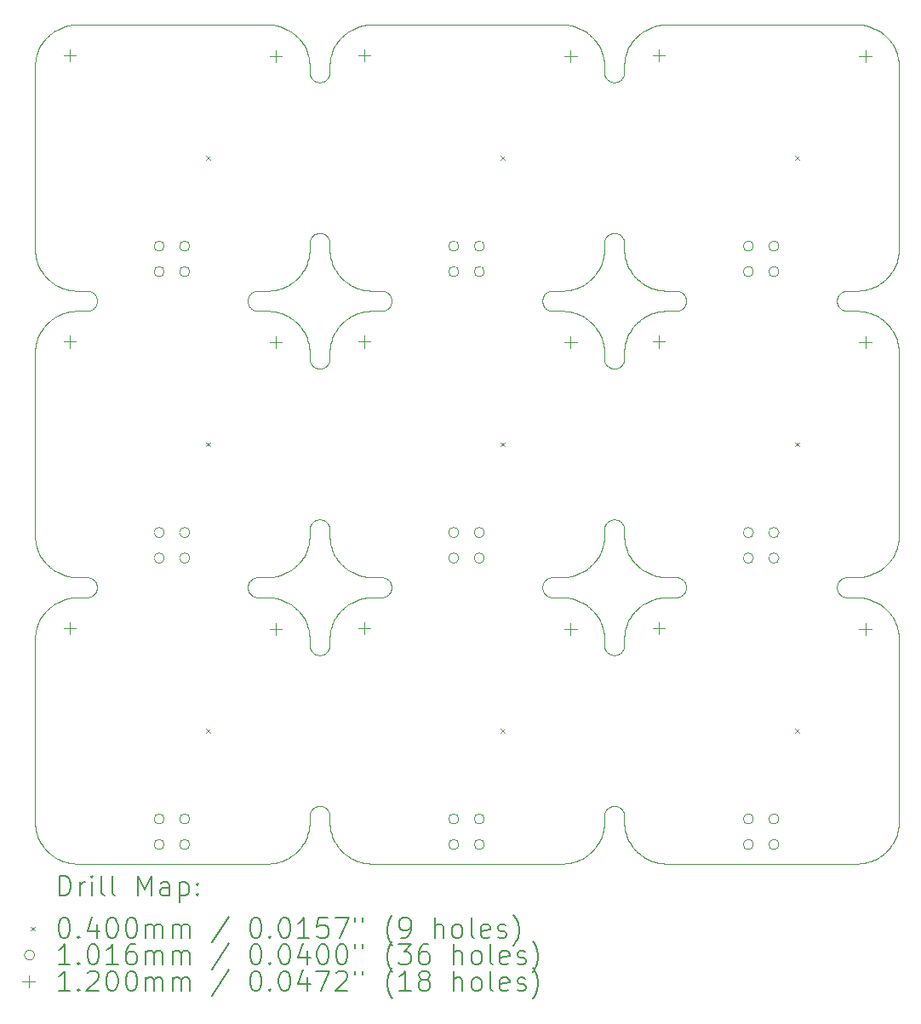
<source format=gbr>
%TF.GenerationSoftware,KiCad,Pcbnew,7.0.2-0*%
%TF.CreationDate,2024-04-23T15:27:50-05:00*%
%TF.ProjectId,saopowerbrdvcut,73616f70-6f77-4657-9262-726476637574,rev?*%
%TF.SameCoordinates,Original*%
%TF.FileFunction,Drillmap*%
%TF.FilePolarity,Positive*%
%FSLAX45Y45*%
G04 Gerber Fmt 4.5, Leading zero omitted, Abs format (unit mm)*
G04 Created by KiCad (PCBNEW 7.0.2-0) date 2024-04-23 15:27:50*
%MOMM*%
%LPD*%
G01*
G04 APERTURE LIST*
%ADD10C,0.100000*%
%ADD11C,0.200000*%
%ADD12C,0.040000*%
%ADD13C,0.101600*%
%ADD14C,0.120000*%
G04 APERTURE END LIST*
D10*
X13743244Y-7465329D02*
X13745463Y-7466240D01*
X16475996Y-4449610D02*
X16477293Y-4451681D01*
X13688429Y-4588793D02*
X13690477Y-4590000D01*
X14009802Y-7498692D02*
X14014673Y-7499293D01*
X19021689Y-4970704D02*
X19019981Y-4969046D01*
X16043469Y-2081234D02*
X16028770Y-2071089D01*
X16188838Y-2269278D02*
X16182175Y-2252895D01*
X16163183Y-4434466D02*
X16164387Y-4432318D01*
X12946952Y-7706856D02*
X12944561Y-7706381D01*
X15680491Y-4847184D02*
X15675702Y-4846109D01*
X13287897Y-8197062D02*
X13286821Y-8192273D01*
X13325330Y-4094232D02*
X13329343Y-4091406D01*
X16215100Y-7085519D02*
X16215100Y-7023658D01*
X16366510Y-4088780D02*
X16370657Y-4091406D01*
X13310805Y-5390814D02*
X13307599Y-5387098D01*
X11112556Y-4658707D02*
X11116940Y-4660913D01*
X16414018Y-5338331D02*
X16413178Y-5343167D01*
X18989747Y-7791637D02*
X18975588Y-7780838D01*
X16692700Y-10321868D02*
X16694968Y-10322674D01*
X13782203Y-4868022D02*
X13764769Y-4873751D01*
X19144781Y-7106057D02*
X19145283Y-7086823D01*
X10626601Y-5031862D02*
X10616893Y-5046549D01*
X15897672Y-4862411D02*
X15895316Y-4861822D01*
X16732528Y-2013305D02*
X16714718Y-2018217D01*
X16091489Y-10225731D02*
X16103883Y-10213120D01*
X16118828Y-5000056D02*
X16117273Y-4998228D01*
X16773937Y-7493251D02*
X16776357Y-7493610D01*
X13098570Y-4578025D02*
X13113269Y-4567881D01*
X16370657Y-2557700D02*
X16366510Y-2560326D01*
X12860834Y-4849121D02*
X12859605Y-4849106D01*
X13365391Y-8270842D02*
X13360602Y-8269767D01*
X13570075Y-10182684D02*
X13581172Y-10196382D01*
X15856263Y-4644145D02*
X15874761Y-4640937D01*
X13351211Y-9778609D02*
X13355871Y-9777070D01*
X16181176Y-2250603D02*
X16173719Y-2234610D01*
X13161289Y-7376626D02*
X13173683Y-7364014D01*
X17029718Y-4739304D02*
X17030079Y-4744199D01*
X13444470Y-4094232D02*
X13448339Y-4097252D01*
X10834569Y-4624463D02*
X10852004Y-4630192D01*
X10678311Y-2121598D02*
X10665917Y-2134211D01*
X13640453Y-4942532D02*
X13638602Y-4944014D01*
X10895040Y-2008170D02*
X10892649Y-2008645D01*
X12674106Y-4720077D02*
X12675646Y-4715416D01*
X19034083Y-7364014D02*
X19035716Y-7362271D01*
X13485419Y-2392181D02*
X13484917Y-2411415D01*
X15832591Y-2002039D02*
X15813486Y-2000627D01*
X13284883Y-7086823D02*
X13284900Y-7085519D01*
X18921910Y-10298088D02*
X18924018Y-10296977D01*
X16620677Y-7757323D02*
X16618629Y-7758531D01*
X10568440Y-10039434D02*
X10573449Y-10056533D01*
X18867700Y-4623657D02*
X18884737Y-4617135D01*
X16059547Y-10253901D02*
X16061398Y-10252418D01*
X10652527Y-7847334D02*
X10650972Y-7849161D01*
X16584812Y-2082627D02*
X16570653Y-2093426D01*
X10580072Y-2271637D02*
X10574225Y-2288388D01*
X13365391Y-6925580D02*
X13370227Y-6924740D01*
X13486992Y-5220364D02*
X13485555Y-5238680D01*
X13325330Y-8253084D02*
X13321461Y-8250065D01*
X18563044Y-7524116D02*
X18566761Y-7520910D01*
X19144781Y-2392181D02*
X19144645Y-2389574D01*
X11084473Y-4650188D02*
X11089309Y-4651027D01*
X13113269Y-10266092D02*
X13115188Y-10264699D01*
X13804684Y-7710928D02*
X13802329Y-7711516D01*
X16712403Y-7717127D02*
X16694969Y-7722856D01*
X15789805Y-10347316D02*
X15791033Y-10347301D01*
X10834569Y-7473569D02*
X10852004Y-7479297D01*
X16206167Y-7170425D02*
X16206699Y-7167904D01*
X16059547Y-7791637D02*
X16045388Y-7780838D01*
X13275967Y-10019531D02*
X13276499Y-10017010D01*
X13608511Y-2121598D02*
X13596117Y-2134211D01*
X17013347Y-4804663D02*
X17010521Y-4808675D01*
X11147101Y-7661650D02*
X11143895Y-7665367D01*
X13432040Y-9784572D02*
X13436310Y-9786991D01*
X19035716Y-4985060D02*
X19034083Y-4983316D01*
X11069800Y-4649106D02*
X11074707Y-4649226D01*
X12985282Y-10329102D02*
X12987597Y-10328403D01*
X11163955Y-7631900D02*
X11162188Y-7636479D01*
X13535613Y-7281423D02*
X13536817Y-7283571D01*
X11167879Y-4729596D02*
X11168718Y-4734432D01*
X12883286Y-7497584D02*
X12902391Y-7496172D01*
X16500275Y-7862860D02*
X16498802Y-7864770D01*
X10834569Y-4873751D02*
X10832300Y-4874557D01*
X11074707Y-4848985D02*
X11069800Y-4849106D01*
X19111376Y-5099708D02*
X19103919Y-5083716D01*
X18743686Y-4849733D02*
X18741230Y-4849612D01*
X12669800Y-4749105D02*
X12669921Y-4744199D01*
X16163183Y-10132677D02*
X16164387Y-10130529D01*
X16840395Y-7698211D02*
X16839167Y-7698226D01*
X11165494Y-4720077D02*
X11166803Y-4724807D01*
X13886515Y-10346689D02*
X13888970Y-10346810D01*
X16103883Y-7832422D02*
X16091489Y-7819809D01*
X19136899Y-7167904D02*
X19140168Y-7150163D01*
X13282808Y-4277873D02*
X13284245Y-4259558D01*
X16673444Y-7465329D02*
X16675663Y-7466240D01*
X13284900Y-7023658D02*
X13285020Y-7018751D01*
X19060125Y-2164649D02*
X19049028Y-2150950D01*
X16215100Y-5323658D02*
X16215100Y-5261825D01*
X16370657Y-5406805D02*
X16366510Y-5409431D01*
X18867700Y-7723663D02*
X18865431Y-7722856D01*
X16755439Y-4640937D02*
X16773937Y-4644145D01*
X17015973Y-4800516D02*
X17013347Y-4804663D01*
X16334609Y-9774685D02*
X16339398Y-9775761D01*
X15640430Y-7517890D02*
X15644443Y-7515064D01*
X13545796Y-5048620D02*
X13536816Y-5063765D01*
X16734884Y-2012717D02*
X16732528Y-2013305D01*
X18615527Y-7697129D02*
X18610691Y-7696289D01*
X13375098Y-2574071D02*
X13370227Y-2573470D01*
X16417192Y-4277873D02*
X16417463Y-4280462D01*
X16673444Y-7731097D02*
X16656827Y-7738391D01*
X13479054Y-4140864D02*
X13480594Y-4145524D01*
X18547053Y-4693548D02*
X18549879Y-4689536D01*
X17010521Y-4689536D02*
X17013347Y-4693548D01*
X16195575Y-7209847D02*
X16196351Y-7207428D01*
X15856263Y-2004961D02*
X15853843Y-2004602D01*
X16405499Y-5366414D02*
X16403292Y-5370798D01*
X16247944Y-9798669D02*
X16251661Y-9795463D01*
X15605846Y-7631900D02*
X15604306Y-7627239D01*
X13284900Y-9872764D02*
X13285020Y-9867857D01*
X13113269Y-4567881D02*
X13115188Y-4566488D01*
X13724463Y-4607918D02*
X13726627Y-4608931D01*
X13477288Y-4136284D02*
X13479054Y-4140864D01*
X13285982Y-7008985D02*
X13286821Y-7004149D01*
X13280171Y-9996709D02*
X13282537Y-9978673D01*
X16370657Y-4091406D02*
X16374670Y-4094232D01*
X12714243Y-7681358D02*
X12710230Y-7678532D01*
X16954498Y-7501208D02*
X16959228Y-7502517D01*
X14097003Y-7622509D02*
X14095694Y-7627239D01*
X13290746Y-9839075D02*
X13292512Y-9834495D01*
X16487001Y-7880967D02*
X16477293Y-7895655D01*
X16215083Y-4237717D02*
X16215100Y-4236413D01*
X15648590Y-4663333D02*
X15652860Y-4660913D01*
X14029028Y-7502517D02*
X14033689Y-7504056D01*
X16141812Y-2180765D02*
X16131398Y-2166559D01*
X13864968Y-10345037D02*
X13867409Y-10345278D01*
X10555355Y-7108664D02*
X10556793Y-7126979D01*
X10554717Y-9935929D02*
X10555219Y-9955163D01*
X10639875Y-10182684D02*
X10650972Y-10196382D01*
X13251976Y-7951106D02*
X13250976Y-7948814D01*
X15935231Y-7473569D02*
X15937500Y-7472762D01*
X12727044Y-4839504D02*
X12722660Y-4837298D01*
X16954498Y-4652102D02*
X16959228Y-4653411D01*
X10588625Y-7247631D02*
X10596081Y-7263622D01*
X10758229Y-7437898D02*
X10760277Y-7439106D01*
X19021689Y-7819809D02*
X19019981Y-7818151D01*
X18989747Y-2093426D02*
X18975588Y-2082627D01*
X12686653Y-7653768D02*
X12684027Y-7649621D01*
X16692700Y-4623657D02*
X16694968Y-4624463D01*
X19145300Y-2412719D02*
X19145283Y-2411415D01*
X13280171Y-2350634D02*
X13279768Y-2348074D01*
X13199725Y-4484473D02*
X13201198Y-4482563D01*
X16091489Y-4527520D02*
X16103883Y-4514909D01*
X14095694Y-4778134D02*
X14094154Y-4782795D01*
X16618629Y-2060320D02*
X16603415Y-2069788D01*
X15789805Y-7698211D02*
X15700000Y-7698211D01*
X13582727Y-4998228D02*
X13581172Y-5000056D01*
X16276831Y-2566941D02*
X16272344Y-2564952D01*
X18784043Y-4853707D02*
X18765232Y-4851385D01*
X13045337Y-7739403D02*
X13043173Y-7738391D01*
X13251976Y-10094444D02*
X13258638Y-10078062D01*
X16797609Y-2002039D02*
X16795168Y-2002279D01*
X16553426Y-7806119D02*
X16540419Y-7818151D01*
X15877152Y-7489567D02*
X15895316Y-7485496D01*
X14090399Y-7555455D02*
X14092388Y-7559942D01*
X13517825Y-5102001D02*
X13511162Y-5118383D01*
X13708290Y-7747446D02*
X13706182Y-7748557D01*
X13594484Y-4985060D02*
X13582727Y-4998228D01*
X14074095Y-4816261D02*
X14070711Y-4819816D01*
X19047473Y-4499999D02*
X19049028Y-4498171D01*
X16220945Y-2508242D02*
X16219406Y-2503581D01*
X16389195Y-5390814D02*
X16385811Y-5394369D01*
X13473092Y-9825624D02*
X13475299Y-9830008D01*
X16237799Y-6960219D02*
X16241005Y-6956502D01*
X13285020Y-2479460D02*
X13284900Y-2474553D01*
X16797609Y-10345278D02*
X16816715Y-10346689D01*
X16255530Y-6943337D02*
X16259543Y-6940511D01*
X12684027Y-7649621D02*
X12681608Y-7645351D01*
X19119038Y-7967489D02*
X19112375Y-7951106D01*
X18574643Y-7681358D02*
X18570630Y-7678532D01*
X13292512Y-2512821D02*
X13290746Y-2508242D01*
X13271817Y-4338749D02*
X13275967Y-4321320D01*
X18610691Y-7500132D02*
X18615527Y-7499293D01*
X16348789Y-8266918D02*
X16344128Y-8268458D01*
X11150121Y-7657781D02*
X11147101Y-7661650D01*
X16816715Y-10346689D02*
X16819170Y-10346810D01*
X10760277Y-7439106D02*
X10775983Y-7447871D01*
X16993639Y-4826407D02*
X16989770Y-4829426D01*
X12985282Y-4867323D02*
X12967472Y-4862411D01*
X16226908Y-4127413D02*
X16229327Y-4123142D01*
X16968468Y-4841493D02*
X16963889Y-4843260D01*
X13483818Y-2489226D02*
X13482979Y-2494062D01*
X16324902Y-2574071D02*
X16320007Y-2574432D01*
X11125357Y-7681358D02*
X11121210Y-7683984D01*
X10872129Y-4635802D02*
X10874484Y-4636390D01*
X13638602Y-2094909D02*
X13625007Y-2106337D01*
X10574225Y-7209847D02*
X10580072Y-7226598D01*
X15685327Y-7499293D02*
X15690198Y-7498692D01*
X12689479Y-4808675D02*
X12686653Y-4804663D01*
X18886956Y-4881991D02*
X18884737Y-4881080D01*
X13596117Y-7832422D02*
X13594484Y-7834165D01*
X19103919Y-7263622D02*
X19111375Y-7247631D01*
X13289206Y-5352687D02*
X13287897Y-5347956D01*
X10559832Y-8046285D02*
X10559429Y-8048844D01*
X13061511Y-7747445D02*
X13045337Y-7739403D01*
X19049028Y-2150950D02*
X19047473Y-2149123D01*
X13708290Y-7448982D02*
X13724463Y-7457023D01*
X18921910Y-4599877D02*
X18924018Y-4598766D01*
X16059547Y-7404796D02*
X16061398Y-7403313D01*
X19102815Y-5081494D02*
X19094587Y-5065914D01*
X18924018Y-10296977D02*
X18939723Y-10288211D01*
X13399573Y-4075635D02*
X13404409Y-4076474D01*
X16213008Y-9976084D02*
X16214445Y-9957769D01*
X19132217Y-4338749D02*
X19136367Y-4321320D01*
X16353368Y-5416046D02*
X16348789Y-5417813D01*
X14042756Y-7688610D02*
X14038268Y-7690599D01*
X13280171Y-5199739D02*
X13279768Y-5197180D01*
X16237799Y-5387098D02*
X16234779Y-5383228D01*
X13026556Y-4881991D02*
X13024337Y-4881080D01*
X10937209Y-4647067D02*
X10956315Y-4648478D01*
X16692700Y-7723663D02*
X16675663Y-7730186D01*
X16423501Y-2330333D02*
X16420232Y-2348074D01*
X12710230Y-7678532D02*
X12706361Y-7675512D01*
X19035716Y-7362271D02*
X19047473Y-7349104D01*
X13503649Y-7989018D02*
X13498640Y-8006118D01*
X18958970Y-2071089D02*
X18956985Y-2069788D01*
X13535613Y-5065914D02*
X13527385Y-5081494D01*
X16218097Y-5347956D02*
X16217021Y-5343167D01*
X13379993Y-5423538D02*
X13375098Y-5423177D01*
X15791033Y-10347301D02*
X15811030Y-10346810D01*
X16201360Y-5157013D02*
X16196351Y-5139913D01*
X13301753Y-4118996D02*
X13304579Y-4114983D01*
X10832300Y-10321868D02*
X10834569Y-10322674D01*
X15648590Y-7683984D02*
X15644443Y-7681358D01*
X10616893Y-7895655D02*
X10615596Y-7897725D01*
X13503649Y-7207428D02*
X13504425Y-7209847D01*
X17027203Y-4724807D02*
X17028278Y-4729596D01*
X16977340Y-7510019D02*
X16981610Y-7512438D01*
X13418589Y-2568707D02*
X13413929Y-2570247D01*
X13452056Y-9798669D02*
X13455611Y-9802053D01*
X18886956Y-10314435D02*
X18903573Y-10307142D01*
X19131560Y-10039434D02*
X19132217Y-10036960D01*
X17029718Y-4758907D02*
X17029118Y-4763779D01*
X10775983Y-10296977D02*
X10778090Y-10298088D01*
X14095694Y-4720077D02*
X14097003Y-4724807D01*
X16215100Y-9934624D02*
X16215100Y-9872764D01*
X13764769Y-4873751D02*
X13762500Y-4874557D01*
X16673444Y-10314435D02*
X16675663Y-10315346D01*
X12880830Y-2000506D02*
X12860834Y-2000015D01*
X13484900Y-2474553D02*
X13484780Y-2479460D01*
X13458995Y-8239920D02*
X13455611Y-8243474D01*
X16201360Y-8006118D02*
X16196351Y-7989018D01*
X18867700Y-7472762D02*
X18884737Y-7466240D01*
X16395421Y-6964088D02*
X16398247Y-6968101D01*
X19084404Y-7897725D02*
X19083107Y-7895655D01*
X18921910Y-2049234D02*
X18905737Y-2041192D01*
X13568602Y-2166559D02*
X13558188Y-2180765D01*
X16400873Y-6972248D02*
X16403292Y-6976518D01*
X13444470Y-2554874D02*
X13440457Y-2557700D01*
X11098829Y-4653411D02*
X11103489Y-4654951D01*
X10555219Y-4256952D02*
X10555355Y-4259558D01*
X15935231Y-10322674D02*
X15937500Y-10321868D01*
X14024298Y-7695214D02*
X14019509Y-7696289D01*
X12859605Y-10347316D02*
X12860833Y-10347301D01*
X12860833Y-4649090D02*
X12880831Y-4648599D01*
X16267960Y-2562745D02*
X16263690Y-2560326D01*
X19005193Y-7804548D02*
X18991598Y-7793120D01*
X11125357Y-7515064D02*
X11129370Y-7517890D01*
X13043173Y-4608931D02*
X13045337Y-4607918D01*
X16433849Y-10056533D02*
X16434625Y-10058953D01*
X13005031Y-7722856D02*
X12987597Y-7717127D01*
X18827872Y-4862411D02*
X18825516Y-4861822D01*
X13802329Y-7484907D02*
X13804684Y-7485496D01*
X19145283Y-5260521D02*
X19144781Y-5241286D01*
X16488388Y-4468359D02*
X16498802Y-4482563D01*
X13304579Y-2534123D02*
X13301753Y-2530110D01*
X15636561Y-7520910D02*
X15640430Y-7517890D01*
X18845682Y-4867323D02*
X18827872Y-4862411D01*
X19136367Y-10019531D02*
X19136899Y-10017010D01*
X18530681Y-4739304D02*
X18531282Y-4734432D01*
X16201360Y-7190328D02*
X16202017Y-7187854D01*
X13511162Y-10078062D02*
X13517825Y-10094444D01*
X16310193Y-9772884D02*
X16315100Y-9772764D01*
X10815263Y-10315346D02*
X10832300Y-10321868D01*
X13465221Y-9813194D02*
X13468047Y-9817207D01*
X18924018Y-4598766D02*
X18939723Y-4590000D01*
X18536046Y-4715416D02*
X18537812Y-4710837D01*
X15877152Y-4640462D02*
X15895316Y-4636390D01*
X10615596Y-7897725D02*
X10606617Y-7912871D01*
X19103919Y-7932821D02*
X19102815Y-7930599D01*
X19021689Y-10225731D02*
X19034083Y-10213120D01*
X19019981Y-7818151D02*
X19006974Y-7806119D01*
X14019509Y-7500132D02*
X14024298Y-7501208D01*
X15632844Y-7524116D02*
X15636561Y-7520910D01*
X13482979Y-5343167D02*
X13481903Y-5347956D01*
X16215100Y-2474553D02*
X16215100Y-2412719D01*
X13625007Y-4542781D02*
X13638602Y-4554207D01*
X10758229Y-4909426D02*
X10743015Y-4918894D01*
X16212736Y-5217775D02*
X16210371Y-5199739D01*
X16305298Y-9773245D02*
X16310193Y-9772884D01*
X18941771Y-2060320D02*
X18939723Y-2059112D01*
X13448339Y-8250065D02*
X13444470Y-8253084D01*
X16105516Y-4513166D02*
X16117273Y-4499999D01*
X13079324Y-4590000D02*
X13081371Y-4588793D01*
X15897671Y-4635802D02*
X15915482Y-4630891D01*
X13596117Y-4983316D02*
X13594484Y-4985060D01*
X16526317Y-4514909D02*
X16538711Y-4527520D01*
X18762791Y-4851144D02*
X18743686Y-4849733D01*
X11168718Y-4763779D02*
X11167879Y-4768615D01*
X16251661Y-4097252D02*
X16255530Y-4094232D01*
X13286821Y-7004149D02*
X13287897Y-6999360D01*
X19145300Y-7085519D02*
X19145300Y-5261825D01*
X16732529Y-10334013D02*
X16734884Y-10334601D01*
X16105516Y-7362271D02*
X16117273Y-7349104D01*
X16229327Y-2525963D02*
X16226908Y-2521692D01*
X10588625Y-2250603D02*
X10587625Y-2252895D01*
X16392401Y-4111113D02*
X16395421Y-4114983D01*
X13115188Y-10264699D02*
X13129347Y-10253901D01*
X16234779Y-6964088D02*
X16237799Y-6960219D01*
X10708402Y-4554207D02*
X10710254Y-4555690D01*
X16456481Y-4414517D02*
X16457585Y-4416739D01*
X13535613Y-10130529D02*
X13536817Y-10132677D01*
X13404409Y-4076474D02*
X13409198Y-4077550D01*
X19093383Y-7283571D02*
X19094587Y-7281423D01*
X13477288Y-5361927D02*
X13475299Y-5366414D01*
X13389807Y-2574432D02*
X13384900Y-2574553D01*
X13301753Y-6968101D02*
X13304579Y-6964088D01*
X19145300Y-8110930D02*
X19145283Y-8109626D01*
X13654612Y-10264699D02*
X13656532Y-10266092D01*
X11168718Y-7612884D02*
X11167879Y-7617720D01*
X13329343Y-2557700D02*
X13325330Y-2554874D01*
X18958970Y-7427130D02*
X18973668Y-7416986D01*
X16195575Y-7986599D02*
X16189728Y-7969847D01*
X15700000Y-4849106D02*
X15695093Y-4848985D01*
X16215220Y-8177671D02*
X16215100Y-8172764D01*
X16570653Y-4555690D02*
X16584812Y-4566488D01*
X12674106Y-7569182D02*
X12675646Y-7564522D01*
X13299127Y-9821353D02*
X13301753Y-9817207D01*
X15607612Y-7636479D02*
X15605846Y-7631900D01*
X16209968Y-8046285D02*
X16206699Y-8028543D01*
X12695705Y-4816261D02*
X12692499Y-4812545D01*
X10743015Y-7428431D02*
X10758229Y-7437898D01*
X13558188Y-4468359D02*
X13568602Y-4482563D01*
X13468047Y-8228321D02*
X13465221Y-8232334D01*
X16409254Y-8206453D02*
X16407488Y-8211032D01*
X16209968Y-5197180D02*
X16206699Y-5179438D01*
X16103883Y-2134211D02*
X16091489Y-2121598D01*
X10708402Y-7793120D02*
X10694807Y-7804548D01*
X10563633Y-5176917D02*
X10563101Y-5179438D01*
X16224701Y-4131797D02*
X16226908Y-4127413D01*
X19131560Y-7190328D02*
X19132217Y-7187854D01*
X15680491Y-7696289D02*
X15675702Y-7695214D01*
X13556801Y-4466367D02*
X13558188Y-4468359D01*
X13201198Y-7331668D02*
X13211612Y-7317464D01*
X14000000Y-4649106D02*
X14004907Y-4649226D01*
X11121210Y-7683984D02*
X11116940Y-7686403D01*
X12736111Y-4654951D02*
X12740772Y-4653411D01*
X16382256Y-2548648D02*
X16378539Y-2551854D01*
X16407488Y-9834495D02*
X16409254Y-9839075D01*
X16840395Y-7498211D02*
X16930200Y-7498211D01*
X16776357Y-7493610D02*
X16795168Y-7495932D01*
X15937500Y-4874557D02*
X15935231Y-4873751D01*
X18539801Y-7555455D02*
X18542008Y-7551071D01*
X16272344Y-2564952D02*
X16267960Y-2562745D01*
X13654612Y-4566488D02*
X13656532Y-4567881D01*
X10872129Y-2013305D02*
X10854318Y-2018217D01*
X16196351Y-10056533D02*
X16201360Y-10039434D01*
X13199725Y-2164649D02*
X13188628Y-2150950D01*
X13518824Y-10096736D02*
X13526281Y-10112727D01*
X19140168Y-4301057D02*
X19140571Y-4298498D01*
X13465221Y-5383228D02*
X13462201Y-5387098D01*
X13654612Y-2082627D02*
X13640453Y-2093426D01*
X13436310Y-2560326D02*
X13432040Y-2562745D01*
X13187073Y-7349104D02*
X13188628Y-7347276D01*
X18630200Y-7498211D02*
X18720005Y-7498211D01*
X16935107Y-7498331D02*
X16940002Y-7498692D01*
X16244389Y-4103842D02*
X16247944Y-4100458D01*
X12702644Y-7672306D02*
X12699089Y-7668922D01*
X16410794Y-9843735D02*
X16412103Y-9848466D01*
X18827871Y-4635802D02*
X18845682Y-4630891D01*
X16315100Y-8272764D02*
X16310193Y-8272643D01*
X16487001Y-10164578D02*
X16488388Y-10166570D01*
X16026785Y-4918894D02*
X16011571Y-4909426D01*
X10832300Y-4623657D02*
X10834569Y-4624463D01*
X16028770Y-4578025D02*
X16043468Y-4567881D01*
X19140571Y-5199739D02*
X19140168Y-5197180D01*
X16819170Y-7698717D02*
X16816714Y-7698838D01*
X16428183Y-7187854D02*
X16428840Y-7190328D01*
X14094154Y-7631900D02*
X14092388Y-7636479D01*
X10693026Y-10239421D02*
X10694807Y-10240992D01*
X13413929Y-6927964D02*
X13418589Y-6929504D01*
X18847997Y-10328403D02*
X18865431Y-10322674D01*
X16320007Y-6923779D02*
X16324902Y-6924140D01*
X13005031Y-2024645D02*
X12987597Y-2018916D01*
X16414618Y-9862962D02*
X16414979Y-9867857D01*
X19073399Y-5031862D02*
X19072012Y-5029870D01*
X16601430Y-7769300D02*
X16586731Y-7779445D01*
X16076774Y-4541210D02*
X16089781Y-4529178D01*
X18884737Y-7730186D02*
X18867700Y-7723663D01*
X16043469Y-4930340D02*
X16028770Y-4920195D01*
X10937209Y-7496172D02*
X10956315Y-7497584D01*
X19136367Y-2327811D02*
X19132217Y-2310382D01*
X13259528Y-4377492D02*
X13265375Y-4360742D01*
X13399573Y-9773846D02*
X13404409Y-9774685D01*
X16977340Y-4837298D02*
X16972956Y-4839504D01*
X13493833Y-2327811D02*
X13493301Y-2330333D01*
X11163955Y-4715416D02*
X11165494Y-4720077D01*
X16776357Y-10342715D02*
X16795168Y-10345037D01*
X11167879Y-7617720D02*
X11166803Y-7622509D01*
X13764769Y-2024645D02*
X13762500Y-2025452D01*
X10726332Y-7779445D02*
X10724413Y-7780838D01*
X13486992Y-9976084D02*
X13487264Y-9978673D01*
X15632844Y-7672306D02*
X15629289Y-7668922D01*
X16061398Y-7793120D02*
X16059547Y-7791637D01*
X10563101Y-2330333D02*
X10559832Y-2348074D01*
X18941771Y-7758531D02*
X18939723Y-7757323D01*
X13275967Y-2327811D02*
X13271817Y-2310382D01*
X16540419Y-4529178D02*
X16553426Y-4541210D01*
X13623226Y-10239421D02*
X13625007Y-10240992D01*
X15695093Y-7698090D02*
X15690198Y-7697729D01*
X19126551Y-7207428D02*
X19131560Y-7190328D01*
X16524684Y-7834165D02*
X16512926Y-7847334D01*
X18566761Y-4671804D02*
X18570630Y-4668785D01*
X16475996Y-5048620D02*
X16467016Y-5063765D01*
X13504425Y-10058953D02*
X13510272Y-10075703D01*
X18530320Y-4754012D02*
X18530200Y-4749106D01*
X13321461Y-8250065D02*
X13317744Y-8246859D01*
X12965116Y-4636390D02*
X12967472Y-4635802D01*
X13484917Y-2411415D02*
X13484900Y-2412719D01*
X16220945Y-4140864D02*
X16222712Y-4136284D01*
X16419829Y-4298498D02*
X16420232Y-4301057D01*
X11079602Y-7697729D02*
X11074707Y-7698090D01*
X13409198Y-2571556D02*
X13404409Y-2572631D01*
X13782203Y-10328403D02*
X13784518Y-10329102D01*
X16449024Y-7247631D02*
X16456481Y-7263622D01*
X14038268Y-4841493D02*
X14033689Y-4843260D01*
X18865431Y-2024645D02*
X18847997Y-2018916D01*
X14092388Y-4787374D02*
X14090399Y-4791861D01*
X13043173Y-7458036D02*
X13045337Y-7457023D01*
X19019981Y-4969046D02*
X19006974Y-4957013D01*
X13486992Y-8069470D02*
X13485555Y-8087785D01*
X14099518Y-4758907D02*
X14098918Y-4763779D01*
X19119928Y-10075703D02*
X19125775Y-10058953D01*
X15915482Y-7716428D02*
X15897672Y-7711516D01*
X16409254Y-4140864D02*
X16410794Y-4145524D01*
X16315100Y-2574553D02*
X16310193Y-2574432D01*
X12722660Y-7510019D02*
X12727044Y-7507812D01*
X16477293Y-10149892D02*
X16487001Y-10164578D01*
X16732528Y-4862411D02*
X16714718Y-4867323D01*
X12860834Y-7698226D02*
X12859605Y-7698211D01*
X16412103Y-6999360D02*
X16413178Y-7004149D01*
X16415100Y-5261825D02*
X16415100Y-5323658D01*
X13822848Y-7489567D02*
X13825239Y-7490042D01*
X16839167Y-4649090D02*
X16840395Y-4649105D01*
X13276499Y-10017010D02*
X13279768Y-9999268D01*
X10710254Y-10253901D02*
X10724412Y-10264699D01*
X15856263Y-7493251D02*
X15874761Y-7490042D01*
X16405499Y-8215519D02*
X16403292Y-8219903D01*
X13458995Y-9805608D02*
X13462201Y-9809324D01*
X16538711Y-7376626D02*
X16540419Y-7378284D01*
X16511372Y-5000056D02*
X16500275Y-5013755D01*
X16206699Y-7167904D02*
X16209968Y-7150163D01*
X18530681Y-7608013D02*
X18530320Y-7603118D01*
X15973373Y-2040180D02*
X15956756Y-2032886D01*
X15895316Y-4861822D02*
X15877152Y-4857750D01*
X19119038Y-5118383D02*
X19112375Y-5102001D01*
X13333490Y-2560326D02*
X13329343Y-2557700D01*
X16570653Y-4942532D02*
X16568802Y-4944014D01*
X16117273Y-10198210D02*
X16118828Y-10196382D01*
X18556105Y-4816261D02*
X18552899Y-4812545D01*
X18958970Y-7769300D02*
X18956985Y-7767999D01*
X16267960Y-6935466D02*
X16272344Y-6933259D01*
X16414618Y-5333460D02*
X16414018Y-5338331D01*
X12965116Y-4861822D02*
X12946952Y-4857750D01*
X12686653Y-4693548D02*
X12689479Y-4689536D01*
X13822848Y-2008645D02*
X13804684Y-2012717D01*
X13484900Y-4174553D02*
X13484900Y-4236413D01*
X16215083Y-7086823D02*
X16215100Y-7085519D01*
X16584812Y-7415593D02*
X16586731Y-7416986D01*
X16217021Y-4155044D02*
X16218097Y-4150255D01*
X10724413Y-7780838D02*
X10710254Y-7791637D01*
X12681608Y-7645351D02*
X12679401Y-7640966D01*
X10650972Y-4498171D02*
X10652527Y-4499999D01*
X16209968Y-7150163D02*
X16210371Y-7147604D01*
X16385811Y-4103842D02*
X16389195Y-4107397D01*
X10557064Y-5217775D02*
X10556793Y-5220364D01*
X16103883Y-4983316D02*
X16091489Y-4970704D01*
X16819170Y-10346810D02*
X16839167Y-10347301D01*
X16295591Y-9774685D02*
X16300427Y-9773846D01*
X16434625Y-7986599D02*
X16433849Y-7989018D01*
X10627988Y-4468359D02*
X10638402Y-4482563D01*
X14009802Y-7697729D02*
X14004907Y-7698090D01*
X18845682Y-7716428D02*
X18827872Y-7711516D01*
X10758229Y-10287004D02*
X10760277Y-10288211D01*
X16405499Y-4131797D02*
X16407488Y-4136284D01*
X13526281Y-4414517D02*
X13527385Y-4416739D01*
X12671722Y-4729596D02*
X12672797Y-4724807D01*
X19060125Y-4484473D02*
X19061598Y-4482563D01*
X13282537Y-9978673D02*
X13282808Y-9976084D01*
X10958770Y-2000506D02*
X10956315Y-2000627D01*
X13212999Y-7315473D02*
X13222707Y-7300787D01*
X10775983Y-7748557D02*
X10760277Y-7757323D01*
X18905737Y-2041192D02*
X18903573Y-2040180D01*
X15975537Y-10306129D02*
X15991710Y-10298088D01*
X16694969Y-2024645D02*
X16692700Y-2025452D01*
X10895040Y-7706381D02*
X10892649Y-7706856D01*
X16428840Y-10039434D02*
X16433849Y-10056533D01*
X16241005Y-2541709D02*
X16237799Y-2537992D01*
X17018392Y-4701966D02*
X17020599Y-4706350D01*
X18570630Y-7678532D02*
X18566761Y-7675512D01*
X18847997Y-2018916D02*
X18845682Y-2018217D01*
X10650972Y-7347276D02*
X10652527Y-7349104D01*
X13258638Y-5118383D02*
X13251976Y-5102001D01*
X16414618Y-2484355D02*
X16414018Y-2489226D01*
X16603415Y-2069788D02*
X16601430Y-2071089D01*
X13490032Y-9999268D02*
X13493301Y-10017010D01*
X10606617Y-2214660D02*
X10605414Y-2216808D01*
X18537812Y-4710837D02*
X18539801Y-4706350D01*
X13802329Y-2013305D02*
X13784518Y-2018217D01*
X13640453Y-4555690D02*
X13654612Y-4566488D01*
X16224701Y-2517308D02*
X16222712Y-2512821D01*
X16215100Y-5261825D02*
X16215083Y-5260521D01*
X10874484Y-2012717D02*
X10872129Y-2013305D01*
X13483818Y-9858091D02*
X13484418Y-9862962D01*
X19145283Y-9935928D02*
X19145300Y-9934624D01*
X13423168Y-9780376D02*
X13427656Y-9782365D01*
X18563044Y-4675010D02*
X18566761Y-4671804D01*
X13481903Y-4150255D02*
X13482979Y-4155044D01*
X16840395Y-2000000D02*
X16839167Y-2000015D01*
X15622699Y-4812545D02*
X15619679Y-4808675D01*
X16259543Y-8255911D02*
X16255530Y-8253084D01*
X18975588Y-10264699D02*
X18989747Y-10253901D01*
X16407488Y-4136284D02*
X16409254Y-4140864D01*
X16215220Y-7018751D02*
X16215581Y-7013856D01*
X13199725Y-5013755D02*
X13188628Y-5000056D01*
X16305298Y-4075034D02*
X16310193Y-4074673D01*
X16398247Y-2530110D02*
X16395421Y-2534123D01*
X13556801Y-2182756D02*
X13547093Y-2197444D01*
X19047473Y-7349104D02*
X19049028Y-7347276D01*
X16675663Y-4881080D02*
X16673444Y-4881992D01*
X13360602Y-4077550D02*
X13365391Y-4076474D01*
X10958770Y-4648599D02*
X10978767Y-4649090D01*
X13481903Y-8197062D02*
X13480594Y-8201792D01*
X16954498Y-4846109D02*
X16949709Y-4847184D01*
X16129925Y-7333579D02*
X16131398Y-7331668D01*
X16143199Y-5031862D02*
X16141812Y-5029870D01*
X13726627Y-10307142D02*
X13743244Y-10314435D01*
X10559832Y-5197180D02*
X10559429Y-5199739D01*
X16440471Y-10075703D02*
X16441362Y-10078062D01*
X13296708Y-6976518D02*
X13299127Y-6972248D01*
X10892649Y-4640462D02*
X10895040Y-4640937D01*
X13483818Y-8187437D02*
X13482979Y-8192273D01*
X16395421Y-5383228D02*
X16392401Y-5387098D01*
X13843737Y-4854066D02*
X13825239Y-4857275D01*
X15695093Y-4649226D02*
X15700000Y-4649106D01*
X10638402Y-7864770D02*
X10627988Y-7878976D01*
X10638402Y-10180774D02*
X10639875Y-10182684D01*
X19145283Y-8109626D02*
X19144781Y-8090392D01*
X13115188Y-2082627D02*
X13113269Y-2081234D01*
X15657244Y-7688610D02*
X15652860Y-7686403D01*
X16353368Y-9780376D02*
X16357855Y-9782365D01*
X13638602Y-4554207D02*
X13640453Y-4555690D01*
X16512927Y-4499999D02*
X16524684Y-4513166D01*
X15601921Y-7617720D02*
X15601082Y-7612884D01*
X12944561Y-10339148D02*
X12946952Y-10338673D01*
X10895040Y-4857275D02*
X10892649Y-4857750D01*
X10639875Y-7333579D02*
X10650972Y-7347276D01*
X10978767Y-2000015D02*
X10958770Y-2000506D01*
X15640430Y-4829426D02*
X15636561Y-4826407D01*
X12702644Y-4675010D02*
X12706361Y-4671804D01*
X16188838Y-10078062D02*
X16189728Y-10075703D01*
X18559489Y-4678395D02*
X18563044Y-4675010D01*
X13409198Y-5420661D02*
X13404409Y-5421737D01*
X17022588Y-7636479D02*
X17020599Y-7640966D01*
X13479054Y-6989969D02*
X13480594Y-6994630D01*
X13212999Y-10164578D02*
X13222707Y-10149892D01*
X13098570Y-7769300D02*
X13096585Y-7767999D01*
X10708402Y-7403313D02*
X10710254Y-7404796D01*
X13399573Y-2573470D02*
X13394702Y-2574071D01*
X13455611Y-5394369D02*
X13452056Y-5397753D01*
X18845682Y-4630891D02*
X18847997Y-4630192D01*
X12967472Y-7484907D02*
X12985282Y-7479996D01*
X10556793Y-4277873D02*
X10557064Y-4280462D01*
X12670882Y-4734432D02*
X12671722Y-4729596D01*
X12671722Y-4768615D02*
X12670882Y-4763779D01*
X13726627Y-4889285D02*
X13724463Y-4890298D01*
X19094587Y-2216808D02*
X19093384Y-2214660D01*
X19131560Y-2307908D02*
X19126551Y-2290807D01*
X16993639Y-7675512D02*
X16989770Y-7678532D01*
X16154204Y-7897725D02*
X16152907Y-7895655D01*
X16417192Y-9976084D02*
X16417463Y-9978673D01*
X13481903Y-6999360D02*
X13482979Y-7004149D01*
X10597185Y-7930599D02*
X10596081Y-7932821D01*
X13484418Y-4164751D02*
X13484780Y-4169646D01*
X19019981Y-7378284D02*
X19021689Y-7376626D01*
X16977340Y-4660913D02*
X16981610Y-4663333D01*
X13282537Y-7129567D02*
X13282808Y-7126979D01*
X16538711Y-7819809D02*
X16526317Y-7832422D01*
X15690198Y-4848624D02*
X15685327Y-4848023D01*
X13480594Y-4145524D02*
X13481903Y-4150255D01*
X11168718Y-4734432D02*
X11169319Y-4739304D01*
X18807352Y-4640462D02*
X18825516Y-4636390D01*
X16417192Y-2371259D02*
X16415755Y-2389574D01*
X10574225Y-2288388D02*
X10573449Y-2290807D01*
X13188628Y-7347276D02*
X13199725Y-7333579D01*
X16224701Y-5366414D02*
X16222712Y-5361927D01*
X13671230Y-4578025D02*
X13673215Y-4579326D01*
X14097003Y-7573913D02*
X14098078Y-7578702D01*
X13825239Y-10339148D02*
X13843737Y-10342356D01*
X13510272Y-5120742D02*
X13504425Y-5137493D01*
X12689479Y-7538641D02*
X12692499Y-7534772D01*
X10724413Y-4931733D02*
X10710254Y-4942532D01*
X16656827Y-2040180D02*
X16654663Y-2041192D01*
X16026785Y-7428431D02*
X16028770Y-7427130D01*
X16400873Y-4123142D02*
X16403292Y-4127413D01*
X19072012Y-7317464D02*
X19073399Y-7315473D01*
X18536046Y-4782795D02*
X18534506Y-4778134D01*
X13201198Y-2166559D02*
X13199725Y-2164649D01*
X13212999Y-5031862D02*
X13211612Y-5029870D01*
X13287897Y-9848466D02*
X13289206Y-9843735D01*
X15813486Y-4648478D02*
X15832591Y-4647067D01*
X16353368Y-4082165D02*
X16357855Y-4084154D01*
X10913537Y-7493251D02*
X10915957Y-7493610D01*
X13384900Y-6923658D02*
X13389807Y-6923779D01*
X16412103Y-2498851D02*
X16410794Y-2503581D01*
X16215220Y-5328565D02*
X16215100Y-5323658D01*
X18533197Y-7622509D02*
X18532121Y-7617720D01*
X10557064Y-8066881D02*
X10556793Y-8069470D01*
X13440457Y-5406805D02*
X13436310Y-5409431D01*
X17004295Y-4681950D02*
X17007501Y-4685666D01*
X13098570Y-7427130D02*
X13113269Y-7416986D01*
X11169800Y-4749106D02*
X11169680Y-4754012D01*
X12769800Y-4849106D02*
X12764893Y-4848985D01*
X13258638Y-7228957D02*
X13259528Y-7226598D01*
X16555207Y-7804548D02*
X16553426Y-7806119D01*
X14033689Y-7504056D02*
X14038268Y-7505823D01*
X16181176Y-7948814D02*
X16173719Y-7932821D01*
X13222707Y-10149892D02*
X13224004Y-10147821D01*
X19136367Y-5176917D02*
X19132217Y-5159487D01*
X19084404Y-5048620D02*
X19083107Y-5046549D01*
X16234779Y-2534123D02*
X16231953Y-2530110D01*
X16712403Y-4630192D02*
X16714718Y-4630891D01*
X19006974Y-4541210D02*
X19019981Y-4529178D01*
X19144781Y-4256952D02*
X19145283Y-4237717D01*
X13342144Y-2564952D02*
X13337760Y-2562745D01*
X16448025Y-5102001D02*
X16441362Y-5118383D01*
X13379993Y-4074673D02*
X13384900Y-4074553D01*
X14094154Y-4715416D02*
X14095694Y-4720077D01*
X10775983Y-4598766D02*
X10778090Y-4599877D01*
X18625293Y-4649226D02*
X18630200Y-4649106D01*
X18605902Y-7501208D02*
X18610691Y-7500132D01*
X19112375Y-2252895D02*
X19111376Y-2250603D01*
X18574643Y-4832252D02*
X18570630Y-4829426D01*
X18743686Y-4648478D02*
X18762791Y-4647067D01*
X19021689Y-2121598D02*
X19019981Y-2119940D01*
X16172615Y-7265844D02*
X16173719Y-7263622D01*
X13594484Y-4513166D02*
X13596117Y-4514909D01*
X16441362Y-7967488D02*
X16440471Y-7969848D01*
X12859605Y-4849106D02*
X12769800Y-4849106D01*
X17024354Y-7631900D02*
X17022588Y-7636479D01*
X13706182Y-4899451D02*
X13690477Y-4908218D01*
X16222712Y-6985390D02*
X16224701Y-6980903D01*
X13493301Y-8028543D02*
X13490032Y-8046285D01*
X17020599Y-4791861D02*
X17018392Y-4796245D01*
X16714718Y-2018217D02*
X16712403Y-2018916D01*
X10568440Y-5157013D02*
X10567784Y-5159487D01*
X13440457Y-9789617D02*
X13444470Y-9792443D01*
X16244389Y-2545263D02*
X16241005Y-2541709D01*
X13483818Y-7008985D02*
X13484418Y-7013856D01*
X16009523Y-2059112D02*
X15993818Y-2050346D01*
X16210371Y-2350634D02*
X16209968Y-2348074D01*
X15874761Y-2008170D02*
X15856263Y-2004961D01*
X13673215Y-10277537D02*
X13688429Y-10287004D01*
X16255530Y-4094232D02*
X16259543Y-4091406D01*
X13285382Y-4164751D02*
X13285982Y-4159880D01*
X13510272Y-7226598D02*
X13511162Y-7228957D01*
X16218097Y-8197062D02*
X16217021Y-8192273D01*
X16263690Y-5409431D02*
X16259543Y-5406805D01*
X18973668Y-10266092D02*
X18975588Y-10264699D01*
X13846157Y-10342715D02*
X13864968Y-10345037D01*
X10664284Y-2135954D02*
X10652527Y-2149123D01*
X10854318Y-7479996D02*
X10872129Y-7484907D01*
X16403292Y-2521692D02*
X16400873Y-2525963D01*
X16213008Y-4277873D02*
X16214445Y-4259558D01*
X16959228Y-4844800D02*
X16954498Y-4846109D01*
X16300427Y-4075635D02*
X16305298Y-4075034D01*
X12710230Y-4668785D02*
X12714243Y-4665959D01*
X14088192Y-4796245D02*
X14085773Y-4800516D01*
X16465813Y-4432318D02*
X16467016Y-4434466D01*
X13296708Y-2521692D02*
X13294501Y-2517308D01*
X13282537Y-8066881D02*
X13280171Y-8048844D01*
X15993818Y-7748557D02*
X15991710Y-7747445D01*
X16220945Y-6989969D02*
X16222712Y-6985390D01*
X19131560Y-4341223D02*
X19132217Y-4338749D01*
X10892649Y-4857750D02*
X10874484Y-4861822D01*
X13527385Y-7930599D02*
X13526281Y-7932821D01*
X13558188Y-5029870D02*
X13556801Y-5031862D01*
X14097003Y-4724807D02*
X14098078Y-4729596D01*
X13375098Y-9773245D02*
X13379993Y-9772884D01*
X13284245Y-4259558D02*
X13284381Y-4256952D01*
X13115188Y-4931733D02*
X13113269Y-4930340D01*
X16219406Y-6994630D02*
X16220945Y-6989969D01*
X13355871Y-8268458D02*
X13351211Y-8266918D01*
X18741230Y-4648599D02*
X18743686Y-4648478D01*
X13625007Y-2106337D02*
X13623226Y-2107908D01*
X16043468Y-7416986D02*
X16045388Y-7415593D01*
X16172615Y-10114950D02*
X16173719Y-10112728D01*
X18537812Y-4787374D02*
X18536046Y-4782795D01*
X18786463Y-4854066D02*
X18784043Y-4853707D01*
X10559832Y-4301057D02*
X10563101Y-4318799D01*
X14090399Y-4791861D02*
X14088192Y-4796245D01*
X16215581Y-4164751D02*
X16216182Y-4159880D01*
X13284381Y-7106057D02*
X13284883Y-7086823D01*
X16512927Y-7349104D02*
X16524684Y-7362271D01*
X10574225Y-5137494D02*
X10573449Y-5139913D01*
X18542008Y-4701966D02*
X18544427Y-4697695D01*
X14033689Y-4654951D02*
X14038268Y-4656718D01*
X17027203Y-7622509D02*
X17025894Y-7627239D01*
X13608511Y-7376626D02*
X13610219Y-7378284D01*
X16840395Y-4649106D02*
X16930200Y-4649106D01*
X16164387Y-10130529D02*
X16172615Y-10114950D01*
X13493301Y-10017010D02*
X13493833Y-10019531D01*
X10605414Y-7915019D02*
X10597185Y-7930599D01*
X12944561Y-4640937D02*
X12946952Y-4640462D01*
X13581172Y-2150950D02*
X13570075Y-2164649D01*
X16267960Y-5411850D02*
X16263690Y-5409431D01*
X13726627Y-4608931D02*
X13743244Y-4616224D01*
X16263690Y-8258537D02*
X16259543Y-8255911D01*
X16281411Y-2568707D02*
X16276831Y-2566941D01*
X12670282Y-7588409D02*
X12670882Y-7583538D01*
X13671230Y-7427130D02*
X13673215Y-7428431D01*
X13024337Y-7730186D02*
X13007300Y-7723663D01*
X18741230Y-2000506D02*
X18721233Y-2000015D01*
X19006974Y-4957013D02*
X19005193Y-4955442D01*
X19145283Y-4237717D02*
X19145300Y-4236413D01*
X12684027Y-7546801D02*
X12686653Y-7542654D01*
X16290802Y-5420661D02*
X16286071Y-5419352D01*
X18884737Y-7466240D02*
X18886956Y-7465329D01*
X10556793Y-7126979D02*
X10557064Y-7129567D01*
X10895040Y-7490042D02*
X10913537Y-7493251D01*
X10813044Y-4616224D02*
X10815263Y-4617135D01*
X16540419Y-2119940D02*
X16538711Y-2121598D01*
X10680020Y-7818151D02*
X10678311Y-7819809D01*
X13581172Y-7849161D02*
X13570075Y-7862860D01*
X12750291Y-4847184D02*
X12745502Y-4846109D01*
X13279768Y-4301057D02*
X13280171Y-4298498D01*
X13026556Y-4616224D02*
X13043173Y-4608931D01*
X13279768Y-5197180D02*
X13276499Y-5179438D01*
X15973373Y-7738391D02*
X15956756Y-7731097D01*
X16272344Y-8263163D02*
X16267960Y-8260956D01*
X13724463Y-4890298D02*
X13708290Y-4898340D01*
X13825239Y-2008170D02*
X13822848Y-2008645D01*
X18578790Y-4834878D02*
X18574643Y-4832252D01*
X10555219Y-2392181D02*
X10554717Y-2411415D01*
X13232984Y-4434466D02*
X13234187Y-4432318D01*
X16118828Y-4498171D02*
X16129925Y-4484473D01*
X14080321Y-4808675D02*
X14077301Y-4812545D01*
X16131398Y-7864770D02*
X16129925Y-7862860D01*
X19072012Y-5029870D02*
X19061598Y-5015665D01*
X16188838Y-5118383D02*
X16182175Y-5102001D01*
X13470673Y-5375069D02*
X13468047Y-5379215D01*
X16276831Y-8265152D02*
X16272344Y-8263163D01*
X12755127Y-4650188D02*
X12759998Y-4649587D01*
X19094587Y-7915019D02*
X19093384Y-7912871D01*
X13394702Y-4075034D02*
X13399573Y-4075635D01*
X16154204Y-5048620D02*
X16152907Y-5046549D01*
X18989747Y-10253901D02*
X18991598Y-10252418D01*
X16374670Y-8253084D02*
X16370657Y-8255911D01*
X19143208Y-9976084D02*
X19144645Y-9957769D01*
X16488388Y-7878976D02*
X16487001Y-7880967D01*
X13510272Y-7969848D02*
X13504425Y-7986599D01*
X16217021Y-7004149D02*
X16218097Y-6999360D01*
X16362240Y-9784572D02*
X16366510Y-9786991D01*
X12671722Y-7578702D02*
X12672797Y-7573913D01*
X12686653Y-7542654D02*
X12689479Y-7538641D01*
X12946952Y-4857750D02*
X12944561Y-4857275D01*
X12880831Y-10346810D02*
X12883286Y-10346689D01*
X13333490Y-5409431D02*
X13329343Y-5406805D01*
X13276499Y-7167904D02*
X13279768Y-7150163D01*
X13173683Y-2134211D02*
X13161289Y-2121598D01*
X13503649Y-2290807D02*
X13498640Y-2307908D01*
X19143208Y-7126979D02*
X19144645Y-7108664D01*
X17030079Y-4754012D02*
X17029718Y-4758907D01*
X15600481Y-4758907D02*
X15600120Y-4754012D01*
X11129370Y-4668785D02*
X11133240Y-4671804D01*
X16424033Y-5176917D02*
X16423501Y-5179438D01*
X12706361Y-4826407D02*
X12702644Y-4823201D01*
X13115188Y-4566488D02*
X13129347Y-4555690D01*
X16362240Y-4086361D02*
X16366510Y-4088780D01*
X10872129Y-7711516D02*
X10854318Y-7716428D01*
X11125357Y-4832252D02*
X11121210Y-4834878D01*
X12675646Y-7564522D02*
X12677412Y-7559942D01*
X18720005Y-4849106D02*
X18630200Y-4849106D01*
X11167879Y-7578702D02*
X11168718Y-7583538D01*
X18549879Y-4689536D02*
X18552899Y-4685666D01*
X13159581Y-7378284D02*
X13161289Y-7376626D01*
X13843737Y-7493251D02*
X13846157Y-7493610D01*
X13726627Y-2040180D02*
X13724463Y-2041192D01*
X10596081Y-5083716D02*
X10588625Y-5099709D01*
X13224004Y-10147821D02*
X13232984Y-10132677D01*
X13081371Y-7437898D02*
X13096585Y-7428431D01*
X13484900Y-9934624D02*
X13484917Y-9935929D01*
X16324902Y-8272282D02*
X16320007Y-8272643D01*
X16382256Y-8246859D02*
X16378539Y-8250065D01*
X13258638Y-2269278D02*
X13251976Y-2252895D01*
X15813486Y-4849733D02*
X15811030Y-4849612D01*
X11167879Y-4768615D02*
X11166803Y-4773404D01*
X16263690Y-2560326D02*
X16259543Y-2557700D01*
X15600000Y-4749105D02*
X15600120Y-4744199D01*
X19131560Y-8006118D02*
X19126551Y-7989018D01*
X13656532Y-2081234D02*
X13654612Y-2082627D01*
X16213008Y-7126979D02*
X16214445Y-7108664D01*
X16281411Y-8266918D02*
X16276831Y-8265152D01*
X13480594Y-9843735D02*
X13481903Y-9848466D01*
X16353368Y-8265152D02*
X16348789Y-8266918D01*
X16839167Y-4849121D02*
X16819170Y-4849612D01*
X16392401Y-9809324D02*
X16395421Y-9813194D01*
X16214581Y-9955163D02*
X16215083Y-9935928D01*
X13211612Y-7317464D02*
X13212999Y-7315473D01*
X13822848Y-4857750D02*
X13804684Y-4861822D01*
X13296708Y-4127413D02*
X13299127Y-4123142D01*
X10743015Y-7767999D02*
X10741031Y-7769300D01*
X16210371Y-7147604D02*
X16212736Y-7129567D01*
X13427656Y-8263163D02*
X13423168Y-8265152D01*
X16732529Y-7484907D02*
X16734884Y-7485496D01*
X16219406Y-8201792D02*
X16218097Y-8197062D01*
X16196351Y-4358322D02*
X16201360Y-4341223D01*
X18884737Y-4617135D02*
X18886956Y-4616224D01*
X13511162Y-2269277D02*
X13510272Y-2271637D01*
X11165494Y-7569182D02*
X11166803Y-7573913D01*
X16214445Y-2389574D02*
X16213008Y-2371259D01*
X16526317Y-2134211D02*
X16524684Y-2135954D01*
X13285982Y-4159880D02*
X13286821Y-4155044D01*
X15609601Y-7555455D02*
X15611808Y-7551071D01*
X15811030Y-4648599D02*
X15813486Y-4648478D01*
X10597185Y-4416739D02*
X10605414Y-4432318D01*
X16295591Y-6925580D02*
X16300427Y-6924740D01*
X13582727Y-2149123D02*
X13581172Y-2150950D01*
X13199725Y-7333579D02*
X13201198Y-7331668D01*
X13782203Y-7717127D02*
X13764769Y-7722856D01*
X18720005Y-7698211D02*
X18630200Y-7698211D01*
X16944873Y-4848023D02*
X16940002Y-4848624D01*
X13743244Y-7731097D02*
X13726627Y-7738391D01*
X13045337Y-2041192D02*
X13043173Y-2040180D01*
X13370227Y-5422576D02*
X13365391Y-5421737D01*
X10597185Y-7265844D02*
X10605414Y-7281423D01*
X15601921Y-7578702D02*
X15602997Y-7573913D01*
X10563633Y-4321320D02*
X10567784Y-4338749D01*
X13724463Y-7739403D02*
X13708290Y-7747446D01*
X13482979Y-8192273D02*
X13481903Y-8197062D01*
X11125357Y-4665959D02*
X11129370Y-4668785D01*
X13671230Y-4920195D02*
X13656532Y-4930340D01*
X11160199Y-4706350D02*
X11162188Y-4710837D01*
X11169800Y-7598211D02*
X11169680Y-7603118D01*
X10554717Y-8109626D02*
X10554700Y-8110930D01*
X11103489Y-7692365D02*
X11098829Y-7693905D01*
X12926063Y-10342356D02*
X12944561Y-10339148D01*
X13333490Y-6937885D02*
X13337760Y-6935466D01*
X15811030Y-4849612D02*
X15791033Y-4849121D01*
X13314189Y-8243474D02*
X13310805Y-8239920D01*
X12944561Y-4857275D02*
X12926063Y-4854066D01*
X13517825Y-7951106D02*
X13511162Y-7967488D01*
X15666311Y-7692365D02*
X15661732Y-7690599D01*
X10573449Y-5139913D02*
X10568440Y-5157013D01*
X18939723Y-7439106D02*
X18941771Y-7437898D01*
X17010521Y-4808675D02*
X17007501Y-4812545D01*
X16259543Y-9789617D02*
X16263690Y-9786991D01*
X19140571Y-7147604D02*
X19142936Y-7129567D01*
X16215100Y-4174553D02*
X16215220Y-4169646D01*
X13284900Y-5261825D02*
X13284883Y-5260521D01*
X19093383Y-10132677D02*
X19094587Y-10130529D01*
X16255530Y-9792443D02*
X16259543Y-9789617D01*
X10915957Y-2004602D02*
X10913537Y-2004961D01*
X13802329Y-7711516D02*
X13784518Y-7716428D01*
X19021689Y-7376626D02*
X19034083Y-7364014D01*
X13558188Y-7878976D02*
X13556801Y-7880967D01*
X18991598Y-2094909D02*
X18989747Y-2093426D01*
X13394702Y-9773245D02*
X13399573Y-9773846D01*
X10587625Y-2252895D02*
X10580963Y-2269277D01*
X13285982Y-9858091D02*
X13286821Y-9853255D01*
X17028278Y-7617720D02*
X17027203Y-7622509D01*
X13175316Y-4985060D02*
X13173683Y-4983316D01*
X16215581Y-8182565D02*
X16215220Y-8177671D01*
X15657244Y-4839504D02*
X15652860Y-4837298D01*
X13187074Y-7847334D02*
X13175316Y-7834165D01*
X16424033Y-4321320D02*
X16428183Y-4338749D01*
X13188628Y-7849161D02*
X13187074Y-7847334D01*
X19144645Y-8087785D02*
X19143208Y-8069470D01*
X18865431Y-4873751D02*
X18847997Y-4868022D01*
X10652527Y-4998228D02*
X10650972Y-5000056D01*
X11098829Y-4844800D02*
X11094098Y-4846109D01*
X13243519Y-10112727D02*
X13250976Y-10096736D01*
X13360602Y-6926655D02*
X13365391Y-6925580D01*
X18574643Y-4665959D02*
X18578790Y-4663333D01*
X12965116Y-2012717D02*
X12946952Y-2008645D01*
X18765232Y-2002279D02*
X18762791Y-2002039D01*
X16129925Y-5013755D02*
X16118828Y-5000056D01*
X19140168Y-9999268D02*
X19140571Y-9996709D01*
X15700000Y-4649106D02*
X15789805Y-4649106D01*
X15619679Y-7657781D02*
X15616853Y-7653768D01*
X19140571Y-4298498D02*
X19142936Y-4280462D01*
X13484780Y-4169646D02*
X13484900Y-4174553D01*
X18721233Y-2000015D02*
X18720005Y-2000000D01*
X14038268Y-4656718D02*
X14042756Y-4658707D01*
X13475299Y-4131797D02*
X13477288Y-4136284D01*
X16217021Y-9853255D02*
X16218097Y-9848466D01*
X10937209Y-10345278D02*
X10956315Y-10346689D01*
X13867409Y-7496172D02*
X13886515Y-7497584D01*
X19136899Y-8028543D02*
X19136367Y-8026022D01*
X18884737Y-4881080D02*
X18867700Y-4874557D01*
X18784043Y-10342715D02*
X18786463Y-10342356D01*
X13427656Y-6933259D02*
X13432040Y-6935466D01*
X16310193Y-6923779D02*
X16315100Y-6923658D01*
X13351211Y-8266918D02*
X13346632Y-8265152D01*
X16215083Y-5260521D02*
X16214581Y-5241286D01*
X16555207Y-4542781D02*
X16568802Y-4554207D01*
X16940002Y-4848624D02*
X16935107Y-4848985D01*
X18905737Y-4890298D02*
X18903573Y-4889285D01*
X10978767Y-4849121D02*
X10958770Y-4849612D01*
X15661732Y-4841493D02*
X15657244Y-4839504D01*
X13355871Y-4078859D02*
X13360602Y-4077550D01*
X16353368Y-2566941D02*
X16348789Y-2568707D01*
X18596511Y-7692365D02*
X18591932Y-7690599D01*
X16182175Y-2252895D02*
X16181176Y-2250603D01*
X19125775Y-5137493D02*
X19119928Y-5120742D01*
X14029028Y-7693905D02*
X14024298Y-7695214D01*
X12944561Y-7706381D02*
X12926063Y-7703172D01*
X16603415Y-10277537D02*
X16618629Y-10287004D01*
X13271817Y-8008592D02*
X13271160Y-8006118D01*
X16061398Y-2094909D02*
X16059547Y-2093426D01*
X13413929Y-4078859D02*
X13418589Y-4080398D01*
X16420232Y-5197180D02*
X16419829Y-5199739D01*
X18534506Y-7627239D02*
X18533197Y-7622509D01*
X18924018Y-4899451D02*
X18921910Y-4898340D01*
X13266151Y-4358322D02*
X13271160Y-4341223D01*
X12731532Y-4656718D02*
X12736111Y-4654951D01*
X16320007Y-9772884D02*
X16324902Y-9773245D01*
X16163184Y-7912871D02*
X16154204Y-7897725D01*
X13304579Y-4114983D02*
X13307599Y-4111113D01*
X10626601Y-7880967D02*
X10616893Y-7895655D01*
X16734884Y-7710928D02*
X16732528Y-7711516D01*
X13284245Y-8087785D02*
X13282808Y-8069470D01*
X10580963Y-5118383D02*
X10580072Y-5120742D01*
X14014673Y-7697129D02*
X14009802Y-7697729D01*
X14063439Y-7675512D02*
X14059570Y-7678532D01*
X18939723Y-7757323D02*
X18924018Y-7748557D01*
X19072012Y-10166570D02*
X19073399Y-10164578D01*
X13146574Y-4957013D02*
X13144793Y-4955442D01*
X13096585Y-4579326D02*
X13098570Y-4578025D01*
X16385811Y-2545263D02*
X16382256Y-2548648D01*
X16467016Y-4434466D02*
X16475996Y-4449610D01*
X13113269Y-2081234D02*
X13098570Y-2071089D01*
X10559429Y-9996709D02*
X10559832Y-9999268D01*
X10694807Y-7804548D02*
X10693026Y-7806119D01*
X12923644Y-4644504D02*
X12926063Y-4644145D01*
X18884737Y-2031975D02*
X18867700Y-2025452D01*
X13307599Y-9809324D02*
X13310805Y-9805608D01*
X14067156Y-7672306D02*
X14063439Y-7675512D01*
X13284381Y-8090392D02*
X13284245Y-8087785D01*
X16511372Y-2150950D02*
X16500275Y-2164649D01*
X16061398Y-10252418D02*
X16074993Y-10240992D01*
X13888970Y-7497704D02*
X13908967Y-7498196D01*
X15616853Y-7542654D02*
X15619679Y-7538641D01*
X15600481Y-7588409D02*
X15601082Y-7583538D01*
X13161289Y-2121598D02*
X13159581Y-2119940D01*
X13286821Y-8192273D02*
X13285982Y-8187437D01*
X19049028Y-4498171D02*
X19060125Y-4484473D01*
X11089309Y-7696289D02*
X11084473Y-7697129D01*
X16553426Y-7390315D02*
X16555207Y-7391886D01*
X16449024Y-2250603D02*
X16448025Y-2252895D01*
X15652860Y-7510019D02*
X15657244Y-7507812D01*
X13375098Y-5423177D02*
X13370227Y-5422576D01*
X16417463Y-4280462D02*
X16419829Y-4298498D01*
X16441362Y-10078062D02*
X16448024Y-10094444D01*
X13329343Y-4091406D02*
X13333490Y-4088780D01*
X13485555Y-2389574D02*
X13485419Y-2392181D01*
X13096585Y-10277537D02*
X13098570Y-10276236D01*
X13276499Y-5179438D02*
X13275967Y-5176917D01*
X18991598Y-7793120D02*
X18989747Y-7791637D01*
X15832591Y-10345278D02*
X15835032Y-10345037D01*
X16392401Y-2537992D02*
X16389195Y-2541709D01*
X14080321Y-7657781D02*
X14077301Y-7661650D01*
X18939723Y-10288211D02*
X18941771Y-10287004D01*
X16011571Y-10287004D02*
X16026785Y-10277537D01*
X11157992Y-7645351D02*
X11155573Y-7649621D01*
X10775983Y-2050346D02*
X10760277Y-2059112D01*
X16366510Y-8258537D02*
X16362240Y-8260956D01*
X13394702Y-8272282D02*
X13389807Y-8272643D01*
X18570630Y-4668785D02*
X18574643Y-4665959D01*
X16398247Y-6968101D02*
X16400873Y-6972248D01*
X16456481Y-5083716D02*
X16449024Y-5099709D01*
X10587625Y-4396233D02*
X10588625Y-4398525D01*
X10724412Y-7415593D02*
X10726332Y-7416986D01*
X13307599Y-4111113D02*
X13310805Y-4107397D01*
X12859605Y-7698211D02*
X12769800Y-7698211D01*
X13527385Y-5081494D02*
X13526281Y-5083716D01*
X18620398Y-4649587D02*
X18625293Y-4649226D01*
X14098078Y-4729596D02*
X14098918Y-4734432D01*
X17025894Y-7569182D02*
X17027203Y-7573913D01*
X16366510Y-5409431D02*
X16362240Y-5411850D01*
X12904833Y-4851385D02*
X12902391Y-4851144D01*
X18804961Y-4640937D02*
X18807352Y-4640462D01*
X19093384Y-2214660D02*
X19084404Y-2199515D01*
X18989747Y-7404796D02*
X18991598Y-7403313D01*
X18566761Y-7675512D02*
X18563044Y-7672306D01*
X13570075Y-2164649D02*
X13568602Y-2166559D01*
X13480594Y-5352687D02*
X13479054Y-5357347D01*
X18591932Y-7690599D02*
X18587444Y-7688610D01*
X12740772Y-4844800D02*
X12736111Y-4843260D01*
X16586731Y-10266092D02*
X16601430Y-10276236D01*
X10559429Y-2350634D02*
X10557064Y-2368670D01*
X19049028Y-7849161D02*
X19047473Y-7847334D01*
X13498640Y-8006118D02*
X13497983Y-8008592D01*
X16584812Y-4566488D02*
X16586731Y-4567881D01*
X17030200Y-4749106D02*
X17030079Y-4754012D01*
X10743015Y-4579326D02*
X10758229Y-4588793D01*
X18720005Y-2000000D02*
X16840395Y-2000000D01*
X19103919Y-10112727D02*
X19111375Y-10096736D01*
X10937210Y-7700250D02*
X10934768Y-7700490D01*
X13275967Y-8026022D02*
X13271817Y-8008592D01*
X18807352Y-10338673D02*
X18825516Y-10334601D01*
X16424033Y-8026022D02*
X16423501Y-8028543D01*
X13026556Y-7731097D02*
X13024337Y-7730186D01*
X13161289Y-10225731D02*
X13173683Y-10213120D01*
X13161289Y-4527520D02*
X13173683Y-4514909D01*
X16195575Y-10058953D02*
X16196351Y-10056533D01*
X11094098Y-7695214D02*
X11089309Y-7696289D01*
X10559429Y-5199739D02*
X10557064Y-5217775D01*
X16415100Y-9872764D02*
X16415100Y-9934624D01*
X16420232Y-7150163D02*
X16423501Y-7167904D01*
X13477288Y-8211032D02*
X13475299Y-8215519D01*
X10979995Y-2000000D02*
X10978767Y-2000015D01*
X16424033Y-7170425D02*
X16428183Y-7187854D01*
X16428840Y-5157013D02*
X16428183Y-5159487D01*
X16656827Y-7458036D02*
X16673444Y-7465329D01*
X16981610Y-4834878D02*
X16977340Y-4837298D01*
X16415100Y-8110930D02*
X16415100Y-8172764D01*
X13690477Y-7439106D02*
X13706182Y-7447871D01*
X13299127Y-8224174D02*
X13296708Y-8219903D01*
X16816715Y-4648478D02*
X16819170Y-4648599D01*
X16045388Y-4931733D02*
X16043469Y-4930340D01*
X13427656Y-5414057D02*
X13423168Y-5416046D01*
X10815263Y-4617135D02*
X10832300Y-4623657D01*
X16636382Y-7447871D02*
X16638489Y-7448982D01*
X13656532Y-7779445D02*
X13654612Y-7780838D01*
X13743244Y-4881992D02*
X13726627Y-4889285D01*
X13484780Y-7018751D02*
X13484900Y-7023658D01*
X16141812Y-5029870D02*
X16131398Y-5015665D01*
X19126551Y-2290807D02*
X19125775Y-2288388D01*
X18630200Y-7698211D02*
X18625293Y-7698090D01*
X13284900Y-7085519D02*
X13284900Y-7023658D01*
X16475996Y-2199515D02*
X16467016Y-2214660D01*
X16524684Y-4985060D02*
X16512926Y-4998228D01*
X16487001Y-5031862D02*
X16477293Y-5046549D01*
X16181175Y-10096736D02*
X16182176Y-10094444D01*
X13173683Y-10213120D02*
X13175316Y-10211377D01*
X16374670Y-4094232D02*
X16378539Y-4097252D01*
X10958770Y-7497704D02*
X10978767Y-7498196D01*
X16475996Y-10147821D02*
X16477293Y-10149892D01*
X10568440Y-2307908D02*
X10567784Y-2310381D01*
X13271160Y-7190328D02*
X13271817Y-7187854D01*
X13379993Y-9772884D02*
X13384900Y-9772764D01*
X13285382Y-8182565D02*
X13285020Y-8177671D01*
X13259528Y-7226598D02*
X13265375Y-7209847D01*
X10710254Y-4942532D02*
X10708402Y-4944014D01*
X13129347Y-7791637D02*
X13115188Y-7780838D01*
X10913537Y-4854066D02*
X10895040Y-4857275D01*
X19021689Y-4527520D02*
X19034083Y-4514909D01*
X16963889Y-7692365D02*
X16959228Y-7693905D01*
X15604306Y-4720077D02*
X15605846Y-4715416D01*
X10652527Y-10198210D02*
X10664284Y-10211377D01*
X13910195Y-4849106D02*
X13908967Y-4849121D01*
X13098570Y-2071089D02*
X13096585Y-2069788D01*
X16417192Y-5220364D02*
X16415755Y-5238680D01*
X18825516Y-4861822D02*
X18807352Y-4857750D01*
X13043173Y-2040180D02*
X13026556Y-2032886D01*
X16407488Y-5361927D02*
X16405499Y-5366414D01*
X16061398Y-4944014D02*
X16059547Y-4942531D01*
X12670882Y-4763779D02*
X12670282Y-4758907D01*
X16229327Y-5375069D02*
X16226908Y-5370798D01*
X16819170Y-4849612D02*
X16816714Y-4849733D01*
X16310193Y-4074673D02*
X16315100Y-4074553D01*
X16234779Y-8232334D02*
X16231953Y-8228321D01*
X16216182Y-7008985D02*
X16217021Y-7004149D01*
X10874484Y-7710928D02*
X10872129Y-7711516D01*
X13581172Y-4498171D02*
X13582727Y-4499999D01*
X16555207Y-7391886D02*
X16568802Y-7403313D01*
X16449024Y-7948814D02*
X16448025Y-7951106D01*
X14059570Y-7517890D02*
X14063439Y-7520910D01*
X18559489Y-4819816D02*
X18556105Y-4816261D01*
X13259528Y-7969847D02*
X13258638Y-7967489D01*
X13436310Y-8258537D02*
X13432040Y-8260956D01*
X10832300Y-7472762D02*
X10834569Y-7473569D01*
X18534506Y-4778134D02*
X18533197Y-4773404D01*
X16196351Y-2290807D02*
X16195575Y-2288388D01*
X10554700Y-7085518D02*
X10554717Y-7086823D01*
X14059570Y-4829426D02*
X14055557Y-4832252D01*
X13864968Y-7495932D02*
X13867409Y-7496172D01*
X13804684Y-10334601D02*
X13822848Y-10338673D01*
X13804684Y-2012717D02*
X13802329Y-2013305D01*
X14059570Y-7678532D02*
X14055557Y-7681358D01*
X16370657Y-6940511D02*
X16374670Y-6943337D01*
X16839167Y-10347301D02*
X16840395Y-10347316D01*
X18958970Y-10276236D02*
X18973668Y-10266092D01*
X19145300Y-9934624D02*
X19145300Y-8110930D01*
X16028770Y-7769300D02*
X16026785Y-7767999D01*
X13159581Y-2119940D02*
X13146574Y-2107908D01*
X13440457Y-8255911D02*
X13436310Y-8258537D01*
X15700000Y-7698211D02*
X15695093Y-7698090D01*
X12710230Y-7517890D02*
X12714243Y-7515064D01*
X16182176Y-4396233D02*
X16188838Y-4379851D01*
X16201360Y-4341223D02*
X16202017Y-4338749D01*
X11169680Y-4744199D02*
X11169800Y-4749105D01*
X10587625Y-7951106D02*
X10580963Y-7967488D01*
X13234187Y-4432318D02*
X13242415Y-4416739D01*
X18956985Y-7767999D02*
X18941771Y-7758531D01*
X10794263Y-7457023D02*
X10796428Y-7458036D01*
X15897671Y-10334013D02*
X15915482Y-10329102D01*
X16370657Y-9789617D02*
X16374670Y-9792443D01*
X16255530Y-5403979D02*
X16251661Y-5400959D01*
X19102815Y-2232388D02*
X19094587Y-2216808D01*
X18741230Y-7497704D02*
X18743686Y-7497584D01*
X13784518Y-4630891D02*
X13802329Y-4635802D01*
X19132217Y-8008592D02*
X19131560Y-8006118D01*
X13547093Y-10149892D02*
X13556801Y-10164578D01*
X18975588Y-2082627D02*
X18973669Y-2081234D01*
X19143208Y-2371259D02*
X19142936Y-2368670D01*
X14024298Y-4846109D02*
X14019509Y-4847184D01*
X13568602Y-7864770D02*
X13558188Y-7878976D01*
X10915957Y-10342715D02*
X10934768Y-10345037D01*
X18559489Y-7527500D02*
X18563044Y-7524116D01*
X16795168Y-4851385D02*
X16776357Y-4853707D01*
X16409254Y-6989969D02*
X16410794Y-6994630D01*
X19132217Y-2310381D02*
X19131560Y-2307908D01*
X11150121Y-4808675D02*
X11147101Y-4812545D01*
X17020599Y-4706350D02*
X17022588Y-4710837D01*
X13656532Y-10266092D02*
X13671230Y-10276236D01*
X19084404Y-4449610D02*
X19093383Y-4434466D01*
X15611808Y-7551071D02*
X15614227Y-7546801D01*
X13287897Y-6999360D02*
X13289206Y-6994630D01*
X13743244Y-2032886D02*
X13726627Y-2040180D01*
X16526317Y-7832422D02*
X16524684Y-7834165D01*
X12923644Y-10342715D02*
X12926063Y-10342356D01*
X13307599Y-2537992D02*
X13304579Y-2534123D01*
X13493833Y-7170425D02*
X13497983Y-7187854D01*
X12750291Y-7696289D02*
X12745502Y-7695214D01*
X15661732Y-7505823D02*
X15666311Y-7504056D01*
X16229327Y-6972248D02*
X16231953Y-6968101D01*
X16172615Y-2232388D02*
X16164387Y-2216808D01*
X19019981Y-2119940D02*
X19006974Y-2107908D01*
X15954537Y-4617135D02*
X15956756Y-4616224D01*
X15973373Y-7458036D02*
X15975537Y-7457023D01*
X16247944Y-4100458D02*
X16251661Y-4097252D01*
X10743015Y-10277537D02*
X10758229Y-10287004D01*
X16636382Y-4899451D02*
X16620677Y-4908218D01*
X11084473Y-7499293D02*
X11089309Y-7500132D01*
X13527385Y-4416739D02*
X13535613Y-4432318D01*
X13173683Y-7364014D02*
X13175316Y-7362271D01*
X10724413Y-2082627D02*
X10710254Y-2093426D01*
X13688429Y-7758531D02*
X13673215Y-7767999D01*
X13284900Y-2474553D02*
X13284900Y-2412719D01*
X10596081Y-2234610D02*
X10588625Y-2250603D01*
X15661732Y-4656718D02*
X15666311Y-4654951D01*
X19136899Y-10017010D02*
X19140168Y-9999268D01*
X18601171Y-4653411D02*
X18605902Y-4652102D01*
X16395421Y-2534123D02*
X16392401Y-2537992D01*
X14051410Y-4663333D02*
X14055557Y-4665959D01*
X16247944Y-5397753D02*
X16244389Y-5394369D01*
X10979995Y-4849106D02*
X10978767Y-4849121D01*
X15835032Y-4851385D02*
X15832591Y-4851144D01*
X16570653Y-10253901D02*
X16584812Y-10264699D01*
X18605902Y-4846109D02*
X18601171Y-4844800D01*
X16448024Y-4396233D02*
X16449024Y-4398525D01*
X13224004Y-2199515D02*
X13222707Y-2197444D01*
X16457585Y-4416739D02*
X16465813Y-4432318D01*
X13886515Y-4648478D02*
X13888970Y-4648599D01*
X16755439Y-7706381D02*
X16753048Y-7706856D01*
X11136956Y-7524116D02*
X11140511Y-7527500D01*
X16930200Y-4649106D02*
X16935107Y-4649226D01*
X18530200Y-4749105D02*
X18530320Y-4744199D01*
X13825239Y-7490042D02*
X13843737Y-7493251D01*
X16963889Y-4843260D02*
X16959228Y-4844800D01*
X18532121Y-7578702D02*
X18533197Y-7573913D01*
X18905737Y-7739403D02*
X18903573Y-7738391D01*
X16202017Y-7187854D02*
X16206167Y-7170425D01*
X14059570Y-4668785D02*
X14063439Y-4671804D01*
X16755439Y-10339148D02*
X16773937Y-10342356D01*
X13292512Y-9834495D02*
X13294501Y-9830008D01*
X14019509Y-4651027D02*
X14024298Y-4652102D01*
X11157992Y-4796245D02*
X11155573Y-4800516D01*
X16434625Y-2288388D02*
X16433849Y-2290807D01*
X13144793Y-4542781D02*
X13146574Y-4541210D01*
X13485555Y-9957769D02*
X13486992Y-9976084D01*
X13510272Y-2271637D02*
X13504425Y-2288388D01*
X16226908Y-6976518D02*
X16229327Y-6972248D01*
X11069800Y-4849106D02*
X10979995Y-4849106D01*
X16428183Y-10036960D02*
X16428840Y-10039434D01*
X12679401Y-7555455D02*
X12681608Y-7551071D01*
X18552899Y-7534772D02*
X18556105Y-7531055D01*
X10778090Y-2049235D02*
X10775983Y-2050346D01*
X13159581Y-10227389D02*
X13161289Y-10225731D01*
X13211612Y-2180765D02*
X13201198Y-2166559D01*
X12718390Y-7512438D02*
X12722660Y-7510019D01*
X11136956Y-7672306D02*
X11133240Y-7675512D01*
X17015973Y-4697695D02*
X17018392Y-4701966D01*
X15700000Y-7498211D02*
X15789805Y-7498211D01*
X15609601Y-4706350D02*
X15611808Y-4701966D01*
X13242415Y-10114950D02*
X13243519Y-10112728D01*
X16935107Y-4649226D02*
X16940002Y-4649587D01*
X13289206Y-8201792D02*
X13287897Y-8197062D01*
X12692499Y-4685666D02*
X12695705Y-4681950D01*
X13286821Y-9853255D02*
X13287897Y-9848466D01*
X15915482Y-10329102D02*
X15917797Y-10328403D01*
X13910195Y-4649106D02*
X14000000Y-4649106D01*
X10650972Y-2150950D02*
X10639875Y-2164649D01*
X12695705Y-7531055D02*
X12699089Y-7527500D01*
X15600120Y-7603118D02*
X15600000Y-7598211D01*
X15993818Y-4899451D02*
X15991710Y-4898340D01*
X14055557Y-7515064D02*
X14059570Y-7517890D01*
X16152907Y-5046549D02*
X16143199Y-5031862D01*
X19131560Y-5157013D02*
X19126551Y-5139913D01*
X16989770Y-4668785D02*
X16993639Y-4671804D01*
X19094587Y-5065914D02*
X19093384Y-5063766D01*
X13745463Y-2031975D02*
X13743244Y-2032886D01*
X13640453Y-7404796D02*
X13654612Y-7415593D01*
X10678311Y-7819809D02*
X10665917Y-7832422D01*
X16400873Y-2525963D02*
X16398247Y-2530110D01*
X11143895Y-7665367D02*
X11140511Y-7668922D01*
X13545796Y-4449610D02*
X13547093Y-4451681D01*
X16753048Y-10338673D02*
X16755439Y-10339148D01*
X13310805Y-6956502D02*
X13314189Y-6952947D01*
X13470673Y-2525963D02*
X13468047Y-2530110D01*
X18865431Y-10322674D02*
X18867700Y-10321868D01*
X16154204Y-4449610D02*
X16163183Y-4434466D01*
X16972956Y-7688610D02*
X16968468Y-7690599D01*
X13484418Y-2484355D02*
X13483818Y-2489226D01*
X15856263Y-10342356D02*
X15874761Y-10339148D01*
X13299127Y-5375069D02*
X13296708Y-5370798D01*
X18630200Y-4649106D02*
X18720005Y-4649106D01*
X17015973Y-7649621D02*
X17013347Y-7653768D01*
X13404409Y-9774685D02*
X13409198Y-9775761D01*
X16949709Y-4651027D02*
X16954498Y-4652102D01*
X18975588Y-7415593D02*
X18989747Y-7404796D01*
X16428183Y-8008592D02*
X16424033Y-8026022D01*
X13484780Y-8177671D02*
X13484418Y-8182565D01*
X11140511Y-4678395D02*
X11143895Y-4681950D01*
X15973373Y-4889285D02*
X15956756Y-4881991D01*
X18827872Y-7711516D02*
X18825516Y-7710928D01*
X13455611Y-4103842D02*
X13458995Y-4107397D01*
X14042756Y-4658707D02*
X14047140Y-4660913D01*
X16201360Y-10039434D02*
X16202017Y-10036960D01*
X13284883Y-5260521D02*
X13284381Y-5241286D01*
X15609601Y-4791861D02*
X15607612Y-4787374D01*
X11160199Y-4791861D02*
X11157992Y-4796245D01*
X13284900Y-8172764D02*
X13284900Y-8110930D01*
X13301753Y-2530110D02*
X13299127Y-2525963D01*
X13292512Y-6985390D02*
X13294501Y-6980903D01*
X16202017Y-10036960D02*
X16206167Y-10019531D01*
X16061398Y-7403313D02*
X16074993Y-7391886D01*
X16524684Y-4513166D02*
X16526317Y-4514909D01*
X16753048Y-2008645D02*
X16734884Y-2012717D01*
X11163955Y-4782795D02*
X11162188Y-4787374D01*
X15853843Y-10342715D02*
X15856263Y-10342356D01*
X12706361Y-7675512D02*
X12702644Y-7672306D01*
X16276831Y-6931270D02*
X16281411Y-6929504D01*
X13394702Y-5423177D02*
X13389807Y-5423538D01*
X18544427Y-7546801D02*
X18547053Y-7542654D01*
X13325330Y-5403979D02*
X13321461Y-5400959D01*
X12859605Y-4649105D02*
X12860833Y-4649090D01*
X16214581Y-8090392D02*
X16214445Y-8087785D01*
X13485555Y-8087785D02*
X13485419Y-8090392D01*
X13399573Y-6924740D02*
X13404409Y-6925580D01*
X10778090Y-10298088D02*
X10794263Y-10306129D01*
X10915957Y-7702813D02*
X10913537Y-7703172D01*
X16819170Y-4648599D02*
X16839167Y-4649090D01*
X16389195Y-9805608D02*
X16392401Y-9809324D01*
X15675702Y-4652102D02*
X15680491Y-4651027D01*
X16959228Y-4653411D02*
X16963889Y-4654951D01*
X10796428Y-4608931D02*
X10813044Y-4616224D01*
X16241005Y-8239920D02*
X16237799Y-8236203D01*
X13317744Y-9798669D02*
X13321461Y-9795463D01*
X16428840Y-2307908D02*
X16428183Y-2310381D01*
X10665917Y-4983316D02*
X10664284Y-4985060D01*
X18605902Y-4652102D02*
X18610691Y-4651027D01*
X18958970Y-4920195D02*
X18956985Y-4918894D01*
X13346632Y-6931270D02*
X13351211Y-6929504D01*
X16441362Y-7228957D02*
X16448024Y-7245338D01*
X18827871Y-10334013D02*
X18845682Y-10329102D01*
X16344128Y-9777070D02*
X16348789Y-9778609D01*
X13536817Y-10132677D02*
X13545796Y-10147821D01*
X15616853Y-4804663D02*
X15614227Y-4800516D01*
X12883286Y-4849733D02*
X12880830Y-4849612D01*
X10559832Y-9999268D02*
X10563101Y-10017010D01*
X16259543Y-6940511D02*
X16263690Y-6937885D01*
X13485419Y-8090392D02*
X13484917Y-8109626D01*
X15600481Y-7608013D02*
X15600120Y-7603118D01*
X16241005Y-5390814D02*
X16237799Y-5387098D01*
X14004907Y-4649226D02*
X14009802Y-4649587D01*
X19005193Y-10240992D02*
X19006974Y-10239421D01*
X19144645Y-4259558D02*
X19144781Y-4256952D01*
X19093383Y-4434466D02*
X19094587Y-4432318D01*
X16329773Y-4075635D02*
X16334609Y-4076474D01*
X13475299Y-2517308D02*
X13473092Y-2521692D01*
X13486992Y-2371259D02*
X13485555Y-2389574D01*
X13096585Y-4918894D02*
X13081371Y-4909426D01*
X13404409Y-8270842D02*
X13399573Y-8271681D01*
X10555219Y-7106057D02*
X10555355Y-7108664D01*
X16141812Y-10166570D02*
X16143199Y-10164578D01*
X15835032Y-7700490D02*
X15832591Y-7700250D01*
X16417192Y-7126979D02*
X16417463Y-7129567D01*
X13310805Y-8239920D02*
X13307599Y-8236203D01*
X10937210Y-2002039D02*
X10934768Y-2002279D01*
X16378539Y-5400959D02*
X16374670Y-5403979D01*
X18610691Y-7696289D02*
X18605902Y-7695214D01*
X19034083Y-4514909D02*
X19035716Y-4513166D01*
X15991710Y-7448982D02*
X15993818Y-7447871D01*
X18973668Y-7416986D02*
X18975588Y-7415593D01*
X15789805Y-4849106D02*
X15700000Y-4849106D01*
X16392401Y-5387098D02*
X16389195Y-5390814D01*
X13317744Y-2548648D02*
X13314189Y-2545263D01*
X16214445Y-7108664D02*
X16214581Y-7106057D01*
X10956315Y-7497584D02*
X10958770Y-7497704D01*
X16389195Y-2541709D02*
X16385811Y-2545263D01*
X16237799Y-9809324D02*
X16241005Y-9805608D01*
X13321461Y-6946357D02*
X13325330Y-6943337D01*
X16217021Y-8192273D02*
X16216182Y-8187437D01*
X15791033Y-4849121D02*
X15789805Y-4849106D01*
X16498802Y-7331668D02*
X16500275Y-7333579D01*
X13706182Y-4598766D02*
X13708290Y-4599877D01*
X13465221Y-8232334D02*
X13462201Y-8236203D01*
X16263690Y-4088780D02*
X16267960Y-4086361D01*
X10978767Y-7698226D02*
X10958770Y-7698717D01*
X16475996Y-7298716D02*
X16477293Y-7300787D01*
X16362240Y-8260956D02*
X16357855Y-8263163D01*
X13409198Y-6926655D02*
X13413929Y-6927964D01*
X10580963Y-4379851D02*
X10587625Y-4396233D01*
X17022588Y-7559942D02*
X17024354Y-7564522D01*
X13497983Y-10036960D02*
X13498640Y-10039434D01*
X18552899Y-7661650D02*
X18549879Y-7657781D01*
X13745463Y-10315346D02*
X13762500Y-10321868D01*
X13825239Y-7706381D02*
X13822848Y-7706856D01*
X16076774Y-2107908D02*
X16074993Y-2106337D01*
X15956756Y-7465329D02*
X15973373Y-7458036D01*
X13188628Y-2150950D02*
X13187074Y-2149123D01*
X19142936Y-7129567D02*
X19143208Y-7126979D01*
X10892649Y-7489567D02*
X10895040Y-7490042D01*
X12904832Y-4646826D02*
X12923644Y-4644504D01*
X10815263Y-7730186D02*
X10813044Y-7731097D01*
X16428183Y-5159487D02*
X16424033Y-5176917D01*
X16164387Y-5065914D02*
X16163184Y-5063766D01*
X16234779Y-9813194D02*
X16237799Y-9809324D01*
X13384900Y-4074553D02*
X13389807Y-4074673D01*
X13864968Y-2002279D02*
X13846157Y-2004602D01*
X19136367Y-4321320D02*
X19136899Y-4318799D01*
X16414979Y-7018751D02*
X16415100Y-7023658D01*
X13468047Y-6968101D02*
X13470673Y-6972248D01*
X13690477Y-2059112D02*
X13688429Y-2060320D01*
X13706182Y-7447871D02*
X13708290Y-7448982D01*
X13271160Y-4341223D02*
X13271817Y-4338749D01*
X13129347Y-7404796D02*
X13131198Y-7403313D01*
X10741031Y-4578025D02*
X10743015Y-4579326D01*
X19145300Y-4236413D02*
X19145300Y-2412719D01*
X12699089Y-4819816D02*
X12695705Y-4816261D01*
X16636382Y-4598766D02*
X16638489Y-4599877D01*
X10694807Y-2106337D02*
X10693026Y-2107908D01*
X13497983Y-4338749D02*
X13498640Y-4341223D01*
X16348789Y-9778609D02*
X16353368Y-9780376D01*
X18845682Y-2018217D02*
X18827872Y-2013305D01*
X13782203Y-7479297D02*
X13784518Y-7479996D01*
X13465221Y-4114983D02*
X13468047Y-4118996D01*
X17029118Y-7583538D02*
X17029718Y-7588409D01*
X16949709Y-7696289D02*
X16944873Y-7697129D01*
X16414018Y-2489226D02*
X16413178Y-2494062D01*
X13458995Y-2541709D02*
X13455611Y-2545263D01*
X16618629Y-10287004D02*
X16620676Y-10288211D01*
X13493301Y-5179438D02*
X13490032Y-5197180D01*
X15685327Y-7697129D02*
X15680491Y-7696289D01*
X15680491Y-4651027D02*
X15685327Y-4650188D01*
X13285020Y-5328565D02*
X13284900Y-5323658D01*
X10574225Y-4360742D02*
X10580072Y-4377492D01*
X14024298Y-4652102D02*
X14029028Y-4653411D01*
X13276499Y-4318799D02*
X13279768Y-4301057D01*
X10678311Y-4527520D02*
X10680020Y-4529178D01*
X13294501Y-5366414D02*
X13292512Y-5361927D01*
X18865431Y-4624463D02*
X18867700Y-4623657D01*
X13484917Y-8109626D02*
X13484900Y-8110930D01*
X14063439Y-4826407D02*
X14059570Y-4829426D01*
X13285020Y-7018751D02*
X13285382Y-7013856D01*
X13251976Y-2252895D02*
X13250976Y-2250603D01*
X13282808Y-2371259D02*
X13282537Y-2368670D01*
X13455611Y-9802053D02*
X13458995Y-9805608D01*
X15644443Y-4832252D02*
X15640430Y-4829426D01*
X13468047Y-2530110D02*
X13465221Y-2534123D01*
X13081371Y-2060320D02*
X13079324Y-2059112D01*
X16045388Y-10264699D02*
X16059547Y-10253901D01*
X13314189Y-5394369D02*
X13310805Y-5390814D01*
X16512927Y-10198210D02*
X16524684Y-10211377D01*
X13079324Y-7757323D02*
X13063618Y-7748557D01*
X19103919Y-4414516D02*
X19111375Y-4398525D01*
X18534506Y-4720077D02*
X18536046Y-4715416D01*
X12706361Y-7520910D02*
X12710230Y-7517890D01*
X16215100Y-8110930D02*
X16215083Y-8109626D01*
X12759998Y-7697729D02*
X12755127Y-7697129D01*
X16795168Y-10345037D02*
X16797609Y-10345278D01*
X17025894Y-4778134D02*
X17024354Y-4782795D01*
X15975537Y-2041192D02*
X15973373Y-2040180D01*
X10638402Y-5015665D02*
X10627988Y-5029870D01*
X12985282Y-7716428D02*
X12967472Y-7711516D01*
X16224701Y-6980903D02*
X16226908Y-6976518D01*
X12679401Y-4791861D02*
X12677412Y-4787374D01*
X13265375Y-2288388D02*
X13259528Y-2271637D01*
X16420232Y-8046285D02*
X16419829Y-8048844D01*
X15853843Y-7493610D02*
X15856263Y-7493251D01*
X13484900Y-8172764D02*
X13484780Y-8177671D01*
X18741230Y-7698717D02*
X18721233Y-7698226D01*
X11155573Y-7649621D02*
X11152947Y-7653768D01*
X13314189Y-2545263D02*
X13310805Y-2541709D01*
X19140168Y-8046285D02*
X19136899Y-8028543D01*
X16234779Y-4114983D02*
X16237799Y-4111113D01*
X13232984Y-7912871D02*
X13224004Y-7897725D01*
X14085773Y-4697695D02*
X14088192Y-4701966D01*
X16212736Y-9978673D02*
X16213008Y-9976084D01*
X11079602Y-4649587D02*
X11084473Y-4650188D01*
X16972956Y-7507812D02*
X16977340Y-7510019D01*
X10596081Y-4414517D02*
X10597185Y-4416739D01*
X13493301Y-2330333D02*
X13490032Y-2348074D01*
X10615596Y-2199515D02*
X10606617Y-2214660D01*
X13475299Y-8215519D02*
X13473092Y-8219903D01*
X13081371Y-4588793D02*
X13096585Y-4579326D01*
X13473092Y-4127413D02*
X13475299Y-4131797D01*
X11150121Y-4689536D02*
X11152947Y-4693548D01*
X10616893Y-4451681D02*
X10626601Y-4466367D01*
X14009802Y-4649587D02*
X14014673Y-4650188D01*
X13131198Y-7403313D02*
X13144793Y-7391886D01*
X16398247Y-9817207D02*
X16400873Y-9821353D01*
X16413178Y-7004149D02*
X16414018Y-7008985D01*
X16244389Y-5394369D02*
X16241005Y-5390814D01*
X10979995Y-7498211D02*
X11069800Y-7498211D01*
X16251661Y-9795463D02*
X16255530Y-9792443D01*
X13294501Y-6980903D02*
X13296708Y-6976518D01*
X13448339Y-6946357D02*
X13452056Y-6949563D01*
X10872129Y-4862411D02*
X10854318Y-4867323D01*
X18531282Y-7583538D02*
X18532121Y-7578702D01*
X16378539Y-8250065D02*
X16374670Y-8253084D01*
X17000911Y-7668922D02*
X16997356Y-7672306D01*
X12745502Y-4652102D02*
X12750291Y-4651027D01*
X10627988Y-2180765D02*
X10626601Y-2182756D01*
X14014673Y-4650188D02*
X14019509Y-4651027D01*
X16487001Y-4466367D02*
X16488388Y-4468359D01*
X19145283Y-2411415D02*
X19144781Y-2392181D01*
X13146574Y-4541210D02*
X13159581Y-4529178D01*
X10555219Y-8090392D02*
X10554717Y-8109626D01*
X13310805Y-9805608D02*
X13314189Y-9802053D01*
X16985757Y-4832252D02*
X16981610Y-4834878D01*
X13242415Y-7265844D02*
X13243519Y-7263622D01*
X13325330Y-9792443D02*
X13329343Y-9789617D01*
X19119928Y-4377492D02*
X19125775Y-4360742D01*
X13846157Y-7702813D02*
X13843737Y-7703172D01*
X10934768Y-4646826D02*
X10937209Y-4647067D01*
X16419829Y-8048844D02*
X16417463Y-8066881D01*
X14000000Y-7698211D02*
X13910195Y-7698211D01*
X15813486Y-7698838D02*
X15811030Y-7698717D01*
X18825516Y-10334601D02*
X18827871Y-10334013D01*
X16028770Y-7427130D02*
X16043468Y-7416986D01*
X13242415Y-2232388D02*
X13234187Y-2216808D01*
X12944561Y-2008170D02*
X12926063Y-2004961D01*
X16997356Y-7524116D02*
X17000911Y-7527500D01*
X18578790Y-7683984D02*
X18574643Y-7681358D01*
X10726332Y-2081234D02*
X10724413Y-2082627D01*
X19073399Y-10164578D02*
X19083107Y-10149892D01*
X13389807Y-8272643D02*
X13384900Y-8272764D01*
X16428183Y-4338749D02*
X16428840Y-4341223D01*
X14098078Y-4768615D02*
X14097003Y-4773404D01*
X16415117Y-7086823D02*
X16415619Y-7106057D01*
X10627988Y-7878976D02*
X10626601Y-7880967D01*
X13026556Y-10314435D02*
X13043173Y-10307142D01*
X16420232Y-9999268D02*
X16423501Y-10017010D01*
X16407488Y-8211032D02*
X16405499Y-8215519D01*
X11169680Y-7603118D02*
X11169319Y-7608013D01*
X10741031Y-2071089D02*
X10726332Y-2081234D01*
X16222712Y-9834495D02*
X16224701Y-9830008D01*
X16310193Y-5423538D02*
X16305298Y-5423177D01*
X16414979Y-4169646D02*
X16415100Y-4174553D01*
X16773937Y-4644145D02*
X16776357Y-4644504D01*
X13468047Y-9817207D02*
X13470673Y-9821353D01*
X17029118Y-4734432D02*
X17029718Y-4739304D01*
X16244389Y-6952947D02*
X16247944Y-6949563D01*
X13271160Y-10039434D02*
X13271817Y-10036960D01*
X13212999Y-7880967D02*
X13211612Y-7878976D01*
X12745502Y-7695214D02*
X12740772Y-7693905D01*
X19102815Y-10114950D02*
X19103919Y-10112728D01*
X10626601Y-2182756D02*
X10616893Y-2197444D01*
X18534506Y-7569182D02*
X18536046Y-7564522D01*
X16540419Y-7378284D02*
X16553426Y-7390315D01*
X10555355Y-8087785D02*
X10555219Y-8090392D01*
X13623226Y-7806119D02*
X13610219Y-7818151D01*
X14067156Y-7524116D02*
X14070711Y-7527500D01*
X13222707Y-2197444D02*
X13212999Y-2182756D01*
X16456481Y-10112728D02*
X16457585Y-10114950D01*
X16816715Y-7497584D02*
X16819170Y-7497704D01*
X16540419Y-7818151D02*
X16538711Y-7819809D01*
X16392401Y-6960219D02*
X16395421Y-6964088D01*
X10567784Y-5159487D02*
X10563633Y-5176917D01*
X13375098Y-6924140D02*
X13379993Y-6923779D01*
X13175316Y-2135954D02*
X13173683Y-2134211D01*
X13570075Y-7862860D02*
X13568602Y-7864770D01*
X16089781Y-7818151D02*
X16076774Y-7806119D01*
X13222707Y-7300787D02*
X13224004Y-7298716D01*
X16378539Y-9795463D02*
X16382256Y-9798669D01*
X16465813Y-2216808D02*
X16457585Y-2232388D01*
X15895316Y-7485496D02*
X15897671Y-7484907D01*
X12769800Y-7698211D02*
X12764893Y-7698090D01*
X14083147Y-4804663D02*
X14080321Y-4808675D01*
X11079602Y-7498692D02*
X11084473Y-7499293D01*
X16959228Y-7693905D02*
X16954498Y-7695214D01*
X16011571Y-7758531D02*
X16009523Y-7757323D01*
X13413929Y-8268458D02*
X13409198Y-8269767D01*
X13266151Y-7207428D02*
X13271160Y-7190328D01*
X16977340Y-7686403D02*
X16972956Y-7688610D01*
X13384900Y-5423658D02*
X13379993Y-5423538D01*
X13282808Y-5220364D02*
X13282537Y-5217775D01*
X18542008Y-7645351D02*
X18539801Y-7640966D01*
X18807352Y-7706856D02*
X18804961Y-7706381D01*
X13063618Y-10296977D02*
X13079324Y-10288211D01*
X16638489Y-4599877D02*
X16654662Y-4607918D01*
X12764893Y-7698090D02*
X12759998Y-7697729D01*
X13290746Y-8206453D02*
X13289206Y-8201792D01*
X17027203Y-4773404D02*
X17025894Y-4778134D01*
X18601171Y-4844800D02*
X18596511Y-4843260D01*
X13487264Y-4280462D02*
X13489629Y-4298498D01*
X16251661Y-6946357D02*
X16255530Y-6943337D01*
X10597185Y-2232388D02*
X10596081Y-2234610D01*
X10606617Y-5063766D02*
X10605414Y-5065914D01*
X10758229Y-7758531D02*
X10743015Y-7767999D01*
X16210371Y-5199739D02*
X16209968Y-5197180D01*
X15973373Y-4608931D02*
X15975537Y-4607918D01*
X16357855Y-2564952D02*
X16353368Y-2566941D01*
X18991598Y-4554207D02*
X19005193Y-4542781D01*
X13265375Y-5137493D02*
X13259528Y-5120742D01*
X16753048Y-4640462D02*
X16755439Y-4640937D01*
X16061398Y-4554207D02*
X16074993Y-4542781D01*
X13688429Y-2060320D02*
X13673215Y-2069788D01*
X16117273Y-4499999D02*
X16118828Y-4498171D01*
X18537812Y-7559942D02*
X18539801Y-7555455D01*
X10834569Y-7722856D02*
X10832300Y-7723663D01*
X13526281Y-10112728D02*
X13527385Y-10114950D01*
X16415755Y-4259558D02*
X16417192Y-4277873D01*
X13504425Y-7209847D02*
X13510272Y-7226598D01*
X13510272Y-10075703D02*
X13511162Y-10078062D01*
X18784043Y-2004602D02*
X18765232Y-2002279D01*
X16009523Y-7757323D02*
X15993818Y-7748557D01*
X18533197Y-4724807D02*
X18534506Y-4720077D01*
X10573449Y-2290807D02*
X10568440Y-2307908D01*
X15877152Y-2008645D02*
X15874761Y-2008170D01*
X13638602Y-10252418D02*
X13640453Y-10253901D01*
X13526281Y-7932821D02*
X13518824Y-7948814D01*
X18720005Y-10347316D02*
X18721233Y-10347301D01*
X10664284Y-4985060D02*
X10652527Y-4998228D01*
X10652527Y-7349104D02*
X10664284Y-7362271D01*
X16214445Y-4259558D02*
X16214581Y-4256952D01*
X16415117Y-5260520D02*
X16415100Y-5261825D01*
X18867700Y-2025452D02*
X18865431Y-2024645D01*
X19126551Y-10056533D02*
X19131560Y-10039434D01*
X13556801Y-7880967D02*
X13547093Y-7895655D01*
X13489629Y-4298498D02*
X13490032Y-4301057D01*
X16272344Y-4084154D02*
X16276831Y-4082165D01*
X16465813Y-5065914D02*
X16457585Y-5081494D01*
X18530320Y-4744199D02*
X18530681Y-4739304D01*
X10913537Y-4644145D02*
X10915957Y-4644504D01*
X15956756Y-7731097D02*
X15954537Y-7730186D01*
X13005032Y-10322674D02*
X13007300Y-10321868D01*
X16940002Y-7498692D02*
X16944873Y-7499293D01*
X11166803Y-4724807D02*
X11167879Y-4729596D01*
X13511162Y-7967488D02*
X13510272Y-7969848D01*
X13864968Y-4851385D02*
X13846157Y-4853707D01*
X13444470Y-8253084D02*
X13440457Y-8255911D01*
X13275967Y-4321320D02*
X13276499Y-4318799D01*
X10956315Y-7698838D02*
X10937210Y-7700250D01*
X16734884Y-10334601D02*
X16753048Y-10338673D01*
X14047140Y-4837298D02*
X14042756Y-4839504D01*
X14070711Y-4678395D02*
X14074095Y-4681950D01*
X16300427Y-6924740D02*
X16305298Y-6924140D01*
X13284381Y-5241286D02*
X13284245Y-5238680D01*
X12670882Y-7612884D02*
X12670282Y-7608013D01*
X13485555Y-7108664D02*
X13486992Y-7126979D01*
X16415755Y-5238680D02*
X16415619Y-5241286D01*
X12764893Y-7498331D02*
X12769800Y-7498211D01*
X13024337Y-4617135D02*
X13026556Y-4616224D01*
X12904832Y-7495932D02*
X12923644Y-7493610D01*
X10627988Y-10166570D02*
X10638402Y-10180774D01*
X15644443Y-4665959D02*
X15648590Y-4663333D01*
X15937500Y-10321868D02*
X15954537Y-10315346D01*
X10741031Y-4920195D02*
X10726332Y-4930340D01*
X14099518Y-4739304D02*
X14099879Y-4744199D01*
X13864968Y-4646826D02*
X13867409Y-4647067D01*
X13452056Y-2548648D02*
X13448339Y-2551854D01*
X13187074Y-2149123D02*
X13175316Y-2135954D01*
X16441362Y-5118383D02*
X16440471Y-5120742D01*
X18549879Y-4808675D02*
X18547053Y-4804663D01*
X18956985Y-2069788D02*
X18941771Y-2060320D01*
X11143895Y-4816261D02*
X11140511Y-4819816D01*
X16412103Y-5347956D02*
X16410794Y-5352687D01*
X16797609Y-7496172D02*
X16816715Y-7497584D01*
X15652860Y-4837298D02*
X15648590Y-4834878D01*
X14077301Y-4685666D02*
X14080321Y-4689536D01*
X16206167Y-10019531D02*
X16206699Y-10017010D01*
X16420232Y-2348074D02*
X16419829Y-2350634D01*
X13490032Y-2348074D02*
X13489629Y-2350634D01*
X16290802Y-2571556D02*
X16286071Y-2570247D01*
X11169319Y-7588409D02*
X11169680Y-7593304D01*
X16403292Y-6976518D02*
X16405499Y-6980903D01*
X13726627Y-7458036D02*
X13743244Y-7465329D01*
X13161289Y-7819809D02*
X13159581Y-7818151D01*
X16412103Y-8197062D02*
X16410794Y-8201792D01*
X12965116Y-7485496D02*
X12967472Y-7484907D01*
X18956985Y-7428431D02*
X18958970Y-7427130D01*
X13638602Y-4944014D02*
X13625007Y-4955442D01*
X10979995Y-10347317D02*
X12859605Y-10347317D01*
X15915482Y-2018217D02*
X15897672Y-2013305D01*
X16795168Y-4646826D02*
X16797609Y-4647067D01*
X16324902Y-4075034D02*
X16329773Y-4075635D01*
X18825516Y-7710928D02*
X18807352Y-7706856D01*
X18542008Y-7551071D02*
X18544427Y-7546801D01*
X16414979Y-2479460D02*
X16414618Y-2484355D01*
X16152907Y-10149892D02*
X16154204Y-10147821D01*
X16414618Y-4164751D02*
X16414979Y-4169646D01*
X10854318Y-7716428D02*
X10852004Y-7717127D01*
X13485555Y-5238680D02*
X13485419Y-5241286D01*
X16403292Y-5370798D02*
X16400873Y-5375069D01*
X18847997Y-7717127D02*
X18845682Y-7716428D01*
X10559429Y-4298498D02*
X10559832Y-4301057D01*
X13673215Y-2069788D02*
X13671230Y-2071089D01*
X13286821Y-4155044D02*
X13287897Y-4150255D01*
X16009523Y-7439106D02*
X16011571Y-7437898D01*
X16385811Y-9802053D02*
X16389195Y-9805608D01*
X19034083Y-10213120D02*
X19035716Y-10211377D01*
X10559832Y-7150163D02*
X10563101Y-7167904D01*
X13265375Y-4360742D02*
X13266151Y-4358322D01*
X10892649Y-7706856D02*
X10874484Y-7710928D01*
X13224004Y-7298716D02*
X13232984Y-7283571D01*
X15622699Y-4685666D02*
X15625905Y-4681950D01*
X16212736Y-8066881D02*
X16210371Y-8048844D01*
X15993818Y-4598766D02*
X16009523Y-4590000D01*
X16498802Y-10180774D02*
X16500275Y-10182684D01*
X13888970Y-4648599D02*
X13908967Y-4649090D01*
X16477293Y-7300787D02*
X16487001Y-7315473D01*
X13259528Y-2271637D02*
X13258638Y-2269278D01*
X10554700Y-8110930D02*
X10554700Y-9934624D01*
X16734884Y-7485496D02*
X16753048Y-7489567D01*
X10597185Y-10114950D02*
X10605414Y-10130529D01*
X13484900Y-5261825D02*
X13484900Y-5323658D01*
X13173683Y-4514909D02*
X13175316Y-4513166D01*
X12755127Y-7697129D02*
X12750291Y-7696289D01*
X19125775Y-7209847D02*
X19126551Y-7207428D01*
X10615596Y-4449610D02*
X10616893Y-4451681D01*
X13413929Y-5419352D02*
X13409198Y-5420661D01*
X16286071Y-2570247D02*
X16281411Y-2568707D01*
X10913537Y-10342356D02*
X10915957Y-10342715D01*
X12946952Y-4640462D02*
X12965116Y-4636390D01*
X13299127Y-4123142D02*
X13301753Y-4118996D01*
X16357855Y-9782365D02*
X16362240Y-9784572D01*
X12764893Y-4848985D02*
X12759998Y-4848624D01*
X12706361Y-4671804D02*
X12710230Y-4668785D01*
X15685327Y-4848023D02*
X15680491Y-4847184D01*
X16300427Y-5422576D02*
X16295591Y-5421737D01*
X13337760Y-6935466D02*
X13342144Y-6933259D01*
X13285382Y-2484355D02*
X13285020Y-2479460D01*
X12722660Y-7686403D02*
X12718390Y-7683984D01*
X16935107Y-4848985D02*
X16930200Y-4849106D01*
X10852004Y-2018916D02*
X10834569Y-2024645D01*
X16819170Y-2000506D02*
X16816714Y-2000627D01*
X13706182Y-2050346D02*
X13690477Y-2059112D01*
X13536816Y-5063766D02*
X13535613Y-5065914D01*
X16540419Y-4969046D02*
X16538711Y-4970704D01*
X16214581Y-2392181D02*
X16214445Y-2389574D01*
X16734884Y-4636390D02*
X16753048Y-4640462D01*
X16475996Y-7897725D02*
X16467016Y-7912871D01*
X16433849Y-5139913D02*
X16428840Y-5157013D01*
X13596117Y-10213120D02*
X13608511Y-10225731D01*
X16753048Y-7706856D02*
X16734884Y-7710928D01*
X13173683Y-7832422D02*
X13161289Y-7819809D01*
X11165494Y-7627239D02*
X11163955Y-7631900D01*
X16694968Y-7473569D02*
X16712403Y-7479297D01*
X14080321Y-4689536D02*
X14083147Y-4693548D01*
X12699089Y-7527500D02*
X12702644Y-7524116D01*
X13007300Y-7723663D02*
X13005031Y-7722856D01*
X10596081Y-7932821D02*
X10588625Y-7948814D01*
X16448025Y-7951106D02*
X16441362Y-7967488D01*
X12880831Y-7497704D02*
X12883286Y-7497584D01*
X13409198Y-4077550D02*
X13413929Y-4078859D01*
X13096585Y-2069788D02*
X13081371Y-2060320D01*
X13224004Y-4449610D02*
X13232984Y-4434466D01*
X16400873Y-8224174D02*
X16398247Y-8228321D01*
X12681608Y-4796245D02*
X12679401Y-4791861D01*
X19140168Y-7150163D02*
X19140571Y-7147604D01*
X16164387Y-7281423D02*
X16172615Y-7265844D01*
X19049028Y-5000056D02*
X19047473Y-4998228D01*
X13498640Y-4341223D02*
X13503649Y-4358322D01*
X13266151Y-2290807D02*
X13265375Y-2288388D01*
X16654662Y-10306129D02*
X16656827Y-10307142D01*
X19142936Y-8066881D02*
X19140571Y-8048844D01*
X12750291Y-7500132D02*
X12755127Y-7499293D01*
X12722660Y-4837298D02*
X12718390Y-4834878D01*
X19019981Y-4529178D02*
X19021689Y-4527520D01*
X19142936Y-9978673D02*
X19143208Y-9976084D01*
X10580963Y-10078062D02*
X10587625Y-10094444D01*
X13360602Y-8269767D02*
X13355871Y-8268458D01*
X13485419Y-7106057D02*
X13485555Y-7108664D01*
X16334609Y-8270842D02*
X16329773Y-8271681D01*
X15954537Y-2031975D02*
X15937500Y-2025452D01*
X11084473Y-4848023D02*
X11079602Y-4848624D01*
X13504425Y-4360742D02*
X13510272Y-4377492D01*
X13290746Y-5357347D02*
X13289206Y-5352687D01*
X16997356Y-7672306D02*
X16993639Y-7675512D01*
X17020599Y-7555455D02*
X17022588Y-7559942D01*
X10567784Y-4338749D02*
X10568440Y-4341223D01*
X10852004Y-4868022D02*
X10834569Y-4873751D01*
X19132217Y-5159487D02*
X19131560Y-5157013D01*
X13608511Y-7819809D02*
X13596117Y-7832422D01*
X14067156Y-4823201D02*
X14063439Y-4826407D01*
X13673215Y-4918894D02*
X13671230Y-4920195D01*
X10760277Y-10288211D02*
X10775983Y-10296977D01*
X16076774Y-7390315D02*
X16089781Y-7378284D01*
X19049028Y-7347276D02*
X19060125Y-7333579D01*
X18903573Y-7738391D02*
X18886956Y-7731097D01*
X13131198Y-2094909D02*
X13129347Y-2093426D01*
X16141812Y-4468359D02*
X16143199Y-4466367D01*
X10854318Y-4630891D02*
X10872129Y-4635802D01*
X19144645Y-7108664D02*
X19144781Y-7106057D01*
X10872129Y-7484907D02*
X10874484Y-7485496D01*
X16189728Y-5120742D02*
X16188838Y-5118383D01*
X10615596Y-5048620D02*
X10606617Y-5063765D01*
X16290802Y-8269767D02*
X16286071Y-8268458D01*
X16310193Y-2574432D02*
X16305298Y-2574071D01*
X13399573Y-8271681D02*
X13394702Y-8272282D01*
X16181175Y-4398525D02*
X16182176Y-4396233D01*
X16415100Y-8172764D02*
X16414979Y-8177671D01*
X13910195Y-7498211D02*
X14000000Y-7498211D01*
X18721233Y-4849121D02*
X18720005Y-4849106D01*
X12669921Y-4754012D02*
X12669800Y-4749106D01*
X13234187Y-7915019D02*
X13232984Y-7912871D01*
X16131398Y-7331668D02*
X16141812Y-7317464D01*
X19005193Y-4542781D02*
X19006974Y-4541210D01*
X16009523Y-4908218D02*
X15993818Y-4899451D01*
X18630200Y-4849106D02*
X18625293Y-4848985D01*
X15616853Y-7653768D02*
X15614227Y-7649621D01*
X13623226Y-4541210D02*
X13625007Y-4542781D01*
X13005031Y-4873751D02*
X12987597Y-4868022D01*
X13910195Y-7698211D02*
X13908967Y-7698226D01*
X15675702Y-7695214D02*
X15670971Y-7693905D01*
X16251661Y-2551854D02*
X16247944Y-2548648D01*
X16226908Y-2521692D02*
X16224701Y-2517308D01*
X10760277Y-4908218D02*
X10758229Y-4909426D01*
X16993639Y-4671804D02*
X16997356Y-4675010D01*
X14000000Y-7498211D02*
X14004907Y-7498331D01*
X13485555Y-4259558D02*
X13486992Y-4277873D01*
X13481903Y-2498851D02*
X13480594Y-2503581D01*
X16218097Y-6999360D02*
X16219406Y-6994630D01*
X18903573Y-4608931D02*
X18905737Y-4607918D01*
X13081371Y-4909426D02*
X13079324Y-4908218D01*
X16295591Y-5421737D02*
X16290802Y-5420661D01*
X12677412Y-4787374D02*
X12675646Y-4782795D01*
X13547093Y-4451681D02*
X13556801Y-4466367D01*
X19061598Y-7864770D02*
X19060125Y-7862860D01*
X13199725Y-10182684D02*
X13201198Y-10180774D01*
X18765232Y-4851385D02*
X18762791Y-4851144D01*
X17027203Y-7573913D02*
X17028278Y-7578702D01*
X16154204Y-10147821D02*
X16163183Y-10132677D01*
X18847997Y-7479297D02*
X18865431Y-7473569D01*
X18989747Y-4555690D02*
X18991598Y-4554207D01*
X15602997Y-7622509D02*
X15601921Y-7617720D01*
X13061511Y-10298088D02*
X13063618Y-10296977D01*
X16620677Y-2059112D02*
X16618629Y-2060320D01*
X13610219Y-2119940D02*
X13608511Y-2121598D01*
X16601430Y-4578025D02*
X16603415Y-4579326D01*
X18807352Y-2008645D02*
X18804961Y-2008170D01*
X16675663Y-4617135D02*
X16692700Y-4623657D01*
X12926063Y-7703172D02*
X12923643Y-7702813D01*
X16216182Y-5338331D02*
X16215581Y-5333460D01*
X16117273Y-2149123D02*
X16105516Y-2135954D01*
X10555355Y-4259558D02*
X10556793Y-4277873D01*
X18941771Y-7437898D02*
X18956985Y-7428431D01*
X14099879Y-7603118D02*
X14099518Y-7608013D01*
X15644443Y-7681358D02*
X15640430Y-7678532D01*
X18530200Y-7598211D02*
X18530320Y-7593304D01*
X10638402Y-2166559D02*
X10627988Y-2180765D01*
X16618629Y-7437898D02*
X16620676Y-7439106D01*
X13224004Y-7897725D02*
X13222707Y-7895655D01*
X12750291Y-4651027D02*
X12755127Y-4650188D01*
X16568802Y-7793120D02*
X16555207Y-7804548D01*
X13271817Y-2310381D02*
X13271160Y-2307908D01*
X17018392Y-7551071D02*
X17020599Y-7555455D01*
X16215083Y-9935928D02*
X16215100Y-9934624D01*
X13285020Y-9867857D02*
X13285382Y-9862962D01*
X12681608Y-7551071D02*
X12684027Y-7546801D01*
X10559429Y-7147604D02*
X10559832Y-7150163D01*
X12718390Y-4834878D02*
X12714243Y-4832252D01*
X14051410Y-4834878D02*
X14047140Y-4837298D01*
X16206699Y-2330333D02*
X16206167Y-2327811D01*
X16215100Y-2412719D02*
X16215083Y-2411415D01*
X13479054Y-2508242D02*
X13477288Y-2512821D01*
X12684027Y-4800516D02*
X12681608Y-4796245D01*
X16457585Y-7930599D02*
X16456481Y-7932821D01*
X13535613Y-4432318D02*
X13536817Y-4434466D01*
X13511162Y-5118383D02*
X13510272Y-5120742D01*
X13484418Y-8182565D02*
X13483818Y-8187437D01*
X13307599Y-6960219D02*
X13310805Y-6956502D01*
X13329343Y-5406805D02*
X13325330Y-5403979D01*
X19140571Y-9996709D02*
X19142936Y-9978673D01*
X13212999Y-4466367D02*
X13222707Y-4451681D01*
X16059547Y-2093426D02*
X16045388Y-2082627D01*
X13282808Y-8069470D02*
X13282537Y-8066881D01*
X15811030Y-7698717D02*
X15791033Y-7698226D01*
X16344128Y-4078859D02*
X16348789Y-4080398D01*
X15991710Y-7747445D02*
X15975537Y-7739403D01*
X15602997Y-4724807D02*
X15604306Y-4720077D01*
X13432040Y-8260956D02*
X13427656Y-8263163D01*
X15601082Y-7583538D02*
X15601921Y-7578702D01*
X10978767Y-7498196D02*
X10979995Y-7498211D01*
X13045337Y-4890298D02*
X13043173Y-4889285D01*
X16154204Y-7298716D02*
X16163183Y-7283571D01*
X16214445Y-8087785D02*
X16213008Y-8069470D01*
X15993818Y-2050346D02*
X15991710Y-2049234D01*
X16465813Y-10130529D02*
X16467016Y-10132677D01*
X16413178Y-5343167D02*
X16412103Y-5347956D01*
X13159581Y-7818151D02*
X13146574Y-7806119D01*
X10694807Y-7391886D02*
X10708402Y-7403313D01*
X16357855Y-5414057D02*
X16353368Y-5416046D01*
X13365391Y-4076474D02*
X13370227Y-4075635D01*
X16413178Y-8192273D02*
X16412103Y-8197062D01*
X17013347Y-7653768D02*
X17010521Y-7657781D01*
X13483818Y-4159880D02*
X13484418Y-4164751D01*
X18615527Y-7499293D02*
X18620398Y-7498692D01*
X16654662Y-7457023D02*
X16656827Y-7458036D01*
X10650972Y-5000056D02*
X10639875Y-5013755D01*
X11166803Y-7573913D02*
X11167879Y-7578702D01*
X16636382Y-7748557D02*
X16620677Y-7757323D01*
X12671722Y-7617720D02*
X12670882Y-7612884D01*
X13115188Y-7780838D02*
X13113269Y-7779445D01*
X11112556Y-4839504D02*
X11108069Y-4841493D01*
X16215220Y-2479460D02*
X16215100Y-2474553D01*
X11162188Y-4787374D02*
X11160199Y-4791861D01*
X12692499Y-7534772D02*
X12695705Y-7531055D01*
X18975588Y-4931733D02*
X18973669Y-4930340D01*
X13432040Y-6935466D02*
X13436310Y-6937885D01*
X19006974Y-7806119D02*
X19005193Y-7804548D01*
X15605846Y-7564522D02*
X15607612Y-7559942D01*
X12692499Y-7661650D02*
X12689479Y-7657781D01*
X13389807Y-4074673D02*
X13394702Y-4075034D01*
X13242415Y-4416739D02*
X13243519Y-4414517D01*
X19143208Y-8069470D02*
X19142936Y-8066881D01*
X13258638Y-10078062D02*
X13259528Y-10075703D01*
X16281411Y-4080398D02*
X16286071Y-4078859D01*
X12944561Y-7490042D02*
X12946952Y-7489567D01*
X13063618Y-4598766D02*
X13079324Y-4590000D01*
X15604306Y-4778134D02*
X15602997Y-4773404D01*
X16334609Y-2572631D02*
X16329773Y-2573470D01*
X16553426Y-10239421D02*
X16555207Y-10240992D01*
X10580072Y-5120742D02*
X10574225Y-5137493D01*
X14019509Y-7696289D02*
X14014673Y-7697129D01*
X13365391Y-9774685D02*
X13370227Y-9773846D01*
X18547053Y-4804663D02*
X18544427Y-4800516D01*
X16385811Y-5394369D02*
X16382256Y-5397753D01*
X11140511Y-7668922D02*
X11136956Y-7672306D01*
X15975537Y-4607918D02*
X15991710Y-4599877D01*
X16259543Y-2557700D02*
X16255530Y-2554874D01*
X13782203Y-2018916D02*
X13764769Y-2024645D01*
X10832300Y-4874557D02*
X10815263Y-4881080D01*
X16419829Y-9996709D02*
X16420232Y-9999268D01*
X12987597Y-4630192D02*
X13005032Y-4624463D01*
X14095694Y-7569182D02*
X14097003Y-7573913D01*
X10958770Y-4849612D02*
X10956315Y-4849733D01*
X16091489Y-7819809D02*
X16089781Y-7818151D01*
X16714718Y-4867323D02*
X16712403Y-4868022D01*
X18867700Y-10321868D02*
X18884737Y-10315346D01*
X13745463Y-7466240D02*
X13762500Y-7472762D01*
X13484917Y-4237718D02*
X13485419Y-4256952D01*
X16944873Y-7697129D02*
X16940002Y-7697729D01*
X13337760Y-9784572D02*
X13342144Y-9782365D01*
X10605414Y-10130529D02*
X10606617Y-10132677D01*
X16620676Y-4590000D02*
X16636382Y-4598766D01*
X13284381Y-4256952D02*
X13284883Y-4237717D01*
X16553426Y-4541210D02*
X16555207Y-4542781D01*
X19125775Y-10058953D02*
X19126551Y-10056533D01*
X16357855Y-4084154D02*
X16362240Y-4086361D01*
X10934768Y-2002279D02*
X10915957Y-2004602D01*
X12987597Y-10328403D02*
X13005032Y-10322674D01*
X18531282Y-7612884D02*
X18530681Y-7608013D01*
X15874761Y-4640937D02*
X15877152Y-4640462D01*
X16415100Y-9934624D02*
X16415117Y-9935929D01*
X13188628Y-4498171D02*
X13199725Y-4484473D01*
X16219406Y-2503581D02*
X16218097Y-2498851D01*
X13764769Y-7473569D02*
X13782203Y-7479297D01*
X16526317Y-4983316D02*
X16524684Y-4985060D01*
X12670282Y-4739304D02*
X12670882Y-4734432D01*
X16222712Y-8211032D02*
X16220945Y-8206453D01*
X13825239Y-4857275D02*
X13822848Y-4857750D01*
X13285982Y-5338331D02*
X13285382Y-5333460D01*
X10726332Y-7416986D02*
X10741031Y-7427130D01*
X15695093Y-4848985D02*
X15690198Y-4848624D01*
X10680020Y-2119940D02*
X10678311Y-2121598D01*
X13498640Y-10039434D02*
X13503649Y-10056533D01*
X13804684Y-4636390D02*
X13822848Y-4640462D01*
X15601921Y-4729596D02*
X15602997Y-4724807D01*
X11069800Y-7498211D02*
X11074707Y-7498331D01*
X13259528Y-10075703D02*
X13265375Y-10058953D01*
X16433849Y-2290807D02*
X16428840Y-2307908D01*
X18596511Y-4654951D02*
X18601171Y-4653411D01*
X18924018Y-7447871D02*
X18939723Y-7439106D01*
X13489629Y-2350634D02*
X13487264Y-2368670D01*
X16389195Y-8239920D02*
X16385811Y-8243474D01*
X16182175Y-7951106D02*
X16181176Y-7948814D01*
X13113269Y-4930340D02*
X13098570Y-4920195D01*
X10580963Y-2269277D02*
X10580072Y-2271637D01*
X18587444Y-7688610D02*
X18583060Y-7686403D01*
X13556801Y-10164578D02*
X13558188Y-10166570D01*
X13468047Y-4118996D02*
X13470673Y-4123142D01*
X13910195Y-10347317D02*
X15789805Y-10347317D01*
X13081371Y-7758531D02*
X13079324Y-7757323D01*
X15600120Y-7593304D02*
X15600481Y-7588409D01*
X13379993Y-2574432D02*
X13375098Y-2574071D01*
X13487264Y-2368670D02*
X13486992Y-2371259D01*
X18827871Y-7484907D02*
X18845682Y-7479996D01*
X16357855Y-8263163D02*
X16353368Y-8265152D01*
X18827872Y-2013305D02*
X18825516Y-2012717D01*
X15601082Y-7612884D02*
X15600481Y-7608013D01*
X19144781Y-5241286D02*
X19144645Y-5238680D01*
X14097003Y-4773404D02*
X14095694Y-4778134D01*
X18570630Y-4829426D02*
X18566761Y-4826407D01*
X13251976Y-4396233D02*
X13258638Y-4379851D01*
X10680020Y-10227389D02*
X10693026Y-10239421D01*
X13484780Y-9867857D02*
X13484900Y-9872764D01*
X18596511Y-7504056D02*
X18601171Y-7502517D01*
X16315100Y-4074553D02*
X16320007Y-4074673D01*
X19140571Y-8048844D02*
X19140168Y-8046285D01*
X10958770Y-7698717D02*
X10956315Y-7698838D01*
X11152947Y-4693548D02*
X11155573Y-4697695D01*
X11136956Y-4675010D02*
X11140511Y-4678395D01*
X13275967Y-7170425D02*
X13276499Y-7167904D01*
X13908967Y-4849121D02*
X13888970Y-4849612D01*
X16045388Y-7415593D02*
X16059547Y-7404796D01*
X16500275Y-10182684D02*
X16511372Y-10196382D01*
X17024354Y-4715416D02*
X17025894Y-4720077D01*
X16182176Y-7245338D02*
X16188838Y-7228957D01*
X16276831Y-4082165D02*
X16281411Y-4080398D01*
X10693026Y-4957013D02*
X10680020Y-4969046D01*
X16985757Y-7515064D02*
X16989770Y-7517890D01*
X13287897Y-5347956D02*
X13286821Y-5343167D01*
X16477293Y-2197444D02*
X16475996Y-2199515D01*
X13294501Y-8215519D02*
X13292512Y-8211032D01*
X19136367Y-7170425D02*
X19136899Y-7167904D01*
X15832591Y-7700250D02*
X15813486Y-7698838D01*
X13271160Y-8006118D02*
X13266151Y-7989018D01*
X16201360Y-2307908D02*
X16196351Y-2290807D01*
X16498802Y-7864770D02*
X16488388Y-7878976D01*
X16448024Y-10094444D02*
X16449024Y-10096736D01*
X16568802Y-4944014D02*
X16555207Y-4955442D01*
X10956315Y-4849733D02*
X10937210Y-4851144D01*
X13284381Y-9955163D02*
X13284883Y-9935928D01*
X13211612Y-10166570D02*
X13212999Y-10164578D01*
X13656532Y-4567881D02*
X13671230Y-4578025D01*
X13317744Y-4100458D02*
X13321461Y-4097252D01*
X16524684Y-10211377D02*
X16526317Y-10213120D01*
X16414979Y-9867857D02*
X16415100Y-9872764D01*
X16997356Y-4823201D02*
X16993639Y-4826407D01*
X16417192Y-8069470D02*
X16415755Y-8087785D01*
X11169319Y-4739304D02*
X11169680Y-4744199D01*
X10559429Y-8048844D02*
X10557064Y-8066881D01*
X13458995Y-6956502D02*
X13462201Y-6960219D01*
X16511372Y-7849161D02*
X16500275Y-7862860D01*
X13063618Y-7447871D02*
X13079324Y-7439106D01*
X13536816Y-7912871D02*
X13535613Y-7915019D01*
X10597185Y-5081494D02*
X10596081Y-5083716D01*
X14070711Y-7668922D02*
X14067156Y-7672306D01*
X15853843Y-4853707D02*
X15835032Y-4851385D01*
X10665917Y-2134211D02*
X10664284Y-2135954D01*
X16405499Y-9830008D02*
X16407488Y-9834495D01*
X13290746Y-6989969D02*
X13292512Y-6985390D01*
X14083147Y-4693548D02*
X14085773Y-4697695D01*
X15622699Y-7534772D02*
X15625905Y-7531055D01*
X11108069Y-4841493D02*
X11103489Y-4843260D01*
X16237799Y-4111113D02*
X16241005Y-4107397D01*
X16398247Y-8228321D02*
X16395421Y-8232334D01*
X13762500Y-2025452D02*
X13745463Y-2031975D01*
X16222712Y-2512821D02*
X16220945Y-2508242D01*
X16222712Y-4136284D02*
X16224701Y-4131797D01*
X13284900Y-5323658D02*
X13284900Y-5261825D01*
X14080321Y-7538641D02*
X14083147Y-7542654D01*
X19111376Y-7948814D02*
X19103919Y-7932821D01*
X13279768Y-7150163D02*
X13280171Y-7147604D01*
X18591932Y-7505823D02*
X18596511Y-7504056D01*
X13623226Y-7390315D02*
X13625007Y-7391886D01*
X13418589Y-5417813D02*
X13413929Y-5419352D01*
X14047140Y-4660913D02*
X14051410Y-4663333D01*
X16043468Y-10266092D02*
X16045388Y-10264699D01*
X13285020Y-4169646D02*
X13285382Y-4164751D01*
X19144645Y-5238680D02*
X19143208Y-5220364D01*
X12859605Y-2000000D02*
X10979995Y-2000000D01*
X16712403Y-7479297D02*
X16714718Y-7479996D01*
X16538711Y-2121598D02*
X16526317Y-2134211D01*
X13024337Y-10315346D02*
X13026556Y-10314435D01*
X13487264Y-5217775D02*
X13486992Y-5220364D01*
X18741230Y-4849612D02*
X18721233Y-4849121D01*
X15917797Y-10328403D02*
X15935231Y-10322674D01*
X13558188Y-2180765D02*
X13556801Y-2182756D01*
X16214581Y-5241286D02*
X16214445Y-5238680D01*
X18533197Y-4773404D02*
X18532121Y-4768615D01*
X13061511Y-2049234D02*
X13045337Y-2041192D01*
X19034083Y-4983316D02*
X19021689Y-4970704D01*
X16797609Y-4851144D02*
X16795168Y-4851385D01*
X13535613Y-7915019D02*
X13527385Y-7930599D01*
X10796428Y-7458036D02*
X10813044Y-7465329D01*
X17024354Y-4782795D02*
X17022588Y-4787374D01*
X16415100Y-4174553D02*
X16415100Y-4236413D01*
X16218097Y-2498851D02*
X16217021Y-2494062D01*
X16636382Y-2050346D02*
X16620677Y-2059112D01*
X16414979Y-5328565D02*
X16414618Y-5333460D01*
X16315100Y-9772764D02*
X16320007Y-9772884D01*
X13234187Y-10130529D02*
X13242415Y-10114950D01*
X13908967Y-7498196D02*
X13910195Y-7498211D01*
X15791033Y-7698226D02*
X15789805Y-7698211D01*
X15895316Y-7710928D02*
X15877152Y-7706856D01*
X13517825Y-4396233D02*
X13518824Y-4398525D01*
X16457585Y-7265844D02*
X16465813Y-7281423D01*
X13486992Y-4277873D02*
X13487264Y-4280462D01*
X19132217Y-7187854D02*
X19136367Y-7170425D01*
X13427656Y-4084154D02*
X13432040Y-4086361D01*
X19140168Y-2348074D02*
X19136899Y-2330333D01*
X12860833Y-7498196D02*
X12880831Y-7497704D01*
X10580072Y-7969848D02*
X10574225Y-7986599D01*
X16601430Y-2071089D02*
X16586731Y-2081234D01*
X12740772Y-7693905D02*
X12736111Y-7692365D01*
X16216182Y-2489226D02*
X16215581Y-2484355D01*
X15791033Y-2000015D02*
X15789805Y-2000000D01*
X16076774Y-7806119D02*
X16074993Y-7804548D01*
X16215100Y-8172764D02*
X16215100Y-8110930D01*
X16553426Y-2107908D02*
X16540419Y-2119940D01*
X13061511Y-4898340D02*
X13045337Y-4890298D01*
X13688429Y-10287004D02*
X13690477Y-10288211D01*
X17029718Y-7608013D02*
X17029118Y-7612884D01*
X13784518Y-7716428D02*
X13782203Y-7717127D01*
X10638402Y-7331668D02*
X10639875Y-7333579D01*
X12946952Y-7489567D02*
X12965116Y-7485496D01*
X13475299Y-6980903D02*
X13477288Y-6985390D01*
X12883286Y-4648478D02*
X12902391Y-4647067D01*
X13304579Y-6964088D02*
X13307599Y-6960219D01*
X18939723Y-2059112D02*
X18924018Y-2050346D01*
X16972956Y-4658707D02*
X16977340Y-4660913D01*
X13465221Y-6964088D02*
X13468047Y-6968101D01*
X11103489Y-7504056D02*
X11108069Y-7505823D01*
X16414618Y-7013856D02*
X16414979Y-7018751D01*
X13370227Y-2573470D02*
X13365391Y-2572631D01*
X13568602Y-5015665D02*
X13558188Y-5029870D01*
X11098829Y-7693905D02*
X11094098Y-7695214D01*
X13654612Y-7415593D02*
X13656532Y-7416986D01*
X13724463Y-7457023D02*
X13726627Y-7458036D01*
X13333490Y-8258537D02*
X13329343Y-8255911D01*
X13470673Y-4123142D02*
X13473092Y-4127413D01*
X15832591Y-4851144D02*
X15813486Y-4849733D01*
X13098570Y-4920195D02*
X13096585Y-4918894D01*
X13908967Y-10347301D02*
X13910195Y-10347316D01*
X16424033Y-2327811D02*
X16423501Y-2330333D01*
X15619679Y-7538641D02*
X15622699Y-7534772D01*
X16212736Y-7129567D02*
X16213008Y-7126979D01*
X13485419Y-9955163D02*
X13485555Y-9957769D01*
X16362240Y-2562745D02*
X16357855Y-2564952D01*
X10588625Y-4398525D02*
X10596081Y-4414516D01*
X18762791Y-2002039D02*
X18743686Y-2000627D01*
X13005032Y-4624463D02*
X13007300Y-4623657D01*
X10563633Y-10019531D02*
X10567784Y-10036960D01*
X16290802Y-6926655D02*
X16295591Y-6925580D01*
X15625905Y-7665367D02*
X15622699Y-7661650D01*
X15607612Y-4787374D02*
X15605846Y-4782795D01*
X17022588Y-4787374D02*
X17020599Y-4791861D01*
X10726332Y-4567881D02*
X10741031Y-4578025D01*
X15813486Y-10346689D02*
X15832591Y-10345278D01*
X16692700Y-7472762D02*
X16694968Y-7473569D01*
X16141812Y-7878976D02*
X16131398Y-7864770D01*
X16618629Y-4909426D02*
X16603415Y-4918894D01*
X16189728Y-4377492D02*
X16195575Y-4360742D01*
X13535613Y-2216808D02*
X13527385Y-2232388D01*
X10615596Y-10147821D02*
X10616893Y-10149892D01*
X10606617Y-4434466D02*
X10615596Y-4449610D01*
X11152947Y-7542654D02*
X11155573Y-7546801D01*
X15675702Y-4846109D02*
X15670971Y-4844800D01*
X16449024Y-4398525D02*
X16456481Y-4414516D01*
X16374670Y-5403979D02*
X16370657Y-5406805D01*
X13279768Y-9999268D02*
X13280171Y-9996709D01*
X15877152Y-4857750D02*
X15874761Y-4857275D01*
X13493833Y-10019531D02*
X13497983Y-10036960D01*
X14083147Y-7653768D02*
X14080321Y-7657781D01*
X13370227Y-6924740D02*
X13375098Y-6924140D01*
X12677412Y-7636479D02*
X12675646Y-7631900D01*
X13498640Y-2307908D02*
X13497983Y-2310381D01*
X18765232Y-7495932D02*
X18784043Y-7493610D01*
X16237799Y-2537992D02*
X16234779Y-2534123D01*
X12669921Y-7593304D02*
X12670282Y-7588409D01*
X15619679Y-4808675D02*
X15616853Y-4804663D01*
X16840395Y-4849106D02*
X16839167Y-4849121D01*
X19136367Y-8026022D02*
X19132217Y-8008592D01*
X13436310Y-9786991D02*
X13440457Y-9789617D01*
X15856263Y-4854066D02*
X15853843Y-4853707D01*
X12902391Y-7700250D02*
X12883286Y-7698838D01*
X16074993Y-10240992D02*
X16076774Y-10239421D01*
X13432040Y-4086361D02*
X13436310Y-4088780D01*
X16477293Y-4451681D02*
X16487001Y-4466367D01*
X15874761Y-10339148D02*
X15877152Y-10338673D01*
X18542008Y-4796245D02*
X18539801Y-4791861D01*
X10680020Y-7378284D02*
X10693026Y-7390315D01*
X13423168Y-2566941D02*
X13418589Y-2568707D01*
X12692499Y-4812545D02*
X12689479Y-4808675D01*
X13475299Y-5366414D02*
X13473092Y-5370798D01*
X13547093Y-2197444D02*
X13545796Y-2199515D01*
X10554700Y-4236413D02*
X10554717Y-4237718D01*
X10834569Y-2024645D02*
X10832300Y-2025452D01*
X10573449Y-7207428D02*
X10574225Y-7209847D01*
X13024337Y-2031975D02*
X13007300Y-2025452D01*
X16441362Y-2269277D02*
X16440471Y-2271637D01*
X15604306Y-7627239D02*
X15602997Y-7622509D01*
X15937500Y-2025452D02*
X15935231Y-2024645D01*
X13292512Y-5361927D02*
X13290746Y-5357347D01*
X12695705Y-7665367D02*
X12692499Y-7661650D01*
X16241005Y-4107397D02*
X16244389Y-4103842D01*
X13638602Y-7403313D02*
X13640453Y-7404796D01*
X16415755Y-8087785D02*
X16415619Y-8090392D01*
X10813044Y-10314435D02*
X10815263Y-10315346D01*
X11136956Y-4823201D02*
X11133240Y-4826407D01*
X18905737Y-10306129D02*
X18921910Y-10298088D01*
X13333490Y-4088780D02*
X13337760Y-4086361D01*
X16586731Y-7779445D02*
X16584812Y-7780838D01*
X11116940Y-4660913D02*
X11121210Y-4663333D01*
X13321461Y-9795463D02*
X13325330Y-9792443D01*
X16440471Y-7969848D02*
X16434625Y-7986599D01*
X16415100Y-7023658D02*
X16415100Y-7085518D01*
X16414018Y-4159880D02*
X16414618Y-4164751D01*
X17029718Y-7588409D02*
X17030079Y-7593304D01*
X13144793Y-7804548D02*
X13131198Y-7793120D01*
X18786463Y-7703172D02*
X18784043Y-7702813D01*
X16305298Y-6924140D02*
X16310193Y-6923779D01*
X15917797Y-4630192D02*
X15935231Y-4624463D01*
X13596117Y-4514909D02*
X13608511Y-4527520D01*
X13594484Y-10211377D02*
X13596117Y-10213120D01*
X16467016Y-10132677D02*
X16475996Y-10147821D01*
X19143208Y-4277873D02*
X19144645Y-4259558D01*
X13762500Y-7723663D02*
X13745463Y-7730186D01*
X16366510Y-6937885D02*
X16370657Y-6940511D01*
X13490032Y-5197180D02*
X13489629Y-5199739D01*
X13448339Y-9795463D02*
X13452056Y-9798669D01*
X13484900Y-9872764D02*
X13484900Y-9934624D01*
X10554717Y-2411415D02*
X10554700Y-2412719D01*
X13242415Y-7930599D02*
X13234187Y-7915019D01*
X10693026Y-2107908D02*
X10680020Y-2119940D01*
X16272344Y-6933259D02*
X16276831Y-6931270D01*
X13317744Y-5397753D02*
X13314189Y-5394369D01*
X16210371Y-8048844D02*
X16209968Y-8046285D01*
X16229327Y-4123142D02*
X16231953Y-4118996D01*
X16290802Y-9775761D02*
X16295591Y-9774685D01*
X16753048Y-4857750D02*
X16734884Y-4861822D01*
X13444470Y-6943337D02*
X13448339Y-6946357D01*
X13504425Y-2288388D02*
X13503649Y-2290807D01*
X17022588Y-4710837D02*
X17024354Y-4715416D01*
X18587444Y-4658707D02*
X18591932Y-4656718D01*
X13284381Y-2392181D02*
X13284245Y-2389574D01*
X13271817Y-7187854D02*
X13275967Y-7170425D01*
X19102815Y-7930599D02*
X19094587Y-7915019D01*
X13024337Y-7466240D02*
X13026556Y-7465329D01*
X12880830Y-4849612D02*
X12860834Y-4849121D01*
X16143199Y-10164578D02*
X16152907Y-10149892D01*
X16524684Y-2135954D02*
X16512926Y-2149123D01*
X16407488Y-2512821D02*
X16405499Y-2517308D01*
X19102815Y-4416739D02*
X19103919Y-4414517D01*
X16732528Y-7711516D02*
X16714718Y-7716428D01*
X10741031Y-7427130D02*
X10743015Y-7428431D01*
X12699089Y-7668922D02*
X12695705Y-7665367D01*
X13762500Y-4874557D02*
X13745463Y-4881080D01*
X13301753Y-9817207D02*
X13304579Y-9813194D01*
X15813486Y-2000627D02*
X15811030Y-2000506D01*
X18601171Y-7693905D02*
X18596511Y-7692365D01*
X13079324Y-4908218D02*
X13063618Y-4899451D01*
X15813486Y-7497584D02*
X15832591Y-7496172D01*
X13304579Y-5383228D02*
X13301753Y-5379215D01*
X19083107Y-5046549D02*
X19073399Y-5031862D01*
X12946952Y-2008645D02*
X12944561Y-2008170D01*
X12675646Y-4715416D02*
X12677412Y-4710837D01*
X16538711Y-10225731D02*
X16540419Y-10227389D01*
X17015973Y-7546801D02*
X17018392Y-7551071D01*
X10605414Y-2216808D02*
X10597185Y-2232388D01*
X13146574Y-10239421D02*
X13159581Y-10227389D01*
X13708290Y-10298088D02*
X13724463Y-10306129D01*
X13462201Y-2537992D02*
X13458995Y-2541709D01*
X13063618Y-2050346D02*
X13061511Y-2049234D01*
X11103489Y-4843260D02*
X11098829Y-4844800D01*
X13304579Y-9813194D02*
X13307599Y-9809324D01*
X13360602Y-9775761D02*
X13365391Y-9774685D01*
X14014673Y-4848023D02*
X14009802Y-4848624D01*
X16231953Y-6968101D02*
X16234779Y-6964088D01*
X14098078Y-7578702D02*
X14098918Y-7583538D01*
X16673444Y-2032886D02*
X16656827Y-2040180D01*
X19047473Y-10198210D02*
X19049028Y-10196382D01*
X18625293Y-7498331D02*
X18630200Y-7498211D01*
X18570630Y-7517890D02*
X18574643Y-7515064D01*
X17025894Y-4720077D02*
X17027203Y-4724807D01*
X13279768Y-8046285D02*
X13276499Y-8028543D01*
X13762500Y-10321868D02*
X13764769Y-10322674D01*
X16286071Y-9777070D02*
X16290802Y-9775761D01*
X16163184Y-5063765D02*
X16154204Y-5048620D01*
X10557064Y-4280462D02*
X10559429Y-4298498D01*
X18941771Y-10287004D02*
X18956985Y-10277537D01*
X19103919Y-5083716D02*
X19102815Y-5081494D01*
X19073399Y-4466367D02*
X19083107Y-4451681D01*
X18583060Y-7686403D02*
X18578790Y-7683984D01*
X12926063Y-4644145D02*
X12944561Y-4640937D01*
X13399573Y-5422576D02*
X13394702Y-5423177D01*
X10813044Y-7731097D02*
X10796428Y-7738391D01*
X19035716Y-10211377D02*
X19047473Y-10198210D01*
X16231953Y-4118996D02*
X16234779Y-4114983D01*
X18556105Y-7531055D02*
X18559489Y-7527500D01*
X10616893Y-5046549D02*
X10615596Y-5048620D01*
X11112556Y-7688610D02*
X11108069Y-7690599D01*
X13484900Y-7023658D02*
X13484900Y-7085518D01*
X13473092Y-8219903D02*
X13470673Y-8224174D01*
X16339398Y-4077550D02*
X16344128Y-4078859D01*
X16816714Y-2000627D02*
X16797609Y-2002039D01*
X19103919Y-2234610D02*
X19102815Y-2232388D01*
X19061598Y-5015665D02*
X19060125Y-5013755D01*
X16620676Y-7439106D02*
X16636382Y-7447871D01*
X13484418Y-9862962D02*
X13484780Y-9867857D01*
X16226908Y-5370798D02*
X16224701Y-5366414D01*
X16981610Y-7683984D02*
X16977340Y-7686403D01*
X17007501Y-4685666D02*
X17010521Y-4689536D01*
X13337760Y-5411850D02*
X13333490Y-5409431D01*
X18903573Y-7458036D02*
X18905737Y-7457023D01*
X18807352Y-4857750D02*
X18804961Y-4857275D01*
X16415619Y-7106057D02*
X16415755Y-7108664D01*
X13517825Y-2252895D02*
X13511162Y-2269277D01*
X16334609Y-6925580D02*
X16339398Y-6926655D01*
X18615527Y-4650188D02*
X18620398Y-4649587D01*
X13484418Y-7013856D02*
X13484780Y-7018751D01*
X17030200Y-7598211D02*
X17030079Y-7603118D01*
X15937500Y-7472762D02*
X15954537Y-7466240D01*
X13329343Y-9789617D02*
X13333490Y-9786991D01*
X13556801Y-5031862D02*
X13547093Y-5046549D01*
X13250976Y-4398525D02*
X13251976Y-4396233D01*
X11147101Y-4685666D02*
X11150121Y-4689536D01*
X12923644Y-7493610D02*
X12926063Y-7493251D01*
X13045337Y-4607918D02*
X13061511Y-4599877D01*
X12677412Y-7559942D02*
X12679401Y-7555455D01*
X11108069Y-4656718D02*
X11112556Y-4658707D01*
X13825239Y-4640937D02*
X13843737Y-4644145D01*
X15657244Y-7507812D02*
X15661732Y-7505823D01*
X13201198Y-5015665D02*
X13199725Y-5013755D01*
X10852004Y-7717127D02*
X10834569Y-7722856D01*
X13409198Y-8269767D02*
X13404409Y-8270842D01*
X16251661Y-8250065D02*
X16247944Y-8246859D01*
X13581172Y-7347276D02*
X13582727Y-7349104D01*
X15975537Y-7739403D02*
X15973373Y-7738391D01*
X13908967Y-4649090D02*
X13910195Y-4649105D01*
X16675663Y-7730186D02*
X16673444Y-7731097D01*
X17000911Y-7527500D02*
X17004295Y-7531055D01*
X10556793Y-8069470D02*
X10555355Y-8087785D01*
X10563101Y-4318799D02*
X10563633Y-4321320D01*
X13294501Y-4131797D02*
X13296708Y-4127413D01*
X16295591Y-4076474D02*
X16300427Y-4075635D01*
X11155573Y-4800516D02*
X11152947Y-4804663D01*
X13212999Y-2182756D02*
X13211612Y-2180765D01*
X19060125Y-7333579D02*
X19061598Y-7331668D01*
X13888970Y-4849612D02*
X13886514Y-4849733D01*
X16011571Y-4909426D02*
X16009523Y-4908218D01*
X16259543Y-5406805D02*
X16255530Y-5403979D01*
X16143199Y-2182756D02*
X16141812Y-2180765D01*
X12718390Y-7683984D02*
X12714243Y-7681358D01*
X13284883Y-2411415D02*
X13284381Y-2392181D01*
X10775983Y-7447871D02*
X10778090Y-7448982D01*
X13547093Y-7300787D02*
X13556801Y-7315473D01*
X15915482Y-4867323D02*
X15897672Y-4862411D01*
X18743686Y-10346689D02*
X18762791Y-10345278D01*
X13484917Y-5260520D02*
X13484900Y-5261825D01*
X14098918Y-7612884D02*
X14098078Y-7617720D01*
X13129347Y-4555690D02*
X13131198Y-4554207D01*
X16247944Y-6949563D02*
X16251661Y-6946357D01*
X16415100Y-2412719D02*
X16415100Y-2474553D01*
X16385811Y-6952947D02*
X16389195Y-6956502D01*
X12679401Y-4706350D02*
X12681608Y-4701966D01*
X13487264Y-8066881D02*
X13486992Y-8069470D01*
X15614227Y-4697695D02*
X15616853Y-4693548D01*
X10978767Y-4649090D02*
X10979995Y-4649105D01*
X13493833Y-4321320D02*
X13497983Y-4338749D01*
X18924018Y-7748557D02*
X18921910Y-7747445D01*
X13351211Y-4080398D02*
X13355871Y-4078859D01*
X13159581Y-4969046D02*
X13146574Y-4957013D01*
X13299127Y-6972248D02*
X13301753Y-6968101D01*
X19094587Y-7281423D02*
X19102815Y-7265844D01*
X10778090Y-7448982D02*
X10794263Y-7457023D01*
X16226908Y-8219903D02*
X16224701Y-8215519D01*
X18905737Y-4607918D02*
X18921910Y-4599877D01*
X13342144Y-5414057D02*
X13337760Y-5411850D01*
X16449024Y-5099709D02*
X16448025Y-5102001D01*
X10815263Y-2031975D02*
X10813044Y-2032886D01*
X13487264Y-7129567D02*
X13489629Y-7147604D01*
X13285020Y-8177671D02*
X13284900Y-8172764D01*
X13610219Y-4529178D02*
X13623226Y-4541210D01*
X11069800Y-7698211D02*
X10979995Y-7698211D01*
X16415117Y-9935929D02*
X16415619Y-9955163D01*
X16152907Y-4451681D02*
X16154204Y-4449610D01*
X13342144Y-9782365D02*
X13346632Y-9780376D01*
X13175316Y-10211377D02*
X13187073Y-10198210D01*
X16382256Y-6949563D02*
X16385811Y-6952947D01*
X18825516Y-4636390D02*
X18827871Y-4635802D01*
X13462201Y-8236203D02*
X13458995Y-8239920D01*
X15625905Y-4681950D02*
X15629289Y-4678395D01*
X13448339Y-4097252D02*
X13452056Y-4100458D01*
X13211612Y-5029870D02*
X13201198Y-5015665D01*
X16206699Y-10017010D02*
X16209968Y-9999268D01*
X13804684Y-4861822D02*
X13802329Y-4862411D01*
X18721233Y-7698226D02*
X18720005Y-7698211D01*
X12985282Y-2018217D02*
X12967472Y-2013305D01*
X16382256Y-4100458D02*
X16385811Y-4103842D01*
X10874484Y-7485496D02*
X10892649Y-7489567D01*
X16553426Y-4957013D02*
X16540419Y-4969046D01*
X16819170Y-7497704D02*
X16839167Y-7498196D01*
X15609601Y-7640966D02*
X15607612Y-7636479D01*
X15915482Y-7479996D02*
X15917797Y-7479297D01*
X16959228Y-7502517D02*
X16963889Y-7504056D01*
X18531282Y-4734432D02*
X18532121Y-4729596D01*
X15601082Y-4763779D02*
X15600481Y-4758907D01*
X19060125Y-7862860D02*
X19049028Y-7849161D01*
X13843737Y-4644145D02*
X13846157Y-4644504D01*
X16286071Y-8268458D02*
X16281411Y-8266918D01*
X16712403Y-10328403D02*
X16714718Y-10329102D01*
X13234187Y-2216808D02*
X13232984Y-2214660D01*
X13482979Y-2494062D02*
X13481903Y-2498851D01*
X14067156Y-4675010D02*
X14070711Y-4678395D01*
X11116940Y-7510019D02*
X11121210Y-7512438D01*
X13568602Y-10180774D02*
X13570075Y-10182684D01*
X12859605Y-7498211D02*
X12860833Y-7498196D01*
X16420232Y-4301057D02*
X16423501Y-4318799D01*
X14094154Y-4782795D02*
X14092388Y-4787374D01*
X13545796Y-7897725D02*
X13536816Y-7912871D01*
X16216182Y-9858091D02*
X16217021Y-9853255D01*
X16244389Y-8243474D02*
X16241005Y-8239920D01*
X16603415Y-7428431D02*
X16618629Y-7437898D01*
X13007300Y-4874557D02*
X13005031Y-4873751D01*
X13275967Y-5176917D02*
X13271817Y-5159487D01*
X18865431Y-7722856D02*
X18847997Y-7717127D01*
X12926063Y-4854066D02*
X12923643Y-4853707D01*
X10555219Y-9955163D02*
X10555355Y-9957769D01*
X19119038Y-2269278D02*
X19112375Y-2252895D01*
X13243519Y-2234610D02*
X13242415Y-2232388D01*
X16173719Y-4414516D02*
X16181175Y-4398525D01*
X10978767Y-10347301D02*
X10979995Y-10347316D01*
X13458995Y-5390814D02*
X13455611Y-5394369D01*
X16417463Y-9978673D02*
X16419829Y-9996709D01*
X12926063Y-7493251D02*
X12944561Y-7490042D01*
X16417463Y-2368670D02*
X16417192Y-2371259D01*
X15853843Y-7702813D02*
X15835032Y-7700490D01*
X10979995Y-7698211D02*
X10978767Y-7698226D01*
X15690198Y-4649587D02*
X15695093Y-4649226D01*
X16944873Y-7499293D02*
X16949709Y-7500132D01*
X16385811Y-8243474D02*
X16382256Y-8246859D01*
X18539801Y-7640966D02*
X18537812Y-7636479D01*
X16196351Y-7207428D02*
X16201360Y-7190328D01*
X13708290Y-4898340D02*
X13706182Y-4899451D01*
X16206699Y-5179438D02*
X16206167Y-5176917D01*
X18804961Y-4857275D02*
X18786463Y-4854066D01*
X10680020Y-4969046D02*
X10678311Y-4970704D01*
X18547053Y-7653768D02*
X18544427Y-7649621D01*
X16164387Y-4432318D02*
X16172615Y-4416739D01*
X16424033Y-10019531D02*
X16428183Y-10036960D01*
X16348789Y-2568707D02*
X16344128Y-2570247D01*
X18975588Y-4566488D02*
X18989747Y-4555690D01*
X16989770Y-7678532D02*
X16985757Y-7681358D01*
X13510272Y-4377492D02*
X13511162Y-4379851D01*
X19035716Y-7834165D02*
X19034083Y-7832422D01*
X18786463Y-2004961D02*
X18784043Y-2004602D01*
X11074707Y-7698090D02*
X11069800Y-7698211D01*
X12860833Y-10347301D02*
X12880831Y-10346810D01*
X14099879Y-4744199D02*
X14100000Y-4749105D01*
X13708290Y-4599877D02*
X13724463Y-4607918D01*
X16229327Y-9821353D02*
X16231953Y-9817207D01*
X13479054Y-9839075D02*
X13480594Y-9843735D01*
X16089781Y-4969046D02*
X16076774Y-4957013D01*
X11169319Y-7608013D02*
X11168718Y-7612884D01*
X18536046Y-7631900D02*
X18534506Y-7627239D01*
X13329343Y-8255911D02*
X13325330Y-8253084D01*
X18865431Y-7473569D02*
X18867700Y-7472762D01*
X13888970Y-10346810D02*
X13908967Y-10347301D01*
X11147101Y-7534772D02*
X11150121Y-7538641D01*
X16512926Y-2149123D02*
X16511372Y-2150950D01*
X13527385Y-7265844D02*
X13535613Y-7281423D01*
X12699089Y-4678395D02*
X12702644Y-4675010D01*
X18544427Y-4800516D02*
X18542008Y-4796245D01*
X10958770Y-10346810D02*
X10978767Y-10347301D01*
X16433849Y-4358322D02*
X16434625Y-4360742D01*
X13005032Y-7473569D02*
X13007300Y-7472762D01*
X12681608Y-4701966D02*
X12684027Y-4697695D01*
X13258638Y-7967489D02*
X13251976Y-7951106D01*
X13547093Y-5046549D02*
X13545796Y-5048620D01*
X18743686Y-7698838D02*
X18741230Y-7698717D01*
X15648590Y-4834878D02*
X15644443Y-4832252D01*
X18847997Y-4630192D02*
X18865431Y-4624463D01*
X16229327Y-8224174D02*
X16226908Y-8219903D01*
X14098918Y-4734432D02*
X14099518Y-4739304D01*
X12736111Y-7692365D02*
X12731532Y-7690599D01*
X16315100Y-5423658D02*
X16310193Y-5423538D01*
X10796428Y-4889285D02*
X10794263Y-4890298D01*
X16440471Y-4377492D02*
X16441362Y-4379851D01*
X13484900Y-7085518D02*
X13484917Y-7086823D01*
X13144793Y-2106337D02*
X13131198Y-2094909D01*
X13250976Y-7247631D02*
X13251976Y-7245338D01*
X13024337Y-4881080D02*
X13007300Y-4874557D01*
X10693026Y-4541210D02*
X10694807Y-4542781D01*
X10724412Y-10264699D02*
X10726332Y-10266092D01*
X13822848Y-10338673D02*
X13825239Y-10339148D01*
X16339398Y-6926655D02*
X16344128Y-6927964D01*
X13296708Y-8219903D02*
X13294501Y-8215519D01*
X16638489Y-7747446D02*
X16636382Y-7748557D01*
X15670971Y-7502517D02*
X15675702Y-7501208D01*
X16816714Y-4849733D02*
X16797609Y-4851144D01*
X13404409Y-2572631D02*
X13399573Y-2573470D01*
X15632844Y-4675010D02*
X15636561Y-4671804D01*
X16129925Y-7862860D02*
X16118828Y-7849161D01*
X19102815Y-7265844D02*
X19103919Y-7263622D01*
X16816714Y-7698838D02*
X16797609Y-7700250D01*
X13886514Y-2000627D02*
X13867409Y-2002039D01*
X15657244Y-4658707D02*
X15661732Y-4656718D01*
X15789805Y-7498211D02*
X15791033Y-7498196D01*
X16500275Y-7333579D02*
X16511372Y-7347276D01*
X15917797Y-2018916D02*
X15915482Y-2018217D01*
X16348789Y-6929504D02*
X16353368Y-6931270D01*
X16129925Y-10182684D02*
X16131398Y-10180774D01*
X19143208Y-5220364D02*
X19142936Y-5217775D01*
X13289206Y-9843735D02*
X13290746Y-9839075D01*
X10664284Y-10211377D02*
X10665917Y-10213120D01*
X10834569Y-10322674D02*
X10852004Y-10328403D01*
X16370657Y-8255911D02*
X16366510Y-8258537D01*
X16414018Y-8187437D02*
X16413178Y-8192273D01*
X10710254Y-2093426D02*
X10708402Y-2094909D01*
X13568602Y-4482563D02*
X13570075Y-4484473D01*
X13594484Y-2135954D02*
X13582727Y-2149123D01*
X16362240Y-6935466D02*
X16366510Y-6937885D01*
X12669800Y-7598211D02*
X12669921Y-7593304D01*
X13867409Y-4647067D02*
X13886515Y-4648478D01*
X15973373Y-10307142D02*
X15975537Y-10306129D01*
X18556105Y-7665367D02*
X18552899Y-7661650D01*
X13888970Y-7698717D02*
X13886514Y-7698838D01*
X13762500Y-7472762D02*
X13764769Y-7473569D01*
X13764769Y-4624463D02*
X13782203Y-4630192D01*
X19112376Y-7245338D02*
X19119038Y-7228957D01*
X15600120Y-4744199D02*
X15600481Y-4739304D01*
X15853843Y-2004602D02*
X15835032Y-2002279D01*
X13482979Y-7004149D02*
X13483818Y-7008985D01*
X16712403Y-2018916D02*
X16694969Y-2024645D01*
X13096585Y-7428431D02*
X13098570Y-7427130D01*
X13187073Y-4499999D02*
X13188628Y-4498171D01*
X17010521Y-7657781D02*
X17007501Y-7661650D01*
X13504425Y-5137494D02*
X13503649Y-5139913D01*
X13144793Y-4955442D02*
X13131198Y-4944015D01*
X16415100Y-7085518D02*
X16415117Y-7086823D01*
X16601430Y-4920195D02*
X16586731Y-4930340D01*
X13096585Y-7767999D02*
X13081371Y-7758531D01*
X14077301Y-4812545D02*
X14074095Y-4816261D01*
X16797609Y-7700250D02*
X16795168Y-7700490D01*
X14042756Y-7507812D02*
X14047140Y-7510019D01*
X13489629Y-7147604D02*
X13490032Y-7150163D01*
X13558188Y-7317464D02*
X13568602Y-7331668D01*
X15877152Y-10338673D02*
X15895316Y-10334601D01*
X15611808Y-7645351D02*
X15609601Y-7640966D01*
X13477288Y-9834495D02*
X13479054Y-9839075D01*
X16675663Y-7466240D02*
X16692700Y-7472762D01*
X10567784Y-7187854D02*
X10568440Y-7190328D01*
X13910195Y-2000000D02*
X13908967Y-2000015D01*
X10606617Y-7912871D02*
X10605414Y-7915019D01*
X15605846Y-4715416D02*
X15607612Y-4710837D01*
X19126551Y-7989018D02*
X19125775Y-7986599D01*
X13187073Y-10198210D02*
X13188628Y-10196382D01*
X13490032Y-8046285D02*
X13489629Y-8048844D01*
X13673215Y-4579326D02*
X13688429Y-4588793D01*
X12710230Y-4829426D02*
X12706361Y-4826407D01*
X11121210Y-4663333D02*
X11125357Y-4665959D01*
X16382256Y-5397753D02*
X16378539Y-5400959D01*
X15935231Y-4624463D02*
X15937500Y-4623657D01*
X16415619Y-9955163D02*
X16415755Y-9957769D01*
X18762791Y-7496172D02*
X18765232Y-7495932D01*
X16105516Y-4985060D02*
X16103883Y-4983316D01*
X13355871Y-2570247D02*
X13351211Y-2568707D01*
X16202017Y-5159487D02*
X16201360Y-5157013D01*
X11162188Y-7559942D02*
X11163955Y-7564522D01*
X10741031Y-10276236D02*
X10743015Y-10277537D01*
X14077301Y-7534772D02*
X14080321Y-7538641D01*
X13484780Y-2479460D02*
X13484418Y-2484355D01*
X13294501Y-9830008D02*
X13296708Y-9825624D01*
X16255530Y-8253084D02*
X16251661Y-8250065D01*
X16152907Y-7895655D02*
X16143199Y-7880967D01*
X14004907Y-4848985D02*
X14000000Y-4849106D01*
X19084404Y-7298716D02*
X19093383Y-7283571D01*
X13481903Y-5347956D02*
X13480594Y-5352687D01*
X13375098Y-4075034D02*
X13379993Y-4074673D01*
X16196351Y-7989018D02*
X16195575Y-7986599D01*
X13656532Y-7416986D02*
X13671230Y-7427130D01*
X16694969Y-7722856D02*
X16692700Y-7723663D01*
X19125775Y-4360742D02*
X19126551Y-4358322D01*
X10796428Y-10307142D02*
X10813044Y-10314435D01*
X18556105Y-4681950D02*
X18559489Y-4678395D01*
X18537812Y-7636479D02*
X18536046Y-7631900D01*
X13321461Y-4097252D02*
X13325330Y-4094232D01*
X16403292Y-9825624D02*
X16405499Y-9830008D01*
X13294501Y-2517308D02*
X13292512Y-2512821D01*
X16419829Y-2350634D02*
X16417463Y-2368670D01*
X12902391Y-7496172D02*
X12904832Y-7495932D01*
X16339398Y-8269767D02*
X16334609Y-8270842D01*
X16935107Y-7698090D02*
X16930200Y-7698211D01*
X16026785Y-10277537D02*
X16028770Y-10276236D01*
X11152947Y-7653768D02*
X11150121Y-7657781D01*
X16732529Y-4635802D02*
X16734884Y-4636390D01*
X16216182Y-4159880D02*
X16217021Y-4155044D01*
X16638489Y-7448982D02*
X16654662Y-7457023D01*
X15607612Y-7559942D02*
X15609601Y-7555455D01*
X15629289Y-4678395D02*
X15632844Y-4675010D01*
X16011571Y-4588793D02*
X16026785Y-4579326D01*
X16378539Y-6946357D02*
X16382256Y-6949563D01*
X18721233Y-10347301D02*
X18741230Y-10346810D01*
X16164387Y-2216808D02*
X16163184Y-2214660D01*
X16415755Y-2389574D02*
X16415619Y-2392181D01*
X16267960Y-9784572D02*
X16272344Y-9782365D01*
X13846157Y-2004602D02*
X13843737Y-2004961D01*
X19145283Y-7086823D02*
X19145300Y-7085519D01*
X10626601Y-7315473D02*
X10627988Y-7317464D01*
X12727044Y-4658707D02*
X12731532Y-4656718D01*
X19145300Y-5261825D02*
X19145283Y-5260521D01*
X13517825Y-10094444D02*
X13518824Y-10096736D01*
X16415117Y-8109626D02*
X16415100Y-8110930D01*
X10605414Y-7281423D02*
X10606617Y-7283571D01*
X16300427Y-8271681D02*
X16295591Y-8270842D01*
X13610219Y-4969046D02*
X13608511Y-4970704D01*
X19142936Y-4280462D02*
X19143208Y-4277873D01*
X13843737Y-7703172D02*
X13825239Y-7706381D01*
X16423501Y-10017010D02*
X16424033Y-10019531D01*
X15629289Y-7527500D02*
X15632844Y-7524116D01*
X15811030Y-7497704D02*
X15813486Y-7497584D01*
X12764893Y-4649226D02*
X12769800Y-4649106D01*
X18539801Y-4706350D02*
X18542008Y-4701966D01*
X16773937Y-2004961D02*
X16755439Y-2008170D01*
X16028770Y-10276236D02*
X16043468Y-10266092D01*
X13432040Y-5411850D02*
X13427656Y-5414057D01*
X16220945Y-9839075D02*
X16222712Y-9834495D01*
X15993818Y-7447871D02*
X16009523Y-7439106D01*
X10874484Y-10334601D02*
X10892649Y-10338673D01*
X16234779Y-5383228D02*
X16231953Y-5379215D01*
X18544427Y-7649621D02*
X18542008Y-7645351D01*
X18530681Y-7588409D02*
X18531282Y-7583538D01*
X11084473Y-7697129D02*
X11079602Y-7697729D01*
X13690477Y-10288211D02*
X13706182Y-10296977D01*
X16118828Y-7849161D02*
X16117273Y-7847334D01*
X13282808Y-9976084D02*
X13284245Y-9957769D01*
X10556793Y-5220364D02*
X10555355Y-5238680D01*
X18720005Y-4649105D02*
X18721233Y-4649090D01*
X16224701Y-9830008D02*
X16226908Y-9825624D01*
X16189728Y-7226598D02*
X16195575Y-7209847D01*
X16182176Y-10094444D02*
X16188838Y-10078062D01*
X16195575Y-2288388D02*
X16189728Y-2271637D01*
X11108069Y-7505823D02*
X11112556Y-7507812D01*
X12722660Y-4660913D02*
X12727044Y-4658707D01*
X10616893Y-10149892D02*
X10626601Y-10164578D01*
X19111375Y-10096736D02*
X19112376Y-10094444D01*
X13518824Y-7948814D02*
X13517825Y-7951106D01*
X13243519Y-7932821D02*
X13242415Y-7930599D01*
X13886514Y-4849733D02*
X13867409Y-4851144D01*
X18566761Y-7520910D02*
X18570630Y-7517890D01*
X16477293Y-5046549D02*
X16475996Y-5048620D01*
X19111376Y-2250603D02*
X19103919Y-2234610D01*
X16570653Y-2093426D02*
X16568802Y-2094909D01*
X13536817Y-4434466D02*
X13545796Y-4449610D01*
X16488388Y-10166570D02*
X16498802Y-10180774D01*
X10760277Y-4590000D02*
X10775983Y-4598766D01*
X16382256Y-9798669D02*
X16385811Y-9802053D01*
X18804961Y-7706381D02*
X18786463Y-7703172D01*
X11094098Y-4652102D02*
X11098829Y-4653411D01*
X16423501Y-7167904D02*
X16424033Y-7170425D01*
X13867409Y-10345278D02*
X13886515Y-10346689D01*
X10760277Y-2059112D02*
X10758229Y-2060320D01*
X10556793Y-2371259D02*
X10555355Y-2389574D01*
X17004295Y-7665367D02*
X17000911Y-7668922D01*
X13266151Y-10056533D02*
X13271160Y-10039434D01*
X18591932Y-4656718D02*
X18596511Y-4654951D01*
X15811030Y-10346810D02*
X15813486Y-10346689D01*
X13610219Y-7378284D02*
X13623226Y-7390315D01*
X10895040Y-4640937D02*
X10913537Y-4644145D01*
X16488388Y-7317464D02*
X16498802Y-7331668D01*
X12670882Y-7583538D02*
X12671722Y-7578702D01*
X19061598Y-2166559D02*
X19060125Y-2164649D01*
X12860834Y-2000015D02*
X12859605Y-2000000D01*
X17028278Y-7578702D02*
X17029118Y-7583538D01*
X16603415Y-7767999D02*
X16601430Y-7769300D01*
X16410794Y-2503581D02*
X16409254Y-2508242D01*
X16692700Y-2025452D02*
X16675663Y-2031975D01*
X15811030Y-2000506D02*
X15791033Y-2000015D01*
X13317744Y-8246859D02*
X13314189Y-8243474D01*
X13346632Y-9780376D02*
X13351211Y-9778609D01*
X13470673Y-6972248D02*
X13473092Y-6976518D01*
X12736111Y-7504056D02*
X12740772Y-7502517D01*
X16089781Y-4529178D02*
X16091489Y-4527520D01*
X16415117Y-4237718D02*
X16415619Y-4256952D01*
X10813044Y-7465329D02*
X10815263Y-7466240D01*
X16413178Y-9853255D02*
X16414018Y-9858091D01*
X15895316Y-2012717D02*
X15877152Y-2008645D01*
X15666311Y-4843260D02*
X15661732Y-4841493D01*
X12967472Y-4862411D02*
X12965116Y-4861822D01*
X12689479Y-7657781D02*
X12686653Y-7653768D01*
X16152907Y-7300787D02*
X16154204Y-7298716D01*
X16206167Y-2327811D02*
X16202017Y-2310382D01*
X13518824Y-2250603D02*
X13517825Y-2252895D01*
X16188838Y-7967489D02*
X16182175Y-7951106D01*
X17024354Y-7564522D02*
X17025894Y-7569182D01*
X19072012Y-2180765D02*
X19061598Y-2166559D01*
X13623226Y-2107908D02*
X13610219Y-2119940D01*
X18583060Y-4660913D02*
X18587444Y-4658707D01*
X10563633Y-2327811D02*
X10563101Y-2330333D01*
X13321461Y-5400959D02*
X13317744Y-5397753D01*
X10934768Y-10345037D02*
X10937209Y-10345278D01*
X14051410Y-7512438D02*
X14055557Y-7515064D01*
X18804961Y-10339148D02*
X18807352Y-10338673D01*
X13250976Y-10096736D02*
X13251976Y-10094444D01*
X12967472Y-7711516D02*
X12965116Y-7710928D01*
X12740772Y-7502517D02*
X12745502Y-7501208D01*
X13444470Y-5403979D02*
X13440457Y-5406805D01*
X13504425Y-7986599D02*
X13503649Y-7989018D01*
X13526281Y-2234610D02*
X13518824Y-2250603D01*
X16410794Y-8201792D02*
X16409254Y-8206453D01*
X14074095Y-7531055D02*
X14077301Y-7534772D01*
X18973669Y-4930340D02*
X18958970Y-4920195D01*
X15975537Y-4890298D02*
X15973373Y-4889285D01*
X16403292Y-8219903D02*
X16400873Y-8224174D01*
X18601171Y-7502517D02*
X18605902Y-7501208D01*
X16457585Y-2232388D02*
X16456481Y-2234610D01*
X12675646Y-4782795D02*
X12674106Y-4778134D01*
X12759998Y-4649587D02*
X12764893Y-4649226D01*
X16477293Y-7895655D02*
X16475996Y-7897725D01*
X16840395Y-10347317D02*
X18720005Y-10347317D01*
X17018392Y-7645351D02*
X17015973Y-7649621D01*
X10627988Y-5029870D02*
X10626601Y-5031862D01*
X15695093Y-7498331D02*
X15700000Y-7498211D01*
X19060125Y-5013755D02*
X19049028Y-5000056D01*
X10568440Y-7190328D02*
X10573449Y-7207428D01*
X16163183Y-7283571D02*
X16164387Y-7281423D01*
X14100000Y-7598211D02*
X14099879Y-7603118D01*
X13484917Y-7086823D02*
X13485419Y-7106057D01*
X10639875Y-7862860D02*
X10638402Y-7864770D01*
X13271160Y-5157013D02*
X13266151Y-5139913D01*
X13276499Y-8028543D02*
X13275967Y-8026022D01*
X11133240Y-4826407D02*
X11129370Y-4829426D01*
X13360602Y-5420661D02*
X13355871Y-5419352D01*
X19005193Y-7391886D02*
X19006974Y-7390315D01*
X13280171Y-7147604D02*
X13282537Y-7129567D01*
X13266151Y-7989018D02*
X13265375Y-7986599D01*
X19142936Y-2368670D02*
X19140571Y-2350634D01*
X14088192Y-4701966D02*
X14090399Y-4706350D01*
X15895316Y-4636390D02*
X15897671Y-4635802D01*
X10567784Y-10036960D02*
X10568440Y-10039434D01*
X12718390Y-4663333D02*
X12722660Y-4660913D01*
X16213008Y-8069470D02*
X16212736Y-8066881D01*
X10665917Y-4514909D02*
X10678311Y-4527520D01*
X16797609Y-4647067D02*
X16816715Y-4648478D01*
X16963889Y-7504056D02*
X16968468Y-7505823D01*
X16374670Y-9792443D02*
X16378539Y-9795463D01*
X10588625Y-10096736D02*
X10596081Y-10112727D01*
X12987597Y-2018916D02*
X12985282Y-2018217D01*
X10557064Y-7129567D02*
X10559429Y-7147604D01*
X17028278Y-4729596D02*
X17029118Y-4734432D01*
X13545796Y-10147821D02*
X13547093Y-10149892D01*
X13355871Y-9777070D02*
X13360602Y-9775761D01*
X10568440Y-4341223D02*
X10573449Y-4358322D01*
X13242415Y-5081494D02*
X13234187Y-5065914D01*
X16538711Y-4970704D02*
X16526317Y-4983316D01*
X16656827Y-4889285D02*
X16654663Y-4890298D01*
X13243519Y-5083716D02*
X13242415Y-5081494D01*
X16320007Y-2574432D02*
X16315100Y-2574553D01*
X13384900Y-2574553D02*
X13379993Y-2574432D01*
X13284900Y-4236413D02*
X13284900Y-4174553D01*
X10678311Y-7376626D02*
X10680020Y-7378284D01*
X16074993Y-2106337D02*
X16061398Y-2094909D01*
X13432040Y-2562745D02*
X13427656Y-2564952D01*
X16395421Y-8232334D02*
X16392401Y-8236203D01*
X16488388Y-5029870D02*
X16487001Y-5031862D01*
X10606617Y-7283571D02*
X10615596Y-7298716D01*
X16993639Y-7520910D02*
X16997356Y-7524116D01*
X18610691Y-4847184D02*
X18605902Y-4846109D01*
X16213008Y-2371259D02*
X16212736Y-2368670D01*
X10678311Y-10225731D02*
X10680020Y-10227389D01*
X15622699Y-7661650D02*
X15619679Y-7657781D01*
X11155573Y-7546801D02*
X11157992Y-7551071D01*
X13493301Y-4318799D02*
X13493833Y-4321320D01*
X16247944Y-8246859D02*
X16244389Y-8243474D01*
X13026556Y-2032886D02*
X13024337Y-2031975D01*
X10650972Y-7849161D02*
X10639875Y-7862860D01*
X13867409Y-2002039D02*
X13864968Y-2002279D01*
X13337760Y-8260956D02*
X13333490Y-8258537D01*
X12669921Y-4744199D02*
X12670282Y-4739304D01*
X13304579Y-8232334D02*
X13301753Y-8228321D01*
X16202017Y-4338749D02*
X16206167Y-4321320D01*
X10587625Y-7245338D02*
X10588625Y-7247631D01*
X14033689Y-7692365D02*
X14029028Y-7693905D01*
X16026785Y-2069788D02*
X16011571Y-2060320D01*
X12880830Y-7698717D02*
X12860834Y-7698226D01*
X11121210Y-7512438D02*
X11125357Y-7515064D01*
X15614227Y-4800516D02*
X15611808Y-4796245D01*
X16467016Y-2214660D02*
X16465813Y-2216808D01*
X13224004Y-5048620D02*
X13222707Y-5046549D01*
X10854318Y-4867323D02*
X10852004Y-4868022D01*
X16392401Y-8236203D02*
X16389195Y-8239920D01*
X10872129Y-10334013D02*
X10874484Y-10334601D01*
X16555207Y-10240992D02*
X16568802Y-10252418D01*
X16584812Y-4931733D02*
X16570653Y-4942532D01*
X16415619Y-4256952D02*
X16415755Y-4259558D01*
X10710254Y-7791637D02*
X10708402Y-7793120D01*
X13061511Y-4599877D02*
X13063618Y-4598766D01*
X16152907Y-2197444D02*
X16143199Y-2182756D01*
X10796428Y-2040180D02*
X10794263Y-2041192D01*
X16172615Y-4416739D02*
X16173719Y-4414517D01*
X14100000Y-4749106D02*
X14099879Y-4754012D01*
X16103883Y-7364014D02*
X16105516Y-7362271D01*
X13864968Y-7700490D02*
X13846157Y-7702813D01*
X15680491Y-7500132D02*
X15685327Y-7499293D01*
X12714243Y-4665959D02*
X12718390Y-4663333D01*
X16209968Y-2348074D02*
X16206699Y-2330333D01*
X12923643Y-2004602D02*
X12904833Y-2002279D01*
X13251976Y-5102001D02*
X13250976Y-5099708D01*
X16189728Y-2271637D02*
X16188838Y-2269278D01*
X15611808Y-4701966D02*
X15614227Y-4697695D01*
X15601082Y-4734432D02*
X15601921Y-4729596D01*
X16074993Y-7391886D02*
X16076774Y-7390315D01*
X12670282Y-7608013D02*
X12669921Y-7603118D01*
X11166803Y-4773404D02*
X11165494Y-4778134D01*
X13427656Y-2564952D02*
X13423168Y-2566941D01*
X13517825Y-7245338D02*
X13518824Y-7247631D01*
X16456481Y-7263622D02*
X16457585Y-7265844D01*
X18886956Y-2032886D02*
X18884737Y-2031975D01*
X11150121Y-7538641D02*
X11152947Y-7542654D01*
X16344128Y-2570247D02*
X16339398Y-2571556D01*
X16231953Y-2530110D02*
X16229327Y-2525963D01*
X12967472Y-4635802D02*
X12985282Y-4630891D01*
X14055557Y-4832252D02*
X14051410Y-4834878D01*
X13423168Y-8265152D02*
X13418589Y-8266918D01*
X16329773Y-5422576D02*
X16324902Y-5423177D01*
X10573449Y-7989018D02*
X10568440Y-8006118D01*
X16487001Y-2182756D02*
X16477293Y-2197444D01*
X13527385Y-2232388D02*
X13526281Y-2234610D01*
X12695705Y-4681950D02*
X12699089Y-4678395D01*
X18956985Y-4918894D02*
X18941771Y-4909426D01*
X13656532Y-4930340D02*
X13654612Y-4931733D01*
X15670971Y-7693905D02*
X15666311Y-7692365D01*
X16620677Y-4908218D02*
X16618629Y-4909426D01*
X10937210Y-4851144D02*
X10934768Y-4851385D01*
X16089781Y-10227389D02*
X16091489Y-10225731D01*
X11168718Y-7583538D02*
X11169319Y-7588409D01*
X19126551Y-5139913D02*
X19125775Y-5137493D01*
X16131398Y-5015665D02*
X16129925Y-5013755D01*
X15690198Y-7697729D02*
X15685327Y-7697129D01*
X16117273Y-7349104D02*
X16118828Y-7347276D01*
X16214581Y-4256952D02*
X16215083Y-4237717D01*
X16059547Y-4555690D02*
X16061398Y-4554207D01*
X16465813Y-7281423D02*
X16467016Y-7283571D01*
X16300427Y-9773846D02*
X16305298Y-9773245D01*
X13296708Y-9825624D02*
X13299127Y-9821353D01*
X13131198Y-4554207D02*
X13144793Y-4542781D01*
X16209968Y-4301057D02*
X16210371Y-4298498D01*
X13394702Y-2574071D02*
X13389807Y-2574432D01*
X16219406Y-9843735D02*
X16220945Y-9839075D01*
X13745463Y-4617135D02*
X13762500Y-4623657D01*
X10616893Y-7300787D02*
X10626601Y-7315473D01*
X16930200Y-7498211D02*
X16935107Y-7498331D01*
X13706182Y-7748557D02*
X13690477Y-7757323D01*
X13497983Y-8008592D02*
X13493833Y-8026022D01*
X15853843Y-4644504D02*
X15856263Y-4644145D01*
X16410794Y-4145524D02*
X16412103Y-4150255D01*
X13570075Y-5013755D02*
X13568602Y-5015665D01*
X13131198Y-10252418D02*
X13144793Y-10240992D01*
X15954537Y-10315346D02*
X15956756Y-10314435D01*
X13764769Y-7722856D02*
X13762500Y-7723663D01*
X16310193Y-8272643D02*
X16305298Y-8272282D01*
X16215581Y-7013856D02*
X16216182Y-7008985D01*
X11169680Y-7593304D02*
X11169800Y-7598211D01*
X13886515Y-7497584D02*
X13888970Y-7497704D01*
X13282808Y-7126979D02*
X13284245Y-7108664D01*
X10852004Y-10328403D02*
X10854318Y-10329102D01*
X16131398Y-2166559D02*
X16129925Y-2164649D01*
X10556793Y-9976084D02*
X10557064Y-9978673D01*
X16214581Y-7106057D02*
X16215083Y-7086823D01*
X13654612Y-4931733D02*
X13640453Y-4942532D01*
X16329773Y-8271681D02*
X16324902Y-8272282D01*
X13271817Y-5159487D02*
X13271160Y-5157013D01*
X18991598Y-4944014D02*
X18989747Y-4942531D01*
X13482979Y-9853255D02*
X13483818Y-9858091D01*
X16618629Y-7758531D02*
X16603415Y-7767999D01*
X16074993Y-7804548D02*
X16061398Y-7793120D01*
X16143199Y-4466367D02*
X16152907Y-4451681D01*
X16395421Y-9813194D02*
X16398247Y-9817207D01*
X12731532Y-7690599D02*
X12727044Y-7688610D01*
X18625293Y-4848985D02*
X18620398Y-4848624D01*
X14090399Y-4706350D02*
X14092388Y-4710837D01*
X16215083Y-8109626D02*
X16214581Y-8090392D01*
X13296708Y-5370798D02*
X13294501Y-5366414D01*
X18958970Y-4578025D02*
X18973668Y-4567881D01*
X11116940Y-4837298D02*
X11112556Y-4839504D01*
X10693026Y-7390315D02*
X10694807Y-7391886D01*
X19084404Y-10147821D02*
X19093383Y-10132677D01*
X10563633Y-8026022D02*
X10563101Y-8028543D01*
X14095694Y-7627239D02*
X14094154Y-7631900D01*
X19005193Y-2106337D02*
X18991598Y-2094909D01*
X16403292Y-4127413D02*
X16405499Y-4131797D01*
X18804961Y-2008170D02*
X18786463Y-2004961D01*
X13144793Y-7391886D02*
X13146574Y-7390315D01*
X13490032Y-7150163D02*
X13493301Y-7167904D01*
X17007501Y-4812545D02*
X17004295Y-4816261D01*
X18596511Y-4843260D02*
X18591932Y-4841493D01*
X12967472Y-2013305D02*
X12965116Y-2012717D01*
X16776357Y-4644504D02*
X16795168Y-4646826D01*
X16074993Y-4955442D02*
X16061398Y-4944015D01*
X16603415Y-4579326D02*
X16618629Y-4588793D01*
X17000911Y-4819816D02*
X16997356Y-4823201D01*
X12755127Y-4848023D02*
X12750291Y-4847184D01*
X16423501Y-8028543D02*
X16420232Y-8046285D01*
X13394702Y-6924140D02*
X13399573Y-6924740D01*
X13497983Y-2310382D02*
X13493833Y-2327811D01*
X16985757Y-4665959D02*
X16989770Y-4668785D01*
X13061511Y-7448982D02*
X13063618Y-7447871D01*
X10638402Y-4482563D02*
X10639875Y-4484473D01*
X18532121Y-4768615D02*
X18531282Y-4763779D01*
X13486992Y-7126979D02*
X13487264Y-7129567D01*
X13473092Y-2521692D02*
X13470673Y-2525963D01*
X10778090Y-4599877D02*
X10794263Y-4607918D01*
X12727044Y-7688610D02*
X12722660Y-7686403D01*
X13285382Y-7013856D02*
X13285982Y-7008985D01*
X13452056Y-8246859D02*
X13448339Y-8250065D01*
X10708402Y-2094909D02*
X10694807Y-2106337D01*
X13623226Y-4957013D02*
X13610219Y-4969046D01*
X10573449Y-4358322D02*
X10574225Y-4360742D01*
X16329773Y-6924740D02*
X16334609Y-6925580D01*
X16405499Y-6980903D02*
X16407488Y-6985390D01*
X13404409Y-6925580D02*
X13409198Y-6926655D01*
X12904833Y-2002279D02*
X12902391Y-2002039D01*
X18973669Y-2081234D02*
X18958970Y-2071089D01*
X16215581Y-2484355D02*
X16215220Y-2479460D01*
X13440457Y-6940511D02*
X13444470Y-6943337D01*
X13329343Y-6940511D02*
X13333490Y-6937885D01*
X16440471Y-2271637D02*
X16434625Y-2288388D01*
X16538711Y-4527520D02*
X16540419Y-4529178D01*
X19119038Y-7228957D02*
X19119928Y-7226598D01*
X16954498Y-7695214D02*
X16949709Y-7696289D01*
X11098829Y-7502517D02*
X11103489Y-7504056D01*
X16795168Y-2002279D02*
X16776357Y-2004602D01*
X16028770Y-2071089D02*
X16026785Y-2069788D01*
X18720005Y-7498211D02*
X18721233Y-7498196D01*
X13671230Y-2071089D02*
X13656532Y-2081234D01*
X13743244Y-10314435D02*
X13745463Y-10315346D01*
X19072012Y-4468359D02*
X19073399Y-4466367D01*
X13375098Y-8272282D02*
X13370227Y-8271681D01*
X11140511Y-4819816D02*
X11136956Y-4823201D01*
X13379993Y-8272643D02*
X13375098Y-8272282D01*
X17020599Y-7640966D02*
X17018392Y-7645351D01*
X16434625Y-10058953D02*
X16440471Y-10075703D01*
X18991598Y-7403313D02*
X19005193Y-7391886D01*
X13243519Y-7263622D02*
X13250976Y-7247631D01*
X15666311Y-4654951D02*
X15670971Y-4653411D01*
X12987597Y-7479297D02*
X13005032Y-7473569D01*
X16968468Y-7505823D02*
X16972956Y-7507812D01*
X10694807Y-4542781D02*
X10708402Y-4554207D01*
X16374670Y-2554874D02*
X16370657Y-2557700D01*
X16434625Y-4360742D02*
X16440471Y-4377492D01*
X16143199Y-7315473D02*
X16152907Y-7300787D01*
X16511372Y-4498171D02*
X16512927Y-4499999D01*
X13370227Y-9773846D02*
X13375098Y-9773245D01*
X13007300Y-2025452D02*
X13005031Y-2024645D01*
X10567784Y-8008592D02*
X10563633Y-8026022D01*
X13545796Y-7298716D02*
X13547093Y-7300787D01*
X18743686Y-2000627D02*
X18741230Y-2000506D01*
X13654612Y-7780838D02*
X13640453Y-7791637D01*
X16417463Y-5217775D02*
X16417192Y-5220364D01*
X13043173Y-10307142D02*
X13045337Y-10306129D01*
X16675663Y-10315346D02*
X16692700Y-10321868D01*
X13355871Y-6927964D02*
X13360602Y-6926655D01*
X16118828Y-10196382D02*
X16129925Y-10182684D01*
X14098918Y-4763779D02*
X14098078Y-4768615D01*
X15600000Y-7598211D02*
X15600120Y-7593304D01*
X13784518Y-4867323D02*
X13782203Y-4868022D01*
X10710254Y-4555690D02*
X10724412Y-4566488D01*
X15954537Y-4881080D02*
X15937500Y-4874557D01*
X10794263Y-10306129D02*
X10796428Y-10307142D01*
X10626601Y-10164578D02*
X10627988Y-10166570D01*
X10650972Y-10196382D02*
X10652527Y-10198210D01*
X18532121Y-4729596D02*
X18533197Y-4724807D01*
X13547093Y-7895655D02*
X13545796Y-7897725D01*
X16366510Y-9786991D02*
X16370657Y-9789617D01*
X10563101Y-7167904D02*
X10563633Y-7170425D01*
X10794263Y-7739403D02*
X10778090Y-7747446D01*
X13708290Y-2049235D02*
X13706182Y-2050346D01*
X16586731Y-7416986D02*
X16601430Y-7427130D01*
X13625007Y-7391886D02*
X13638602Y-7403313D01*
X11079602Y-4848624D02*
X11074707Y-4848985D01*
X14088192Y-7645351D02*
X14085773Y-7649621D01*
X13389807Y-9772884D02*
X13394702Y-9773245D01*
X13232984Y-10132677D02*
X13234187Y-10130529D01*
X13888970Y-2000506D02*
X13886514Y-2000627D01*
X11160199Y-7640966D02*
X11157992Y-7645351D01*
X16584812Y-7780838D02*
X16570653Y-7791637D01*
X19132217Y-10036960D02*
X19136367Y-10019531D01*
X16118828Y-2150950D02*
X16117273Y-2149123D01*
X11129370Y-7678532D02*
X11125357Y-7681358D01*
X13310805Y-4107397D02*
X13314189Y-4103842D01*
X16374670Y-6943337D02*
X16378539Y-6946357D01*
X11140511Y-7527500D02*
X11143895Y-7531055D01*
X13199725Y-7862860D02*
X13188628Y-7849161D01*
X13638602Y-7793120D02*
X13625007Y-7804548D01*
X16773937Y-7703172D02*
X16755439Y-7706381D01*
X13337760Y-2562745D02*
X13333490Y-2560326D01*
X13232984Y-7283571D02*
X13234187Y-7281423D01*
X19006974Y-7390315D02*
X19019981Y-7378284D01*
X12880831Y-4648599D02*
X12883286Y-4648478D01*
X16315100Y-6923658D02*
X16320007Y-6923779D01*
X16441362Y-4379851D02*
X16448024Y-4396233D01*
X13745463Y-4881080D02*
X13743244Y-4881992D01*
X13222707Y-4451681D02*
X13224004Y-4449610D01*
X10616893Y-2197444D02*
X10615596Y-2199515D01*
X13418589Y-8266918D02*
X13413929Y-8268458D01*
X16981610Y-4663333D02*
X16985757Y-4665959D01*
X13423168Y-6931270D02*
X13427656Y-6933259D01*
X13484900Y-5323658D02*
X13484780Y-5328565D01*
X13129347Y-2093426D02*
X13115188Y-2082627D01*
X12883286Y-7698838D02*
X12880830Y-7698717D01*
X13265375Y-10058953D02*
X13266151Y-10056533D01*
X13485419Y-4256952D02*
X13485555Y-4259558D01*
X10758229Y-4588793D02*
X10760277Y-4590000D01*
X11143895Y-7531055D02*
X11147101Y-7534772D01*
X13608511Y-10225731D02*
X13610219Y-10227389D01*
X10796428Y-7738391D02*
X10794263Y-7739403D01*
X10760277Y-7757323D02*
X10758229Y-7758531D01*
X19119038Y-4379851D02*
X19119928Y-4377492D01*
X13462201Y-4111113D02*
X13465221Y-4114983D01*
X13307599Y-5387098D02*
X13304579Y-5383228D01*
X13484900Y-8110930D02*
X13484900Y-8172764D01*
X10588625Y-7948814D02*
X10587625Y-7951106D01*
X13286821Y-2494062D02*
X13285982Y-2489226D01*
X14042756Y-4839504D02*
X14038268Y-4841493D01*
X16237799Y-8236203D02*
X16234779Y-8232334D01*
X10892649Y-10338673D02*
X10895040Y-10339148D01*
X14077301Y-7661650D02*
X14074095Y-7665367D01*
X16428840Y-8006118D02*
X16428183Y-8008592D01*
X15625905Y-7531055D02*
X15629289Y-7527500D01*
X10743015Y-2069788D02*
X10741031Y-2071089D01*
X16555207Y-2106337D02*
X16553426Y-2107908D01*
X16222712Y-5361927D02*
X16220945Y-5357347D01*
X18991598Y-10252418D02*
X19005193Y-10240992D01*
X11162188Y-4710837D02*
X11163955Y-4715416D01*
X10726332Y-4930340D02*
X10724413Y-4931733D01*
X10815263Y-7466240D02*
X10832300Y-7472762D01*
X16241005Y-9805608D02*
X16244389Y-9802053D01*
X13346632Y-5416046D02*
X13342144Y-5414057D01*
X12883286Y-2000627D02*
X12880830Y-2000506D01*
X13370227Y-8271681D02*
X13365391Y-8270842D01*
X10852004Y-7479297D02*
X10854318Y-7479996D01*
X12736111Y-4843260D02*
X12731532Y-4841493D01*
X16498802Y-2166559D02*
X16488388Y-2180765D01*
X10741031Y-7769300D02*
X10726332Y-7779445D01*
X14033689Y-4843260D02*
X14029028Y-4844800D01*
X13706182Y-10296977D02*
X13708290Y-10298088D01*
X16091489Y-2121598D02*
X16089781Y-2119940D01*
X15991710Y-4599877D02*
X15993818Y-4598766D01*
X13389807Y-6923779D02*
X13394702Y-6924140D01*
X13314189Y-4103842D02*
X13317744Y-4100458D01*
X10563101Y-10017010D02*
X10563633Y-10019531D01*
X13098570Y-10276236D02*
X13113269Y-10266092D01*
X17029118Y-4763779D02*
X17028278Y-4768615D01*
X16412103Y-9848466D02*
X16413178Y-9853255D01*
X16259543Y-4091406D02*
X16263690Y-4088780D01*
X13234187Y-5065914D02*
X13232984Y-5063766D01*
X12985282Y-7479996D02*
X12987597Y-7479297D01*
X18903573Y-4889285D02*
X18886956Y-4881991D01*
X13282537Y-2368670D02*
X13280171Y-2350634D01*
X18605902Y-7695214D02*
X18601171Y-7693905D01*
X10652527Y-2149123D02*
X10650972Y-2150950D01*
X14024298Y-7501208D02*
X14029028Y-7502517D01*
X13250976Y-5099708D02*
X13243519Y-5083716D01*
X16011571Y-7437898D02*
X16026785Y-7428431D01*
X14055557Y-7681358D02*
X14051410Y-7683984D01*
X19140571Y-2350634D02*
X19140168Y-2348074D01*
X16568802Y-2094909D02*
X16555207Y-2106337D01*
X10915957Y-7493610D02*
X10934768Y-7495932D01*
X10913537Y-7703172D02*
X10895040Y-7706381D01*
X13418589Y-4080398D02*
X13423168Y-4082165D01*
X15956756Y-4881991D02*
X15954537Y-4881080D01*
X13250976Y-2250603D02*
X13243519Y-2234610D01*
X12902391Y-4647067D02*
X12904832Y-4646826D01*
X16117273Y-4998228D02*
X16105516Y-4985060D01*
X10892649Y-2008645D02*
X10874484Y-2012717D01*
X19119928Y-7969847D02*
X19119038Y-7967489D01*
X16105516Y-2135954D02*
X16103883Y-2134211D01*
X18939723Y-4908218D02*
X18924018Y-4899451D01*
X16428840Y-7190328D02*
X16433849Y-7207428D01*
X13360602Y-2571556D02*
X13355871Y-2570247D01*
X18847997Y-4868022D02*
X18845682Y-4867323D01*
X16220945Y-5357347D02*
X16219406Y-5352687D01*
X13440457Y-4091406D02*
X13444470Y-4094232D01*
X16428840Y-4341223D02*
X16433849Y-4358322D01*
X16026785Y-4579326D02*
X16028770Y-4578025D01*
X13287897Y-4150255D02*
X13289206Y-4145524D01*
X13625007Y-7804548D02*
X13623226Y-7806119D01*
X13452056Y-5397753D02*
X13448339Y-5400959D01*
X10554700Y-9934624D02*
X10554717Y-9935929D01*
X10724412Y-4566488D02*
X10726332Y-4567881D01*
X16467016Y-7912871D02*
X16465813Y-7915019D01*
X13479054Y-8206453D02*
X13477288Y-8211032D01*
X14092388Y-4710837D02*
X14094154Y-4715416D01*
X16694969Y-4873751D02*
X16692700Y-4874557D01*
X13518824Y-5099709D02*
X13517825Y-5102001D01*
X19111375Y-4398525D02*
X19112376Y-4396233D01*
X16714718Y-4630891D02*
X16732529Y-4635802D01*
X10775983Y-4899451D02*
X10760277Y-4908218D01*
X16172615Y-5081494D02*
X16164387Y-5065914D01*
X10554700Y-5261825D02*
X10554700Y-7085518D01*
X15835032Y-2002279D02*
X15832591Y-2002039D01*
X13063618Y-4899451D02*
X13061511Y-4898340D01*
X13285982Y-8187437D02*
X13285382Y-8182565D01*
X13271160Y-2307908D02*
X13266151Y-2290807D01*
X12702644Y-7524116D02*
X12706361Y-7520910D01*
X13234187Y-7281423D02*
X13242415Y-7265844D01*
X16654663Y-2041192D02*
X16638489Y-2049235D01*
X16428183Y-2310382D02*
X16424033Y-2327811D01*
X19083107Y-4451681D02*
X19084404Y-4449610D01*
X16329773Y-9773846D02*
X16334609Y-9774685D01*
X14000000Y-4849106D02*
X13910195Y-4849106D01*
X13307599Y-8236203D02*
X13304579Y-8232334D01*
X12669921Y-7603118D02*
X12669800Y-7598211D01*
X13802329Y-4635802D02*
X13804684Y-4636390D01*
X17013347Y-4693548D02*
X17015973Y-4697695D01*
X13290746Y-2508242D02*
X13289206Y-2503581D01*
X16217021Y-5343167D02*
X16216182Y-5338331D01*
X16045388Y-7780838D02*
X16043469Y-7779445D01*
X13497983Y-7187854D02*
X13498640Y-7190328D01*
X18566761Y-4826407D02*
X18563044Y-4823201D01*
X16968468Y-7690599D02*
X16963889Y-7692365D01*
X13455611Y-6952947D02*
X13458995Y-6956502D01*
X15636561Y-4826407D02*
X15632844Y-4823201D01*
X16320007Y-4074673D02*
X16324902Y-4075034D01*
X13867409Y-4851144D02*
X13864968Y-4851385D01*
X18786463Y-10342356D02*
X18804961Y-10339148D01*
X16603415Y-4918894D02*
X16601430Y-4920195D01*
X11155573Y-4697695D02*
X11157992Y-4701966D01*
X13846157Y-7493610D02*
X13864968Y-7495932D01*
X13462201Y-6960219D02*
X13465221Y-6964088D01*
X15600120Y-4754012D02*
X15600000Y-4749106D01*
X13498640Y-5157013D02*
X13497983Y-5159487D01*
X13608511Y-4970704D02*
X13596117Y-4983316D01*
X10555355Y-5238680D02*
X10555219Y-5241286D01*
X13671230Y-7769300D02*
X13656532Y-7779445D01*
X13511162Y-7228957D02*
X13517825Y-7245338D01*
X13436310Y-6937885D02*
X13440457Y-6940511D01*
X13582727Y-7847334D02*
X13581172Y-7849161D01*
X15937500Y-7723663D02*
X15935231Y-7722856D01*
X15619679Y-4689536D02*
X15622699Y-4685666D01*
X15605846Y-4782795D02*
X15604306Y-4778134D01*
X16694968Y-4624463D02*
X16712403Y-4630192D01*
X16414979Y-8177671D02*
X16414618Y-8182565D01*
X18784043Y-7702813D02*
X18765232Y-7700490D01*
X16989770Y-4829426D02*
X16985757Y-4832252D01*
X19072012Y-7878976D02*
X19061598Y-7864770D01*
X13470673Y-9821353D02*
X13473092Y-9825624D01*
X16212736Y-2368670D02*
X16210371Y-2350634D01*
X18741230Y-10346810D02*
X18743686Y-10346689D01*
X15661732Y-7690599D02*
X15657244Y-7688610D01*
X10587625Y-10094444D02*
X10588625Y-10096736D01*
X13452056Y-4100458D02*
X13455611Y-4103842D01*
X16618629Y-4588793D02*
X16620676Y-4590000D01*
X16189728Y-10075703D02*
X16195575Y-10058953D01*
X12672797Y-7622509D02*
X12671722Y-7617720D01*
X16089781Y-7378284D02*
X16091489Y-7376626D01*
X13201198Y-10180774D02*
X13211612Y-10166570D01*
X16620676Y-10288211D02*
X16636382Y-10296977D01*
X19126551Y-4358322D02*
X19131560Y-4341223D01*
X11157992Y-7551071D02*
X11160199Y-7555455D01*
X13473092Y-6976518D02*
X13475299Y-6980903D01*
X16456481Y-2234610D02*
X16449024Y-2250603D01*
X19047473Y-2149123D02*
X19035716Y-2135954D01*
X18530681Y-4758907D02*
X18530320Y-4754012D01*
X14074095Y-7665367D02*
X14070711Y-7668922D01*
X16348789Y-5417813D02*
X16344128Y-5419352D01*
X16540419Y-10227389D02*
X16553426Y-10239421D01*
X13113269Y-7416986D02*
X13115188Y-7415593D01*
X10895040Y-10339148D02*
X10913537Y-10342356D01*
X10580072Y-7226598D02*
X10580963Y-7228957D01*
X15602997Y-7573913D02*
X15604306Y-7569182D01*
X11094098Y-7501208D02*
X11098829Y-7502517D01*
X11074707Y-7498331D02*
X11079602Y-7498692D01*
X13284883Y-4237717D02*
X13284900Y-4236413D01*
X13481903Y-9848466D02*
X13482979Y-9853255D01*
X19140168Y-5197180D02*
X19136899Y-5179438D01*
X10580963Y-7967488D02*
X10580072Y-7969848D01*
X12923643Y-4853707D02*
X12904833Y-4851385D01*
X16378539Y-2551854D02*
X16374670Y-2554874D01*
X13640453Y-7791637D02*
X13638602Y-7793120D01*
X18825516Y-2012717D02*
X18807352Y-2008645D01*
X10726332Y-10266092D02*
X10741031Y-10276236D01*
X16433849Y-7207428D02*
X16434625Y-7209847D01*
X12670282Y-4758907D02*
X12669921Y-4754012D01*
X13688429Y-7437898D02*
X13690477Y-7439106D01*
X17010521Y-7538641D02*
X17013347Y-7542654D01*
X11129370Y-4829426D02*
X11125357Y-4832252D01*
X16512926Y-4998228D02*
X16511372Y-5000056D01*
X14074095Y-4681950D02*
X14077301Y-4685666D01*
X10956315Y-4648478D02*
X10958770Y-4648599D01*
X15625905Y-4816261D02*
X15622699Y-4812545D01*
X10557064Y-9978673D02*
X10559429Y-9996709D01*
X18765232Y-4646826D02*
X18784043Y-4644504D01*
X13436310Y-4088780D02*
X13440457Y-4091406D01*
X16415100Y-2474553D02*
X16414979Y-2479460D01*
X18721233Y-4649090D02*
X18741230Y-4648599D01*
X16526317Y-10213120D02*
X16538711Y-10225731D01*
X16026785Y-7767999D02*
X16011571Y-7758531D01*
X16586731Y-4567881D02*
X16601430Y-4578025D01*
X18784043Y-4644504D02*
X18786463Y-4644145D01*
X16214445Y-5238680D02*
X16213008Y-5220364D01*
X15935231Y-2024645D02*
X15917797Y-2018916D01*
X13043173Y-7738391D02*
X13026556Y-7731097D01*
X13784518Y-7479996D02*
X13802329Y-7484907D01*
X15877152Y-7706856D02*
X15874761Y-7706381D01*
X12702644Y-4823201D02*
X12699089Y-4819816D01*
X13556801Y-7315473D02*
X13558188Y-7317464D01*
X16487001Y-7315473D02*
X16488388Y-7317464D01*
X13846157Y-4644504D02*
X13864968Y-4646826D01*
X13671230Y-10276236D02*
X13673215Y-10277537D01*
X16163184Y-2214660D02*
X16154204Y-2199515D01*
X16839167Y-7498196D02*
X16840395Y-7498211D01*
X12672797Y-4724807D02*
X12674106Y-4720077D01*
X18533197Y-7573913D02*
X18534506Y-7569182D01*
X13479054Y-5357347D02*
X13477288Y-5361927D01*
X15652860Y-4660913D02*
X15657244Y-4658707D01*
X10555355Y-2389574D02*
X10555219Y-2392181D01*
X19083107Y-7895655D02*
X19073399Y-7880967D01*
X16202017Y-8008592D02*
X16201360Y-8006118D01*
X16930200Y-7698211D02*
X16840395Y-7698211D01*
X16339398Y-2571556D02*
X16334609Y-2572631D01*
X16118828Y-7347276D02*
X16129925Y-7333579D01*
X15835032Y-4646826D02*
X15853843Y-4644504D01*
X15644443Y-7515064D02*
X15648590Y-7512438D01*
X10639875Y-2164649D02*
X10638402Y-2166559D01*
X18610691Y-4651027D02*
X18615527Y-4650188D01*
X13484780Y-5328565D02*
X13484418Y-5333460D01*
X16500275Y-5013755D02*
X16498802Y-5015665D01*
X13489629Y-5199739D02*
X13487264Y-5217775D01*
X10664284Y-7834165D02*
X10652527Y-7847334D01*
X13045337Y-7457023D02*
X13061511Y-7448982D01*
X16324902Y-9773245D02*
X16329773Y-9773846D01*
X18591932Y-4841493D02*
X18587444Y-4839504D01*
X17030079Y-4744199D02*
X17030200Y-4749105D01*
X16449024Y-10096736D02*
X16456481Y-10112727D01*
X16413178Y-4155044D02*
X16414018Y-4159880D01*
X16656827Y-10307142D02*
X16673444Y-10314435D01*
X13526281Y-7263622D02*
X13527385Y-7265844D01*
X13485419Y-5241286D02*
X13484917Y-5260520D01*
X15670971Y-4844800D02*
X15666311Y-4843260D01*
X18620398Y-4848624D02*
X18615527Y-4848023D01*
X19136899Y-2330333D02*
X19136367Y-2327811D01*
X15629289Y-7668922D02*
X15625905Y-7665367D01*
X13079324Y-7439106D02*
X13081371Y-7437898D01*
X11143895Y-4681950D02*
X11147101Y-4685666D01*
X16009523Y-4590000D02*
X16011571Y-4588793D01*
X13477288Y-6985390D02*
X13479054Y-6989969D01*
X16219406Y-5352687D02*
X16218097Y-5347956D01*
X10758229Y-2060320D02*
X10743015Y-2069788D01*
X15897672Y-7711516D02*
X15895316Y-7710928D01*
X18578790Y-7512438D02*
X18583060Y-7510019D01*
X18620398Y-7498692D02*
X18625293Y-7498331D01*
X19060125Y-10182684D02*
X19061598Y-10180774D01*
X14085773Y-7649621D02*
X14083147Y-7653768D01*
X16586731Y-2081234D02*
X16584812Y-2082627D01*
X16244389Y-9802053D02*
X16247944Y-9798669D01*
X16395421Y-4114983D02*
X16398247Y-4118996D01*
X19049028Y-10196382D02*
X19060125Y-10182684D01*
X15600481Y-4739304D02*
X15601082Y-4734432D01*
X16465813Y-7915019D02*
X16457585Y-7930599D01*
X13568602Y-7331668D02*
X13570075Y-7333579D01*
X16272344Y-9782365D02*
X16276831Y-9780376D01*
X16434625Y-7209847D02*
X16440471Y-7226598D01*
X16011571Y-2060320D02*
X16009523Y-2059112D01*
X16219406Y-4145524D02*
X16220945Y-4140864D01*
X14055557Y-4665959D02*
X14059570Y-4668785D01*
X15897672Y-2013305D02*
X15895316Y-2012717D01*
X13222707Y-7895655D02*
X13212999Y-7880967D01*
X13458995Y-4107397D02*
X13462201Y-4111113D01*
X16231953Y-8228321D02*
X16229327Y-8224174D01*
X16117273Y-7847334D02*
X16105516Y-7834165D01*
X12731532Y-7505823D02*
X12736111Y-7504056D01*
X12987597Y-4868022D02*
X12985282Y-4867323D01*
X19119038Y-10078062D02*
X19119928Y-10075703D01*
X12745502Y-4846109D02*
X12740772Y-4844800D01*
X16189728Y-7969847D02*
X16188838Y-7967489D01*
X16329773Y-2573470D02*
X16324902Y-2574071D01*
X13317744Y-6949563D02*
X13321461Y-6946357D01*
X13251976Y-7245338D02*
X13258638Y-7228957D01*
X19144645Y-2389574D02*
X19143208Y-2371259D01*
X13582727Y-7349104D02*
X13594484Y-7362271D01*
X13146574Y-7806119D02*
X13144793Y-7804548D01*
X13280171Y-4298498D02*
X13282537Y-4280462D01*
X13129347Y-10253901D02*
X13131198Y-10252418D01*
X16231953Y-5379215D02*
X16229327Y-5375069D01*
X16795168Y-7495932D02*
X16797609Y-7496172D01*
X12987597Y-7717127D02*
X12985282Y-7716428D01*
X16654663Y-7739403D02*
X16638489Y-7747446D01*
X11108069Y-7690599D02*
X11103489Y-7692365D01*
X13285382Y-5333460D02*
X13285020Y-5328565D01*
X15856263Y-7703172D02*
X15853843Y-7702813D01*
X13007300Y-10321868D02*
X13024337Y-10315346D01*
X16412103Y-4150255D02*
X16413178Y-4155044D01*
X14047140Y-7510019D02*
X14051410Y-7512438D01*
X10708402Y-4944014D02*
X10694807Y-4955442D01*
X16414018Y-7008985D02*
X16414618Y-7013856D01*
X13265375Y-7209847D02*
X13266151Y-7207428D01*
X18867700Y-4874557D02*
X18865431Y-4873751D01*
X14004907Y-7698090D02*
X14000000Y-7698211D01*
X16654663Y-4890298D02*
X16638489Y-4898340D01*
X13384900Y-8272764D02*
X13379993Y-8272643D01*
X18563044Y-7672306D02*
X18559489Y-7668922D01*
X15607612Y-4710837D02*
X15609601Y-4706350D01*
X13423168Y-5416046D02*
X13418589Y-5417813D01*
X15602997Y-4773404D02*
X15601921Y-4768615D01*
X16295591Y-2572631D02*
X16290802Y-2571556D01*
X19136899Y-4318799D02*
X19140168Y-4301057D01*
X15640430Y-4668785D02*
X15644443Y-4665959D01*
X19034083Y-7832422D02*
X19021689Y-7819809D01*
X13527385Y-10114950D02*
X13535613Y-10130529D01*
X16734884Y-4861822D02*
X16732528Y-4862411D01*
X16320007Y-8272643D02*
X16315100Y-8272764D01*
X16694968Y-10322674D02*
X16712403Y-10328403D01*
X12769800Y-4649106D02*
X12859605Y-4649106D01*
X13843737Y-10342356D02*
X13846157Y-10342715D01*
X10596081Y-7263622D02*
X10597185Y-7265844D01*
X14085773Y-7546801D02*
X14088192Y-7551071D01*
X18886956Y-4616224D02*
X18903573Y-4608931D01*
X16415117Y-2411415D02*
X16415100Y-2412719D01*
X10554700Y-2412719D02*
X10554700Y-4236413D01*
X16440471Y-5120742D02*
X16434625Y-5137493D01*
X11133240Y-4671804D02*
X11136956Y-4675010D01*
X16286071Y-5419352D02*
X16281411Y-5417813D01*
X16305298Y-5423177D02*
X16300427Y-5422576D01*
X11133240Y-7675512D02*
X11129370Y-7678532D01*
X16795168Y-7700490D02*
X16776357Y-7702813D01*
X12759998Y-7498692D02*
X12764893Y-7498331D01*
X13625007Y-4955442D02*
X13623226Y-4957013D01*
X18547053Y-7542654D02*
X18549879Y-7538641D01*
X16009523Y-10288211D02*
X16011571Y-10287004D01*
X12677412Y-4710837D02*
X12679401Y-4706350D01*
X16423501Y-5179438D02*
X16420232Y-5197180D01*
X13379993Y-6923779D02*
X13384900Y-6923658D01*
X10596081Y-10112728D02*
X10597185Y-10114950D01*
X11094098Y-4846109D02*
X11089309Y-4847184D01*
X18886956Y-7465329D02*
X18903573Y-7458036D01*
X13503649Y-4358322D02*
X13504425Y-4360742D01*
X16654662Y-4607918D02*
X16656827Y-4608931D01*
X13536817Y-7283571D02*
X13545796Y-7298716D01*
X15629289Y-4819816D02*
X15625905Y-4816261D01*
X13007300Y-4623657D02*
X13024337Y-4617135D01*
X13473092Y-5370798D02*
X13470673Y-5375069D01*
X10874484Y-4636390D02*
X10892649Y-4640462D01*
X16210371Y-4298498D02*
X16212736Y-4280462D01*
X13594484Y-7834165D02*
X13582727Y-7847334D01*
X10934768Y-7495932D02*
X10937209Y-7496172D01*
X13470673Y-8224174D02*
X13468047Y-8228321D01*
X13271817Y-10036960D02*
X13275967Y-10019531D01*
X10563633Y-7170425D02*
X10567784Y-7187854D01*
X16389195Y-4107397D02*
X16392401Y-4111113D01*
X13448339Y-2551854D02*
X13444470Y-2554874D01*
X13413929Y-9777070D02*
X13418589Y-9778609D01*
X13843737Y-2004961D02*
X13825239Y-2008170D01*
X13558188Y-10166570D02*
X13568602Y-10180774D01*
X16419829Y-5199739D02*
X16417463Y-5217775D01*
X10665917Y-7364014D02*
X10678311Y-7376626D01*
X13045337Y-10306129D02*
X13061511Y-10298088D01*
X16305298Y-8272282D02*
X16300427Y-8271681D01*
X18884737Y-10315346D02*
X18886956Y-10314435D01*
X10606617Y-10132677D02*
X10615596Y-10147821D01*
X13462201Y-5387098D02*
X13458995Y-5390814D01*
X16526317Y-7364014D02*
X16538711Y-7376626D01*
X16286071Y-4078859D02*
X16290802Y-4077550D01*
X18721233Y-7498196D02*
X18741230Y-7497704D01*
X10694807Y-4955442D02*
X10693026Y-4957013D01*
X16154204Y-2199515D02*
X16152907Y-2197444D01*
X12902391Y-10345278D02*
X12904832Y-10345037D01*
X16415100Y-5323658D02*
X16414979Y-5328565D01*
X15954537Y-7730186D02*
X15937500Y-7723663D01*
X13490032Y-4301057D02*
X13493301Y-4318799D01*
X10605414Y-5065914D02*
X10597185Y-5081494D01*
X16414618Y-8182565D02*
X16414018Y-8187437D01*
X16129925Y-4484473D02*
X16131398Y-4482563D01*
X13455611Y-2545263D02*
X13452056Y-2548648D01*
X13487264Y-9978673D02*
X13489629Y-9996709D01*
X15604306Y-7569182D02*
X15605846Y-7564522D01*
X13284900Y-8110930D02*
X13284883Y-8109626D01*
X19073399Y-7315473D02*
X19083107Y-7300787D01*
X10664284Y-4513166D02*
X10665917Y-4514909D01*
X15874761Y-7490042D02*
X15877152Y-7489567D01*
X14070711Y-4819816D02*
X14067156Y-4823201D01*
X19136899Y-5179438D02*
X19136367Y-5176917D01*
X12686653Y-4804663D02*
X12684027Y-4800516D01*
X13625007Y-10240992D02*
X13638602Y-10252418D01*
X12946952Y-10338673D02*
X12965116Y-10334601D01*
X19119928Y-7226598D02*
X19125775Y-7209847D01*
X12674106Y-7627239D02*
X12672797Y-7622509D01*
X19083107Y-7300787D02*
X19084404Y-7298716D01*
X11147101Y-4812545D02*
X11143895Y-4816261D01*
X15675702Y-7501208D02*
X15680491Y-7500132D01*
X10680020Y-4529178D02*
X10693026Y-4541210D01*
X16417463Y-8066881D02*
X16417192Y-8069470D01*
X16940002Y-7697729D02*
X16935107Y-7698090D01*
X13518824Y-7247631D02*
X13526281Y-7263622D01*
X15991710Y-4898340D02*
X15975537Y-4890298D01*
X13489629Y-8048844D02*
X13487264Y-8066881D01*
X13282537Y-4280462D02*
X13282808Y-4277873D01*
X18743686Y-7497584D02*
X18762791Y-7496172D01*
X16568802Y-7403313D02*
X16570653Y-7404796D01*
X16215100Y-7023658D02*
X16215220Y-7018751D01*
X13804684Y-7485496D02*
X13822848Y-7489567D01*
X13284883Y-9935928D02*
X13284900Y-9934624D01*
X18587444Y-7507812D02*
X18591932Y-7505823D01*
X10743015Y-4918894D02*
X10741031Y-4920195D01*
X10639875Y-5013755D02*
X10638402Y-5015665D01*
X16218097Y-9848466D02*
X16219406Y-9843735D01*
X13365391Y-5421737D02*
X13360602Y-5420661D01*
X18549879Y-7538641D02*
X18552899Y-7534772D01*
X16512926Y-7847334D02*
X16511372Y-7849161D01*
X13545796Y-2199515D02*
X13536816Y-2214660D01*
X10813044Y-2032886D02*
X10796428Y-2040180D01*
X16415619Y-5241286D02*
X16415117Y-5260520D01*
X16196351Y-5139913D02*
X16195575Y-5137493D01*
X13187074Y-4998228D02*
X13175316Y-4985060D01*
X14085773Y-4800516D02*
X14083147Y-4804663D01*
X19073399Y-7880967D02*
X19072012Y-7878976D01*
X16410794Y-5352687D02*
X16409254Y-5357347D01*
X17030079Y-7593304D02*
X17030200Y-7598211D01*
X15975537Y-7457023D02*
X15991710Y-7448982D01*
X11163955Y-7564522D02*
X11165494Y-7569182D01*
X10574225Y-7986599D02*
X10573449Y-7989018D01*
X16286071Y-6927964D02*
X16290802Y-6926655D01*
X18615527Y-4848023D02*
X18610691Y-4847184D01*
X16776357Y-2004602D02*
X16773937Y-2004961D01*
X13440457Y-2557700D02*
X13436310Y-2560326D01*
X18786463Y-4644145D02*
X18804961Y-4640937D01*
X16968468Y-4656718D02*
X16972956Y-4658707D01*
X16362240Y-5411850D02*
X16357855Y-5414057D01*
X13365391Y-2572631D02*
X13360602Y-2571556D01*
X18989747Y-4942531D02*
X18975588Y-4931733D01*
X15789805Y-2000000D02*
X13910195Y-2000000D01*
X11089309Y-4847184D02*
X11084473Y-4848023D01*
X16281411Y-5417813D02*
X16276831Y-5416046D01*
X10708402Y-10252418D02*
X10710254Y-10253901D01*
X13908967Y-2000015D02*
X13888970Y-2000506D01*
X16045388Y-2082627D02*
X16043469Y-2081234D01*
X10778090Y-7747446D02*
X10775983Y-7748557D01*
X15874761Y-7706381D02*
X15856263Y-7703172D01*
X12679401Y-7640966D02*
X12677412Y-7636479D01*
X19119928Y-5120742D02*
X19119038Y-5118383D01*
X15956756Y-10314435D02*
X15973373Y-10307142D01*
X16131398Y-4482563D02*
X16141812Y-4468359D01*
X16586731Y-4930340D02*
X16584812Y-4931733D01*
X18807352Y-7489567D02*
X18825516Y-7485496D01*
X10580072Y-10075703D02*
X10580963Y-10078062D01*
X16601430Y-10276236D02*
X16603415Y-10277537D01*
X16215220Y-9867857D02*
X16215581Y-9862962D01*
X13342144Y-6933259D02*
X13346632Y-6931270D01*
X12727044Y-7507812D02*
X12731532Y-7505823D01*
X13594484Y-7362271D02*
X13596117Y-7364014D01*
X13480594Y-6994630D02*
X13481903Y-6999360D01*
X16091489Y-4970704D02*
X16089781Y-4969046D01*
X19125775Y-2288388D02*
X19119928Y-2271637D01*
X19006974Y-2107908D02*
X19005193Y-2106337D01*
X13784518Y-2018217D02*
X13782203Y-2018916D01*
X13370227Y-4075635D02*
X13375098Y-4075034D01*
X15640430Y-7678532D02*
X15636561Y-7675512D01*
X14063439Y-4671804D02*
X14067156Y-4675010D01*
X13146574Y-2107908D02*
X13144793Y-2106337D01*
X15991710Y-2049234D02*
X15975537Y-2041192D01*
X16398247Y-5379215D02*
X16395421Y-5383228D01*
X19034083Y-2134211D02*
X19021689Y-2121598D01*
X13582727Y-10198210D02*
X13594484Y-10211377D01*
X13475299Y-9830008D02*
X13477288Y-9834495D01*
X16339398Y-5420661D02*
X16334609Y-5421737D01*
X14038268Y-7505823D02*
X14042756Y-7507812D01*
X13131198Y-4944014D02*
X13129347Y-4942531D01*
X12672797Y-7573913D02*
X12674106Y-7569182D01*
X16456481Y-7932821D02*
X16449024Y-7948814D01*
X15937500Y-4623657D02*
X15954537Y-4617135D01*
X12904833Y-7700490D02*
X12902391Y-7700250D01*
X15685327Y-4650188D02*
X15690198Y-4649587D01*
X16398247Y-4118996D02*
X16400873Y-4123142D01*
X11162188Y-7636479D02*
X11160199Y-7640966D01*
X10778090Y-4898340D02*
X10775983Y-4899451D01*
X13484418Y-5333460D02*
X13483818Y-5338331D01*
X17004295Y-7531055D02*
X17007501Y-7534772D01*
X15791033Y-7498196D02*
X15811030Y-7497704D01*
X18804961Y-7490042D02*
X18807352Y-7489567D01*
X12883286Y-10346689D02*
X12902391Y-10345278D01*
X14092388Y-7559942D02*
X14094154Y-7564522D01*
X13175316Y-4513166D02*
X13187073Y-4499999D01*
X13582727Y-4499999D02*
X13594484Y-4513166D01*
X10664284Y-7362271D02*
X10665917Y-7364014D01*
X11089309Y-4651027D02*
X11094098Y-4652102D01*
X14092388Y-7636479D02*
X14090399Y-7640966D01*
X13484917Y-9935929D02*
X13485419Y-9955163D01*
X19112375Y-5102001D02*
X19111376Y-5099708D01*
X17025894Y-7627239D02*
X17024354Y-7631900D01*
X13043173Y-4889285D02*
X13026556Y-4881991D01*
X12923643Y-7702813D02*
X12904833Y-7700490D01*
X14004907Y-7498331D02*
X14009802Y-7498692D01*
X16433849Y-7989018D02*
X16428840Y-8006118D01*
X13282537Y-5217775D02*
X13280171Y-5199739D01*
X13610219Y-7818151D02*
X13608511Y-7819809D01*
X10854318Y-2018217D02*
X10852004Y-2018916D01*
X14098078Y-7617720D02*
X14097003Y-7622509D01*
X10678311Y-4970704D02*
X10665917Y-4983316D01*
X13427656Y-9782365D02*
X13432040Y-9784572D01*
X13325330Y-2554874D02*
X13321461Y-2551854D01*
X14014673Y-7499293D02*
X14019509Y-7500132D01*
X13480594Y-2503581D02*
X13479054Y-2508242D01*
X13113269Y-7779445D02*
X13098570Y-7769300D01*
X13243519Y-4414516D02*
X13250976Y-4398525D01*
X13511162Y-4379851D02*
X13517825Y-4396233D01*
X19083107Y-2197444D02*
X19073399Y-2182756D01*
X18539801Y-4791861D02*
X18537812Y-4787374D01*
X18825516Y-7485496D02*
X18827871Y-7484907D01*
X19084404Y-2199515D02*
X19083107Y-2197444D01*
X13284245Y-7108664D02*
X13284381Y-7106057D01*
X10915957Y-4853707D02*
X10913537Y-4854066D01*
X12926063Y-2004961D02*
X12923643Y-2004602D01*
X18956985Y-4579326D02*
X18958970Y-4578025D01*
X18939723Y-4590000D02*
X18941771Y-4588793D01*
X16212736Y-4280462D02*
X16213008Y-4277873D01*
X16216182Y-8187437D02*
X16215581Y-8182565D01*
X13351211Y-6929504D02*
X13355871Y-6927964D01*
X19006974Y-10239421D02*
X19019981Y-10227389D01*
X16448024Y-7245338D02*
X16449024Y-7247631D01*
X13762500Y-4623657D02*
X13764769Y-4624463D01*
X16251661Y-5400959D02*
X16247944Y-5397753D01*
X13314189Y-6952947D02*
X13317744Y-6949563D01*
X15956756Y-4616224D02*
X15973373Y-4608931D01*
X16656827Y-7738391D02*
X16654663Y-7739403D01*
X15874761Y-4857275D02*
X15856263Y-4854066D01*
X16263690Y-9786991D02*
X16267960Y-9784572D01*
X18583060Y-4837298D02*
X18578790Y-4834878D01*
X16195575Y-5137493D02*
X16189728Y-5120742D01*
X13285982Y-2489226D02*
X13285382Y-2484355D01*
X16173719Y-7932821D02*
X16172615Y-7930599D01*
X13284883Y-8109626D02*
X13284381Y-8090392D01*
X15917797Y-7717127D02*
X15915482Y-7716428D01*
X19093384Y-5063765D02*
X19084404Y-5048620D01*
X17013347Y-7542654D02*
X17015973Y-7546801D01*
X13596117Y-2134211D02*
X13594484Y-2135954D01*
X16255530Y-2554874D02*
X16251661Y-2551854D01*
X18625293Y-7698090D02*
X18620398Y-7697729D01*
X16440471Y-7226598D02*
X16441362Y-7228957D01*
X19047473Y-4998228D02*
X19035716Y-4985060D01*
X16164387Y-7915019D02*
X16163184Y-7912871D01*
X11089309Y-7500132D02*
X11094098Y-7501208D01*
X16423501Y-4318799D02*
X16424033Y-4321320D01*
X14098918Y-7583538D02*
X14099518Y-7588409D01*
X16714718Y-10329102D02*
X16732529Y-10334013D01*
X16059547Y-4942531D02*
X16045388Y-4931733D01*
X16195575Y-4360742D02*
X16196351Y-4358322D01*
X16357855Y-6933259D02*
X16362240Y-6935466D01*
X10557064Y-2368670D02*
X10556793Y-2371259D01*
X16339398Y-9775761D02*
X16344128Y-9777070D01*
X16985757Y-7681358D02*
X16981610Y-7683984D01*
X15636561Y-7675512D02*
X15632844Y-7672306D01*
X15835032Y-10345037D02*
X15853843Y-10342715D01*
X19125775Y-7986599D02*
X19119928Y-7969847D01*
X16215220Y-4169646D02*
X16215581Y-4164751D01*
X15632844Y-4823201D02*
X15629289Y-4819816D01*
X13908967Y-7698226D02*
X13888970Y-7698717D01*
X19144781Y-9955163D02*
X19145283Y-9935928D01*
X13310805Y-2541709D02*
X13307599Y-2537992D01*
X13292512Y-4136284D02*
X13294501Y-4131797D01*
X13325330Y-6943337D02*
X13329343Y-6940511D01*
X13610219Y-10227389D02*
X13623226Y-10239421D01*
X16206699Y-8028543D02*
X16206167Y-8026022D01*
X13259528Y-5120742D02*
X13258638Y-5118383D01*
X12672797Y-4773404D02*
X12671722Y-4768615D01*
X12684027Y-4697695D02*
X12686653Y-4693548D01*
X13250976Y-7948814D02*
X13243519Y-7932821D01*
X16344128Y-6927964D02*
X16348789Y-6929504D01*
X16206167Y-4321320D02*
X16206699Y-4318799D01*
X16414018Y-9858091D02*
X16414618Y-9862962D01*
X16692700Y-4874557D02*
X16675663Y-4881080D01*
X13301753Y-8228321D02*
X13299127Y-8224174D01*
X10665917Y-10213120D02*
X10678311Y-10225731D01*
X16755439Y-2008170D02*
X16753048Y-2008645D01*
X16755439Y-4857275D02*
X16753048Y-4857750D01*
X13518824Y-4398525D02*
X13526281Y-4414516D01*
X17007501Y-7534772D02*
X17010521Y-7538641D01*
X16601430Y-7427130D02*
X16603415Y-7428431D01*
X13483818Y-5338331D02*
X13482979Y-5343167D01*
X16753048Y-7489567D02*
X16755439Y-7490042D01*
X15917797Y-4868022D02*
X15915482Y-4867323D01*
X18941771Y-4909426D02*
X18939723Y-4908218D01*
X10554717Y-7086823D02*
X10555219Y-7106057D01*
X17000911Y-4678395D02*
X17004295Y-4681950D01*
X16405499Y-2517308D02*
X16403292Y-2521692D01*
X14099518Y-7608013D02*
X14098918Y-7612884D01*
X18975588Y-7780838D02*
X18973669Y-7779445D01*
X19035716Y-4513166D02*
X19047473Y-4499999D01*
X10639875Y-4484473D02*
X10650972Y-4498171D01*
X16638489Y-10298088D02*
X16654662Y-10306129D01*
X13822848Y-4640462D02*
X13825239Y-4640937D01*
X16776357Y-4853707D02*
X16773937Y-4854066D01*
X13745463Y-7730186D02*
X13743244Y-7731097D01*
X13444470Y-9792443D02*
X13448339Y-9795463D01*
X16220945Y-8206453D02*
X16219406Y-8201792D01*
X16498802Y-4482563D02*
X16500275Y-4484473D01*
X10956315Y-2000627D02*
X10937210Y-2002039D01*
X16839167Y-2000015D02*
X16819170Y-2000506D01*
X16498802Y-5015665D02*
X16488388Y-5029870D01*
X19061598Y-10180774D02*
X19072012Y-10166570D01*
X12759998Y-4848624D02*
X12755127Y-4848023D01*
X16524684Y-7362271D02*
X16526317Y-7364014D01*
X18574643Y-7515064D02*
X18578790Y-7512438D01*
X12675646Y-7631900D02*
X12674106Y-7627239D01*
X11103489Y-4654951D02*
X11108069Y-4656718D01*
X14099879Y-7593304D02*
X14100000Y-7598211D01*
X13346632Y-8265152D02*
X13342144Y-8263163D01*
X11116940Y-7686403D02*
X11112556Y-7688610D01*
X13409198Y-9775761D02*
X13413929Y-9777070D01*
X16214445Y-9957769D02*
X16214581Y-9955163D01*
X16989770Y-7517890D02*
X16993639Y-7520910D01*
X16210371Y-9996709D02*
X16212736Y-9978673D01*
X10956315Y-10346689D02*
X10958770Y-10346810D01*
X13161289Y-4970704D02*
X13159581Y-4969046D01*
X13690477Y-4590000D02*
X13706182Y-4598766D01*
X12902391Y-4851144D02*
X12883286Y-4849733D01*
X16714718Y-7716428D02*
X16712403Y-7717127D01*
X14009802Y-4848624D02*
X14004907Y-4848985D01*
X16776357Y-7702813D02*
X16773937Y-7703172D01*
X10934768Y-7700490D02*
X10915957Y-7702813D01*
X13115188Y-7415593D02*
X13129347Y-7404796D01*
X13175316Y-7362271D02*
X13187073Y-7349104D01*
X16389195Y-6956502D02*
X16392401Y-6960219D01*
X16182175Y-5102001D02*
X16181176Y-5099708D01*
X16555207Y-4955442D02*
X16553426Y-4957013D01*
X16457585Y-5081494D02*
X16456481Y-5083716D01*
X13493833Y-8026022D02*
X13493301Y-8028543D01*
X18549879Y-7657781D02*
X18547053Y-7653768D01*
X10934768Y-4851385D02*
X10915957Y-4853707D01*
X10563101Y-5179438D02*
X10559832Y-5197180D01*
X16366510Y-2560326D02*
X16362240Y-2562745D01*
X15614227Y-7546801D02*
X15616853Y-7542654D01*
X10559832Y-2348074D02*
X10559429Y-2350634D01*
X14051410Y-7683984D02*
X14047140Y-7686403D01*
X15690198Y-7498692D02*
X15695093Y-7498331D01*
X16930200Y-4849106D02*
X16840395Y-4849106D01*
X10852004Y-4630192D02*
X10854318Y-4630891D01*
X16348789Y-4080398D02*
X16353368Y-4082165D01*
X17018392Y-4796245D02*
X17015973Y-4800516D01*
X16295591Y-8270842D02*
X16290802Y-8269767D01*
X16202017Y-2310381D02*
X16201360Y-2307908D01*
X10832300Y-2025452D02*
X10815263Y-2031975D01*
X14063439Y-7520910D02*
X14067156Y-7524116D01*
X18587444Y-4839504D02*
X18583060Y-4837298D01*
X16320007Y-5423538D02*
X16315100Y-5423658D01*
X13286821Y-5343167D02*
X13285982Y-5338331D01*
X13498640Y-7190328D02*
X13503649Y-7207428D01*
X18536046Y-7564522D02*
X18537812Y-7559942D01*
X15832591Y-7496172D02*
X15835032Y-7495932D01*
X16467016Y-7283571D02*
X16475996Y-7298716D01*
X15652860Y-7686403D02*
X15648590Y-7683984D01*
X13526281Y-5083716D02*
X13518824Y-5099709D01*
X19112375Y-7951106D02*
X19111376Y-7948814D01*
X11166803Y-7622509D02*
X11165494Y-7627239D01*
X13321461Y-2551854D02*
X13317744Y-2548648D01*
X12755127Y-7499293D02*
X12759998Y-7498692D01*
X16656827Y-4608931D02*
X16673444Y-4616224D01*
X13489629Y-9996709D02*
X13490032Y-9999268D01*
X13079324Y-2059112D02*
X13063618Y-2050346D01*
X13690477Y-7757323D02*
X13688429Y-7758531D01*
X13503649Y-10056533D02*
X13504425Y-10058953D01*
X16173719Y-5083716D02*
X16172615Y-5081494D01*
X14019509Y-4847184D02*
X14014673Y-4848023D01*
X16410794Y-6994630D02*
X16412103Y-6999360D01*
X13493833Y-5176917D02*
X13493301Y-5179438D01*
X13159581Y-4529178D02*
X13161289Y-4527520D01*
X13536816Y-2214660D02*
X13535613Y-2216808D01*
X13673215Y-7767999D02*
X13671230Y-7769300D01*
X16215100Y-9872764D02*
X16215220Y-9867857D01*
X13423168Y-4082165D02*
X13427656Y-4084154D01*
X13289206Y-4145524D02*
X13290746Y-4140864D01*
X13290746Y-4140864D02*
X13292512Y-4136284D01*
X13232984Y-2214660D02*
X13224004Y-2199515D01*
X10626601Y-4466367D02*
X10627988Y-4468359D01*
X13570075Y-7333579D02*
X13581172Y-7347276D01*
X13477288Y-2512821D02*
X13475299Y-2517308D01*
X15789805Y-4649105D02*
X15791033Y-4649090D01*
X10615596Y-7298716D02*
X10616893Y-7300787D01*
X18784043Y-7493610D02*
X18786463Y-7493251D01*
X11152947Y-4804663D02*
X11150121Y-4808675D01*
X16400873Y-5375069D02*
X16398247Y-5379215D01*
X18762791Y-4647067D02*
X18765232Y-4646826D01*
X16448025Y-2252895D02*
X16441362Y-2269277D01*
X13452056Y-6949563D02*
X13455611Y-6952947D01*
X18530320Y-7603118D02*
X18530200Y-7598211D01*
X16173719Y-7263622D02*
X16181175Y-7247631D01*
X16963889Y-4654951D02*
X16968468Y-4656718D01*
X16773937Y-4854066D02*
X16755439Y-4857275D01*
X10794263Y-2041192D02*
X10778090Y-2049235D01*
X16344128Y-5419352D02*
X16339398Y-5420661D01*
X18905737Y-7457023D02*
X18921910Y-7448982D01*
X10580963Y-7228957D02*
X10587625Y-7245338D01*
X14047140Y-7686403D02*
X14042756Y-7688610D01*
X13497983Y-5159487D02*
X13493833Y-5176917D01*
X15993818Y-10296977D02*
X16009523Y-10288211D01*
X16568802Y-4554207D02*
X16570653Y-4555690D01*
X19142936Y-5217775D02*
X19140571Y-5199739D01*
X13276499Y-2330333D02*
X13275967Y-2327811D01*
X10563101Y-8028543D02*
X10559832Y-8046285D01*
X16091489Y-7376626D02*
X16103883Y-7364014D01*
X16226908Y-9825624D02*
X16229327Y-9821353D01*
X16043468Y-4567881D02*
X16045388Y-4566488D01*
X13284245Y-9957769D02*
X13284381Y-9955163D01*
X13289206Y-2503581D02*
X13287897Y-2498851D01*
X13480594Y-8201792D02*
X13479054Y-8206453D01*
X13232984Y-5063765D02*
X13224004Y-5048620D01*
X13465221Y-2534123D02*
X13462201Y-2537992D01*
X16267960Y-8260956D02*
X16263690Y-8258537D01*
X18563044Y-4823201D02*
X18559489Y-4819816D01*
X16467016Y-5063766D02*
X16465813Y-5065914D01*
X13581172Y-10196382D02*
X13582727Y-10198210D01*
X13462201Y-9809324D02*
X13465221Y-9813194D01*
X11112556Y-7507812D02*
X11116940Y-7510019D01*
X14099518Y-7588409D02*
X14099879Y-7593304D01*
X16415619Y-2392181D02*
X16415117Y-2411415D01*
X16981610Y-7512438D02*
X16985757Y-7515064D01*
X18552899Y-4685666D02*
X18556105Y-4681950D01*
X18941771Y-4588793D02*
X18956985Y-4579326D01*
X13346632Y-4082165D02*
X13351211Y-4080398D01*
X16076774Y-4957013D02*
X16074993Y-4955442D01*
X16028770Y-4920195D02*
X16026785Y-4918894D01*
X10694807Y-10240992D02*
X10708402Y-10252418D01*
X16673444Y-4616224D02*
X16675663Y-4617135D01*
X18973669Y-7779445D02*
X18958970Y-7769300D01*
X19119928Y-2271637D02*
X19119038Y-2269278D01*
X10580072Y-4377492D02*
X10580963Y-4379851D01*
X16500275Y-2164649D02*
X16498802Y-2166559D01*
X15956756Y-2032886D02*
X15954537Y-2031975D01*
X16224701Y-8215519D02*
X16222712Y-8211032D01*
X13802329Y-10334013D02*
X13804684Y-10334601D01*
X13782203Y-4630192D02*
X13784518Y-4630891D01*
X13484900Y-4236413D02*
X13484917Y-4237718D01*
X16105516Y-10211377D02*
X16117273Y-10198210D01*
X13418589Y-6929504D02*
X13423168Y-6931270D01*
X16415619Y-8090392D02*
X16415117Y-8109626D01*
X11169319Y-4758907D02*
X11168718Y-4763779D01*
X16076774Y-10239421D02*
X16089781Y-10227389D01*
X16972956Y-4839504D02*
X16968468Y-4841493D01*
X13131198Y-7793120D02*
X13129347Y-7791637D01*
X12904832Y-10345037D02*
X12923644Y-10342715D01*
X11121210Y-4834878D02*
X11116940Y-4837298D01*
X15954537Y-7466240D02*
X15956756Y-7465329D01*
X18530320Y-7593304D02*
X18530681Y-7588409D01*
X16434625Y-5137494D02*
X16433849Y-5139913D01*
X13673215Y-7428431D02*
X13688429Y-7437898D01*
X13724463Y-2041192D02*
X13708290Y-2049235D01*
X15616853Y-4693548D02*
X15619679Y-4689536D01*
X18924018Y-2050346D02*
X18921910Y-2049234D01*
X16188838Y-7228957D02*
X16189728Y-7226598D01*
X13482979Y-4155044D02*
X13483818Y-4159880D01*
X16043469Y-7779445D02*
X16028770Y-7769300D01*
X13346632Y-2566941D02*
X13342144Y-2564952D01*
X16344128Y-8268458D02*
X16339398Y-8269767D01*
X16105516Y-7834165D02*
X16103883Y-7832422D01*
X15636561Y-4671804D02*
X15640430Y-4668785D01*
X16103883Y-10213120D02*
X16105516Y-10211377D01*
X16839167Y-7698226D02*
X16819170Y-7698717D01*
X16353368Y-6931270D02*
X16357855Y-6933259D01*
X15935231Y-4873751D02*
X15917797Y-4868022D01*
X15648590Y-7512438D02*
X15652860Y-7510019D01*
X10854318Y-10329102D02*
X10872129Y-10334013D01*
X10665917Y-7832422D02*
X10664284Y-7834165D01*
X10567784Y-2310382D02*
X10563633Y-2327811D01*
X13280171Y-8048844D02*
X13279768Y-8046285D01*
X13484900Y-2412719D02*
X13484900Y-2474553D01*
X14038268Y-7690599D02*
X14033689Y-7692365D01*
X15897671Y-7484907D02*
X15915482Y-7479996D01*
X15915482Y-4630891D02*
X15917797Y-4630192D01*
X13886514Y-7698838D02*
X13867409Y-7700250D01*
X16415100Y-4236413D02*
X16415117Y-4237718D01*
X13337760Y-4086361D02*
X13342144Y-4084154D01*
X16714718Y-7479996D02*
X16732529Y-7484907D01*
X16415755Y-9957769D02*
X16417192Y-9976084D01*
X13266151Y-5139913D02*
X13265375Y-5137493D01*
X16568802Y-10252418D02*
X16570653Y-10253901D01*
X16419829Y-7147604D02*
X16420232Y-7150163D01*
X16129925Y-2164649D02*
X16118828Y-2150950D01*
X16638489Y-2049235D02*
X16636382Y-2050346D01*
X18903573Y-2040180D02*
X18886956Y-2032886D01*
X16944873Y-4650188D02*
X16949709Y-4651027D01*
X11074707Y-4649226D02*
X11079602Y-4649587D01*
X16215581Y-5333460D02*
X16215220Y-5328565D01*
X19061598Y-7331668D02*
X19072012Y-7317464D01*
X13342144Y-8263163D02*
X13337760Y-8260956D01*
X11133240Y-7520910D02*
X11136956Y-7524116D01*
X13764769Y-10322674D02*
X13782203Y-10328403D01*
X13690477Y-4908218D02*
X13688429Y-4909426D01*
X12740772Y-4653411D02*
X12745502Y-4652102D01*
X16407488Y-6985390D02*
X16409254Y-6989969D01*
X16324902Y-5423177D02*
X16320007Y-5423538D01*
X13211612Y-4468359D02*
X13212999Y-4466367D01*
X13503649Y-5139913D02*
X13498640Y-5157013D01*
X16173719Y-2234610D02*
X16172615Y-2232388D01*
X16173719Y-10112727D02*
X16181175Y-10096736D01*
X12985282Y-4630891D02*
X12987597Y-4630192D01*
X10794263Y-4890298D02*
X10778090Y-4898340D01*
X13201198Y-7864770D02*
X13199725Y-7862860D01*
X16673444Y-4881992D02*
X16656827Y-4889285D01*
X17028278Y-4768615D02*
X17027203Y-4773404D01*
X13292512Y-8211032D02*
X13290746Y-8206453D01*
X16997356Y-4675010D02*
X17000911Y-4678395D01*
X12731532Y-4841493D02*
X12727044Y-4839504D01*
X18786463Y-7493251D02*
X18804961Y-7490042D01*
X16267960Y-4086361D02*
X16272344Y-4084154D01*
X13284245Y-2389574D02*
X13282808Y-2371259D01*
X18921910Y-7448982D02*
X18924018Y-7447871D01*
X14029028Y-4844800D02*
X14024298Y-4846109D01*
X16143199Y-7880967D02*
X16141812Y-7878976D01*
X10588625Y-5099709D02*
X10587625Y-5102001D01*
X16488388Y-2180765D02*
X16487001Y-2182756D01*
X16409254Y-9839075D02*
X16410794Y-9843735D01*
X13222707Y-5046549D02*
X13212999Y-5031862D01*
X13175316Y-7834165D02*
X13173683Y-7832422D01*
X11165494Y-4778134D02*
X11163955Y-4782795D01*
X16636382Y-10296977D02*
X16638489Y-10298088D01*
X15791033Y-4649090D02*
X15811030Y-4648599D01*
X13026556Y-7465329D02*
X13043173Y-7458036D01*
X13284245Y-5238680D02*
X13282808Y-5220364D01*
X16276831Y-9780376D02*
X16281411Y-9778609D01*
X16206167Y-8026022D02*
X16202017Y-8008592D01*
X10652527Y-4499999D02*
X10664284Y-4513166D01*
X13289206Y-6994630D02*
X13290746Y-6989969D01*
X13284900Y-9934624D02*
X13284900Y-9872764D01*
X15666311Y-7504056D02*
X15670971Y-7502517D01*
X13596117Y-7364014D02*
X13608511Y-7376626D01*
X13448339Y-5400959D02*
X13444470Y-5403979D01*
X16231953Y-9817207D02*
X16234779Y-9813194D01*
X18973668Y-4567881D02*
X18975588Y-4566488D01*
X18845682Y-7479996D02*
X18847997Y-7479297D01*
X14088192Y-7551071D02*
X14090399Y-7555455D01*
X16417463Y-7129567D02*
X16419829Y-7147604D01*
X16675663Y-2031975D02*
X16673444Y-2032886D01*
X16949709Y-7500132D02*
X16954498Y-7501208D01*
X16215083Y-2411415D02*
X16214581Y-2392181D01*
X10573449Y-10056533D02*
X10574225Y-10058953D01*
X13129347Y-4942531D02*
X13115188Y-4931733D01*
X16415755Y-7108664D02*
X16417192Y-7126979D01*
X10915957Y-4644504D02*
X10934768Y-4646826D01*
X13581172Y-5000056D02*
X13570075Y-5013755D01*
X16281411Y-9778609D02*
X16286071Y-9777070D01*
X13007300Y-7472762D02*
X13024337Y-7466240D01*
X15917797Y-7479297D02*
X15935231Y-7473569D01*
X10605414Y-4432318D02*
X10606617Y-4434466D01*
X13726627Y-7738391D02*
X13724463Y-7739403D01*
X19073399Y-2182756D02*
X19072012Y-2180765D01*
X18765232Y-10345037D02*
X18784043Y-10342715D01*
X11157992Y-4701966D02*
X11160199Y-4706350D01*
X13284900Y-2412719D02*
X13284883Y-2411415D01*
X16570653Y-7404796D02*
X16584812Y-7415593D01*
X13265375Y-7986599D02*
X13259528Y-7969847D01*
X12674106Y-4778134D02*
X12672797Y-4773404D01*
X13342144Y-4084154D02*
X13346632Y-4082165D01*
X18552899Y-4812545D02*
X18549879Y-4808675D01*
X13211612Y-7878976D02*
X13201198Y-7864770D01*
X18578790Y-4663333D02*
X18583060Y-4660913D01*
X16300427Y-2573470D02*
X16295591Y-2572631D01*
X12689479Y-4689536D02*
X12692499Y-4685666D01*
X10815263Y-4881080D02*
X10813044Y-4881992D01*
X13188628Y-5000056D02*
X13187074Y-4998228D01*
X13455611Y-8243474D02*
X13452056Y-8246859D01*
X18956985Y-10277537D02*
X18958970Y-10276236D01*
X16400873Y-9821353D02*
X16403292Y-9825624D01*
X12967472Y-10334013D02*
X12985282Y-10329102D01*
X18921910Y-4898340D02*
X18905737Y-4890298D01*
X16511372Y-10196382D02*
X16512927Y-10198210D01*
X10794263Y-4607918D02*
X10796428Y-4608931D01*
X16638489Y-4898340D02*
X16636382Y-4899451D01*
X13743244Y-4616224D02*
X13745463Y-4617135D01*
X13146574Y-7390315D02*
X13159581Y-7378284D01*
X16457585Y-10114950D02*
X16465813Y-10130529D01*
X13846157Y-4853707D02*
X13843737Y-4854066D01*
X18762791Y-7700250D02*
X18743686Y-7698838D01*
X12714243Y-7515064D02*
X12718390Y-7512438D01*
X19144781Y-8090392D02*
X19144645Y-8087785D01*
X16413178Y-2494062D02*
X16412103Y-2498851D01*
X16181176Y-5099708D02*
X16173719Y-5083716D01*
X16215100Y-4236413D02*
X16215100Y-4174553D01*
X11160199Y-7555455D02*
X11162188Y-7559942D01*
X13081371Y-10287004D02*
X13096585Y-10277537D01*
X16241005Y-6956502D02*
X16244389Y-6952947D01*
X19035716Y-2135954D02*
X19034083Y-2134211D01*
X15835032Y-7495932D02*
X15853843Y-7493610D01*
X16074993Y-4542781D02*
X16076774Y-4541210D01*
X19047473Y-7847334D02*
X19035716Y-7834165D01*
X10813044Y-4881992D02*
X10796428Y-4889285D01*
X16500275Y-4484473D02*
X16511372Y-4498171D01*
X16276831Y-5416046D02*
X16272344Y-5414057D01*
X18886956Y-7731097D02*
X18884737Y-7730186D01*
X10554717Y-5260520D02*
X10554700Y-5261825D01*
X16272344Y-5414057D02*
X16267960Y-5411850D01*
X15832591Y-4647067D02*
X15835032Y-4646826D01*
X16213008Y-5220364D02*
X16212736Y-5217775D01*
X13333490Y-9786991D02*
X13337760Y-9784572D01*
X16089781Y-2119940D02*
X16076774Y-2107908D01*
X19061598Y-4482563D02*
X19072012Y-4468359D01*
X10693026Y-7806119D02*
X10680020Y-7818151D01*
X16206699Y-4318799D02*
X16209968Y-4301057D01*
X16215581Y-9862962D02*
X16216182Y-9858091D01*
X18620398Y-7697729D02*
X18615527Y-7697129D01*
X13784518Y-10329102D02*
X13802329Y-10334013D01*
X13608511Y-4527520D02*
X13610219Y-4529178D01*
X11169680Y-4754012D02*
X11169319Y-4758907D01*
X15670971Y-4653411D02*
X15675702Y-4652102D01*
X16172615Y-7930599D02*
X16164387Y-7915019D01*
X13173683Y-4983316D02*
X13161289Y-4970704D01*
X13867409Y-7700250D02*
X13864968Y-7700490D01*
X16773937Y-10342356D02*
X16776357Y-10342715D01*
X15601921Y-4768615D02*
X15601082Y-4763779D01*
X18765232Y-7700490D02*
X18762791Y-7700250D01*
X10832300Y-7723663D02*
X10815263Y-7730186D01*
X19111375Y-7247631D02*
X19112376Y-7245338D01*
X18583060Y-7510019D02*
X18587444Y-7507812D01*
X16263690Y-6937885D02*
X16267960Y-6935466D01*
X13570075Y-4484473D02*
X13581172Y-4498171D01*
X19112376Y-4396233D02*
X19119038Y-4379851D01*
X16940002Y-4649587D02*
X16944873Y-4650188D01*
X13063618Y-7748557D02*
X13061511Y-7747445D01*
X17030079Y-7603118D02*
X17029718Y-7608013D01*
X13404409Y-5421737D02*
X13399573Y-5422576D01*
X14070711Y-7527500D02*
X14074095Y-7531055D01*
X13688429Y-4909426D02*
X13673215Y-4918894D01*
X15614227Y-7649621D02*
X15611808Y-7645351D01*
X19005193Y-4955442D02*
X18991598Y-4944015D01*
X15935231Y-7722856D02*
X15917797Y-7717127D01*
X12902391Y-2002039D02*
X12883286Y-2000627D01*
X10555219Y-5241286D02*
X10554717Y-5260520D01*
X19019981Y-10227389D02*
X19021689Y-10225731D01*
X18559489Y-7668922D02*
X18556105Y-7665367D01*
X12745502Y-7501208D02*
X12750291Y-7500132D01*
X12769800Y-7498211D02*
X12859605Y-7498211D01*
X12965116Y-7710928D02*
X12946952Y-7706856D01*
X10574225Y-10058953D02*
X10580072Y-10075703D01*
X10554717Y-4237718D02*
X10555219Y-4256952D01*
X18544427Y-4697695D02*
X18547053Y-4693548D01*
X13351211Y-5417813D02*
X13346632Y-5416046D01*
X16206167Y-5176917D02*
X16202017Y-5159487D01*
X15611808Y-4796245D02*
X15609601Y-4791861D01*
X12965116Y-10334601D02*
X12967472Y-10334013D01*
X18762791Y-10345278D02*
X18765232Y-10345037D01*
X13351211Y-2568707D02*
X13346632Y-2566941D01*
X16045388Y-4566488D02*
X16059547Y-4555690D01*
X10627988Y-7317464D02*
X10638402Y-7331668D01*
X13079324Y-10288211D02*
X13081371Y-10287004D01*
X10979995Y-4649106D02*
X11069800Y-4649106D01*
X16334609Y-5421737D02*
X16329773Y-5422576D01*
X15991710Y-10298088D02*
X15993818Y-10296977D01*
X11129370Y-7517890D02*
X11133240Y-7520910D01*
X10913537Y-2004961D02*
X10895040Y-2008170D01*
X16949709Y-4847184D02*
X16944873Y-4848023D01*
X16334609Y-4076474D02*
X16339398Y-4077550D01*
X13389807Y-5423538D02*
X13384900Y-5423658D01*
X13299127Y-2525963D02*
X13296708Y-2521692D01*
X16409254Y-2508242D02*
X16407488Y-2512821D01*
X18531282Y-4763779D02*
X18530681Y-4758907D01*
X16247944Y-2548648D02*
X16244389Y-2545263D01*
X16511372Y-7347276D02*
X16512927Y-7349104D01*
X16584812Y-10264699D02*
X16586731Y-10266092D01*
X18845682Y-10329102D02*
X18847997Y-10328403D01*
X16103883Y-4514909D02*
X16105516Y-4513166D01*
X19094587Y-4432318D02*
X19102815Y-4416739D01*
X13724463Y-10306129D02*
X13726627Y-10307142D01*
X19094587Y-10130529D02*
X19102815Y-10114950D01*
X16209968Y-9999268D02*
X16210371Y-9996709D01*
X16378539Y-4097252D02*
X16382256Y-4100458D01*
X13468047Y-5379215D02*
X13465221Y-5383228D01*
X13640453Y-2093426D02*
X13638602Y-2094909D01*
X13384900Y-9772764D02*
X13389807Y-9772884D01*
X13144793Y-10240992D02*
X13146574Y-10239421D01*
X13822848Y-7706856D02*
X13804684Y-7710928D01*
X16305298Y-2574071D02*
X16300427Y-2573470D01*
X15895316Y-10334601D02*
X15897671Y-10334013D01*
X16409254Y-5357347D02*
X16407488Y-5361927D01*
X14083147Y-7542654D02*
X14085773Y-7546801D01*
X13413929Y-2570247D02*
X13409198Y-2571556D01*
X16324902Y-6924140D02*
X16329773Y-6924740D01*
X10710254Y-7404796D02*
X10724412Y-7415593D01*
X17029118Y-7612884D02*
X17028278Y-7617720D01*
X13436310Y-5409431D02*
X13432040Y-5411850D01*
X14094154Y-7564522D02*
X14095694Y-7569182D01*
X19112376Y-10094444D02*
X19119038Y-10078062D01*
X10874484Y-4861822D02*
X10872129Y-4862411D01*
X13493301Y-7167904D02*
X13493833Y-7170425D01*
X16570653Y-7791637D02*
X16568802Y-7793120D01*
X17004295Y-4816261D02*
X17000911Y-4819816D01*
X14090399Y-7640966D02*
X14088192Y-7645351D01*
X13640453Y-10253901D02*
X13654612Y-10264699D01*
X16141812Y-7317464D02*
X16143199Y-7315473D01*
X14029028Y-4653411D02*
X14033689Y-4654951D01*
X14099879Y-4754012D02*
X14099518Y-4758907D01*
X16712403Y-4868022D02*
X16694969Y-4873751D01*
X13188628Y-10196382D02*
X13199725Y-10182684D01*
X19083107Y-10149892D02*
X19084404Y-10147821D01*
X18921910Y-7747445D02*
X18905737Y-7739403D01*
X10587625Y-5102001D02*
X10580963Y-5118383D01*
X10568440Y-8006118D02*
X10567784Y-8008592D01*
X18532121Y-7617720D02*
X18531282Y-7612884D01*
X19144645Y-9957769D02*
X19144781Y-9955163D01*
X12714243Y-4832252D02*
X12710230Y-4829426D01*
X13201198Y-4482563D02*
X13211612Y-4468359D01*
X16281411Y-6929504D02*
X16286071Y-6927964D01*
X13285382Y-9862962D02*
X13285982Y-9858091D01*
X13284900Y-4174553D02*
X13285020Y-4169646D01*
X16188838Y-4379851D02*
X16189728Y-4377492D01*
X13355871Y-5419352D02*
X13351211Y-5417813D01*
X10555355Y-9957769D02*
X10556793Y-9976084D01*
X13279768Y-2348074D02*
X13276499Y-2330333D01*
X17007501Y-7661650D02*
X17004295Y-7665367D01*
X13802329Y-4862411D02*
X13784518Y-4867323D01*
X18903573Y-10307142D02*
X18905737Y-10306129D01*
X13301753Y-5379215D02*
X13299127Y-5375069D01*
X16755439Y-7490042D02*
X16773937Y-7493251D01*
X13314189Y-9802053D02*
X13317744Y-9798669D01*
X16218097Y-4150255D02*
X16219406Y-4145524D01*
X19093384Y-7912871D02*
X19084404Y-7897725D01*
X13418589Y-9778609D02*
X13423168Y-9780376D01*
X16217021Y-2494062D02*
X16216182Y-2489226D01*
X13287897Y-2498851D02*
X13286821Y-2494062D01*
X16290802Y-4077550D02*
X16295591Y-4076474D01*
X16181175Y-7247631D02*
X16182176Y-7245338D01*
X13258638Y-4379851D02*
X13259528Y-4377492D01*
X16131398Y-10180774D02*
X16141812Y-10166570D01*
D11*
D12*
X12253900Y-3306065D02*
X12293900Y-3346065D01*
X12293900Y-3306065D02*
X12253900Y-3346065D01*
X12253900Y-6155171D02*
X12293900Y-6195171D01*
X12293900Y-6155171D02*
X12253900Y-6195171D01*
X12253900Y-9004276D02*
X12293900Y-9044276D01*
X12293900Y-9004276D02*
X12253900Y-9044276D01*
X15184100Y-3306065D02*
X15224100Y-3346065D01*
X15224100Y-3306065D02*
X15184100Y-3346065D01*
X15184100Y-6155171D02*
X15224100Y-6195171D01*
X15224100Y-6155171D02*
X15184100Y-6195171D01*
X15184100Y-9004276D02*
X15224100Y-9044276D01*
X15224100Y-9004276D02*
X15184100Y-9044276D01*
X18114300Y-3306065D02*
X18154300Y-3346065D01*
X18154300Y-3306065D02*
X18114300Y-3346065D01*
X18114300Y-6155171D02*
X18154300Y-6195171D01*
X18154300Y-6155171D02*
X18114300Y-6195171D01*
X18114300Y-9004276D02*
X18154300Y-9044276D01*
X18154300Y-9004276D02*
X18114300Y-9044276D01*
D13*
X11839200Y-4204065D02*
G75*
G03*
X11839200Y-4204065I-50800J0D01*
G01*
X11839200Y-4458065D02*
G75*
G03*
X11839200Y-4458065I-50800J0D01*
G01*
X11839200Y-7053171D02*
G75*
G03*
X11839200Y-7053171I-50800J0D01*
G01*
X11839200Y-7307171D02*
G75*
G03*
X11839200Y-7307171I-50800J0D01*
G01*
X11839200Y-9902276D02*
G75*
G03*
X11839200Y-9902276I-50800J0D01*
G01*
X11839200Y-10156276D02*
G75*
G03*
X11839200Y-10156276I-50800J0D01*
G01*
X12093200Y-4204065D02*
G75*
G03*
X12093200Y-4204065I-50800J0D01*
G01*
X12093200Y-4458065D02*
G75*
G03*
X12093200Y-4458065I-50800J0D01*
G01*
X12093200Y-7053171D02*
G75*
G03*
X12093200Y-7053171I-50800J0D01*
G01*
X12093200Y-7307171D02*
G75*
G03*
X12093200Y-7307171I-50800J0D01*
G01*
X12093200Y-9902276D02*
G75*
G03*
X12093200Y-9902276I-50800J0D01*
G01*
X12093200Y-10156276D02*
G75*
G03*
X12093200Y-10156276I-50800J0D01*
G01*
X14769400Y-4204065D02*
G75*
G03*
X14769400Y-4204065I-50800J0D01*
G01*
X14769400Y-4458065D02*
G75*
G03*
X14769400Y-4458065I-50800J0D01*
G01*
X14769400Y-7053171D02*
G75*
G03*
X14769400Y-7053171I-50800J0D01*
G01*
X14769400Y-7307171D02*
G75*
G03*
X14769400Y-7307171I-50800J0D01*
G01*
X14769400Y-9902276D02*
G75*
G03*
X14769400Y-9902276I-50800J0D01*
G01*
X14769400Y-10156276D02*
G75*
G03*
X14769400Y-10156276I-50800J0D01*
G01*
X15023400Y-4204065D02*
G75*
G03*
X15023400Y-4204065I-50800J0D01*
G01*
X15023400Y-4458065D02*
G75*
G03*
X15023400Y-4458065I-50800J0D01*
G01*
X15023400Y-7053171D02*
G75*
G03*
X15023400Y-7053171I-50800J0D01*
G01*
X15023400Y-7307171D02*
G75*
G03*
X15023400Y-7307171I-50800J0D01*
G01*
X15023400Y-9902276D02*
G75*
G03*
X15023400Y-9902276I-50800J0D01*
G01*
X15023400Y-10156276D02*
G75*
G03*
X15023400Y-10156276I-50800J0D01*
G01*
X17699600Y-4204065D02*
G75*
G03*
X17699600Y-4204065I-50800J0D01*
G01*
X17699600Y-4458065D02*
G75*
G03*
X17699600Y-4458065I-50800J0D01*
G01*
X17699600Y-7053171D02*
G75*
G03*
X17699600Y-7053171I-50800J0D01*
G01*
X17699600Y-7307171D02*
G75*
G03*
X17699600Y-7307171I-50800J0D01*
G01*
X17699600Y-9902276D02*
G75*
G03*
X17699600Y-9902276I-50800J0D01*
G01*
X17699600Y-10156276D02*
G75*
G03*
X17699600Y-10156276I-50800J0D01*
G01*
X17953600Y-4204065D02*
G75*
G03*
X17953600Y-4204065I-50800J0D01*
G01*
X17953600Y-4458065D02*
G75*
G03*
X17953600Y-4458065I-50800J0D01*
G01*
X17953600Y-7053171D02*
G75*
G03*
X17953600Y-7053171I-50800J0D01*
G01*
X17953600Y-7307171D02*
G75*
G03*
X17953600Y-7307171I-50800J0D01*
G01*
X17953600Y-9902276D02*
G75*
G03*
X17953600Y-9902276I-50800J0D01*
G01*
X17953600Y-10156276D02*
G75*
G03*
X17953600Y-10156276I-50800J0D01*
G01*
D14*
X10901500Y-2246065D02*
X10901500Y-2366065D01*
X10841500Y-2306065D02*
X10961500Y-2306065D01*
X10901500Y-5095171D02*
X10901500Y-5215171D01*
X10841500Y-5155171D02*
X10961500Y-5155171D01*
X10901500Y-7944276D02*
X10901500Y-8064276D01*
X10841500Y-8004276D02*
X10961500Y-8004276D01*
X12951900Y-2252065D02*
X12951900Y-2372065D01*
X12891900Y-2312065D02*
X13011900Y-2312065D01*
X12951900Y-5101171D02*
X12951900Y-5221171D01*
X12891900Y-5161171D02*
X13011900Y-5161171D01*
X12951900Y-7950276D02*
X12951900Y-8070276D01*
X12891900Y-8010276D02*
X13011900Y-8010276D01*
X13831700Y-2246065D02*
X13831700Y-2366065D01*
X13771700Y-2306065D02*
X13891700Y-2306065D01*
X13831700Y-5095171D02*
X13831700Y-5215171D01*
X13771700Y-5155171D02*
X13891700Y-5155171D01*
X13831700Y-7944276D02*
X13831700Y-8064276D01*
X13771700Y-8004276D02*
X13891700Y-8004276D01*
X15882100Y-2252065D02*
X15882100Y-2372065D01*
X15822100Y-2312065D02*
X15942100Y-2312065D01*
X15882100Y-5101171D02*
X15882100Y-5221171D01*
X15822100Y-5161171D02*
X15942100Y-5161171D01*
X15882100Y-7950276D02*
X15882100Y-8070276D01*
X15822100Y-8010276D02*
X15942100Y-8010276D01*
X16761900Y-2246065D02*
X16761900Y-2366065D01*
X16701900Y-2306065D02*
X16821900Y-2306065D01*
X16761900Y-5095171D02*
X16761900Y-5215171D01*
X16701900Y-5155171D02*
X16821900Y-5155171D01*
X16761900Y-7944276D02*
X16761900Y-8064276D01*
X16701900Y-8004276D02*
X16821900Y-8004276D01*
X18812300Y-2252065D02*
X18812300Y-2372065D01*
X18752300Y-2312065D02*
X18872300Y-2312065D01*
X18812300Y-5101171D02*
X18812300Y-5221171D01*
X18752300Y-5161171D02*
X18872300Y-5161171D01*
X18812300Y-7950276D02*
X18812300Y-8070276D01*
X18752300Y-8010276D02*
X18872300Y-8010276D01*
D11*
X10797319Y-10664840D02*
X10797319Y-10464840D01*
X10797319Y-10464840D02*
X10844938Y-10464840D01*
X10844938Y-10464840D02*
X10873510Y-10474364D01*
X10873510Y-10474364D02*
X10892557Y-10493412D01*
X10892557Y-10493412D02*
X10902081Y-10512459D01*
X10902081Y-10512459D02*
X10911605Y-10550555D01*
X10911605Y-10550555D02*
X10911605Y-10579126D01*
X10911605Y-10579126D02*
X10902081Y-10617221D01*
X10902081Y-10617221D02*
X10892557Y-10636269D01*
X10892557Y-10636269D02*
X10873510Y-10655317D01*
X10873510Y-10655317D02*
X10844938Y-10664840D01*
X10844938Y-10664840D02*
X10797319Y-10664840D01*
X10997319Y-10664840D02*
X10997319Y-10531507D01*
X10997319Y-10569602D02*
X11006843Y-10550555D01*
X11006843Y-10550555D02*
X11016367Y-10541031D01*
X11016367Y-10541031D02*
X11035414Y-10531507D01*
X11035414Y-10531507D02*
X11054462Y-10531507D01*
X11121129Y-10664840D02*
X11121129Y-10531507D01*
X11121129Y-10464840D02*
X11111605Y-10474364D01*
X11111605Y-10474364D02*
X11121129Y-10483888D01*
X11121129Y-10483888D02*
X11130653Y-10474364D01*
X11130653Y-10474364D02*
X11121129Y-10464840D01*
X11121129Y-10464840D02*
X11121129Y-10483888D01*
X11244938Y-10664840D02*
X11225891Y-10655317D01*
X11225891Y-10655317D02*
X11216367Y-10636269D01*
X11216367Y-10636269D02*
X11216367Y-10464840D01*
X11349700Y-10664840D02*
X11330652Y-10655317D01*
X11330652Y-10655317D02*
X11321129Y-10636269D01*
X11321129Y-10636269D02*
X11321129Y-10464840D01*
X11578272Y-10664840D02*
X11578272Y-10464840D01*
X11578272Y-10464840D02*
X11644938Y-10607697D01*
X11644938Y-10607697D02*
X11711605Y-10464840D01*
X11711605Y-10464840D02*
X11711605Y-10664840D01*
X11892557Y-10664840D02*
X11892557Y-10560078D01*
X11892557Y-10560078D02*
X11883033Y-10541031D01*
X11883033Y-10541031D02*
X11863986Y-10531507D01*
X11863986Y-10531507D02*
X11825891Y-10531507D01*
X11825891Y-10531507D02*
X11806843Y-10541031D01*
X11892557Y-10655317D02*
X11873510Y-10664840D01*
X11873510Y-10664840D02*
X11825891Y-10664840D01*
X11825891Y-10664840D02*
X11806843Y-10655317D01*
X11806843Y-10655317D02*
X11797319Y-10636269D01*
X11797319Y-10636269D02*
X11797319Y-10617221D01*
X11797319Y-10617221D02*
X11806843Y-10598174D01*
X11806843Y-10598174D02*
X11825891Y-10588650D01*
X11825891Y-10588650D02*
X11873510Y-10588650D01*
X11873510Y-10588650D02*
X11892557Y-10579126D01*
X11987795Y-10531507D02*
X11987795Y-10731507D01*
X11987795Y-10541031D02*
X12006843Y-10531507D01*
X12006843Y-10531507D02*
X12044938Y-10531507D01*
X12044938Y-10531507D02*
X12063986Y-10541031D01*
X12063986Y-10541031D02*
X12073510Y-10550555D01*
X12073510Y-10550555D02*
X12083033Y-10569602D01*
X12083033Y-10569602D02*
X12083033Y-10626745D01*
X12083033Y-10626745D02*
X12073510Y-10645793D01*
X12073510Y-10645793D02*
X12063986Y-10655317D01*
X12063986Y-10655317D02*
X12044938Y-10664840D01*
X12044938Y-10664840D02*
X12006843Y-10664840D01*
X12006843Y-10664840D02*
X11987795Y-10655317D01*
X12168748Y-10645793D02*
X12178272Y-10655317D01*
X12178272Y-10655317D02*
X12168748Y-10664840D01*
X12168748Y-10664840D02*
X12159224Y-10655317D01*
X12159224Y-10655317D02*
X12168748Y-10645793D01*
X12168748Y-10645793D02*
X12168748Y-10664840D01*
X12168748Y-10541031D02*
X12178272Y-10550555D01*
X12178272Y-10550555D02*
X12168748Y-10560078D01*
X12168748Y-10560078D02*
X12159224Y-10550555D01*
X12159224Y-10550555D02*
X12168748Y-10541031D01*
X12168748Y-10541031D02*
X12168748Y-10560078D01*
D12*
X10509700Y-10972317D02*
X10549700Y-11012317D01*
X10549700Y-10972317D02*
X10509700Y-11012317D01*
D11*
X10835414Y-10884840D02*
X10854462Y-10884840D01*
X10854462Y-10884840D02*
X10873510Y-10894364D01*
X10873510Y-10894364D02*
X10883034Y-10903888D01*
X10883034Y-10903888D02*
X10892557Y-10922936D01*
X10892557Y-10922936D02*
X10902081Y-10961031D01*
X10902081Y-10961031D02*
X10902081Y-11008650D01*
X10902081Y-11008650D02*
X10892557Y-11046745D01*
X10892557Y-11046745D02*
X10883034Y-11065793D01*
X10883034Y-11065793D02*
X10873510Y-11075317D01*
X10873510Y-11075317D02*
X10854462Y-11084840D01*
X10854462Y-11084840D02*
X10835414Y-11084840D01*
X10835414Y-11084840D02*
X10816367Y-11075317D01*
X10816367Y-11075317D02*
X10806843Y-11065793D01*
X10806843Y-11065793D02*
X10797319Y-11046745D01*
X10797319Y-11046745D02*
X10787795Y-11008650D01*
X10787795Y-11008650D02*
X10787795Y-10961031D01*
X10787795Y-10961031D02*
X10797319Y-10922936D01*
X10797319Y-10922936D02*
X10806843Y-10903888D01*
X10806843Y-10903888D02*
X10816367Y-10894364D01*
X10816367Y-10894364D02*
X10835414Y-10884840D01*
X10987795Y-11065793D02*
X10997319Y-11075317D01*
X10997319Y-11075317D02*
X10987795Y-11084840D01*
X10987795Y-11084840D02*
X10978272Y-11075317D01*
X10978272Y-11075317D02*
X10987795Y-11065793D01*
X10987795Y-11065793D02*
X10987795Y-11084840D01*
X11168748Y-10951507D02*
X11168748Y-11084840D01*
X11121129Y-10875317D02*
X11073510Y-11018174D01*
X11073510Y-11018174D02*
X11197319Y-11018174D01*
X11311605Y-10884840D02*
X11330653Y-10884840D01*
X11330653Y-10884840D02*
X11349700Y-10894364D01*
X11349700Y-10894364D02*
X11359224Y-10903888D01*
X11359224Y-10903888D02*
X11368748Y-10922936D01*
X11368748Y-10922936D02*
X11378272Y-10961031D01*
X11378272Y-10961031D02*
X11378272Y-11008650D01*
X11378272Y-11008650D02*
X11368748Y-11046745D01*
X11368748Y-11046745D02*
X11359224Y-11065793D01*
X11359224Y-11065793D02*
X11349700Y-11075317D01*
X11349700Y-11075317D02*
X11330653Y-11084840D01*
X11330653Y-11084840D02*
X11311605Y-11084840D01*
X11311605Y-11084840D02*
X11292557Y-11075317D01*
X11292557Y-11075317D02*
X11283033Y-11065793D01*
X11283033Y-11065793D02*
X11273510Y-11046745D01*
X11273510Y-11046745D02*
X11263986Y-11008650D01*
X11263986Y-11008650D02*
X11263986Y-10961031D01*
X11263986Y-10961031D02*
X11273510Y-10922936D01*
X11273510Y-10922936D02*
X11283033Y-10903888D01*
X11283033Y-10903888D02*
X11292557Y-10894364D01*
X11292557Y-10894364D02*
X11311605Y-10884840D01*
X11502081Y-10884840D02*
X11521129Y-10884840D01*
X11521129Y-10884840D02*
X11540176Y-10894364D01*
X11540176Y-10894364D02*
X11549700Y-10903888D01*
X11549700Y-10903888D02*
X11559224Y-10922936D01*
X11559224Y-10922936D02*
X11568748Y-10961031D01*
X11568748Y-10961031D02*
X11568748Y-11008650D01*
X11568748Y-11008650D02*
X11559224Y-11046745D01*
X11559224Y-11046745D02*
X11549700Y-11065793D01*
X11549700Y-11065793D02*
X11540176Y-11075317D01*
X11540176Y-11075317D02*
X11521129Y-11084840D01*
X11521129Y-11084840D02*
X11502081Y-11084840D01*
X11502081Y-11084840D02*
X11483033Y-11075317D01*
X11483033Y-11075317D02*
X11473510Y-11065793D01*
X11473510Y-11065793D02*
X11463986Y-11046745D01*
X11463986Y-11046745D02*
X11454462Y-11008650D01*
X11454462Y-11008650D02*
X11454462Y-10961031D01*
X11454462Y-10961031D02*
X11463986Y-10922936D01*
X11463986Y-10922936D02*
X11473510Y-10903888D01*
X11473510Y-10903888D02*
X11483033Y-10894364D01*
X11483033Y-10894364D02*
X11502081Y-10884840D01*
X11654462Y-11084840D02*
X11654462Y-10951507D01*
X11654462Y-10970555D02*
X11663986Y-10961031D01*
X11663986Y-10961031D02*
X11683033Y-10951507D01*
X11683033Y-10951507D02*
X11711605Y-10951507D01*
X11711605Y-10951507D02*
X11730653Y-10961031D01*
X11730653Y-10961031D02*
X11740176Y-10980078D01*
X11740176Y-10980078D02*
X11740176Y-11084840D01*
X11740176Y-10980078D02*
X11749700Y-10961031D01*
X11749700Y-10961031D02*
X11768748Y-10951507D01*
X11768748Y-10951507D02*
X11797319Y-10951507D01*
X11797319Y-10951507D02*
X11816367Y-10961031D01*
X11816367Y-10961031D02*
X11825891Y-10980078D01*
X11825891Y-10980078D02*
X11825891Y-11084840D01*
X11921129Y-11084840D02*
X11921129Y-10951507D01*
X11921129Y-10970555D02*
X11930653Y-10961031D01*
X11930653Y-10961031D02*
X11949700Y-10951507D01*
X11949700Y-10951507D02*
X11978272Y-10951507D01*
X11978272Y-10951507D02*
X11997319Y-10961031D01*
X11997319Y-10961031D02*
X12006843Y-10980078D01*
X12006843Y-10980078D02*
X12006843Y-11084840D01*
X12006843Y-10980078D02*
X12016367Y-10961031D01*
X12016367Y-10961031D02*
X12035414Y-10951507D01*
X12035414Y-10951507D02*
X12063986Y-10951507D01*
X12063986Y-10951507D02*
X12083034Y-10961031D01*
X12083034Y-10961031D02*
X12092557Y-10980078D01*
X12092557Y-10980078D02*
X12092557Y-11084840D01*
X12483034Y-10875317D02*
X12311605Y-11132459D01*
X12740176Y-10884840D02*
X12759224Y-10884840D01*
X12759224Y-10884840D02*
X12778272Y-10894364D01*
X12778272Y-10894364D02*
X12787796Y-10903888D01*
X12787796Y-10903888D02*
X12797319Y-10922936D01*
X12797319Y-10922936D02*
X12806843Y-10961031D01*
X12806843Y-10961031D02*
X12806843Y-11008650D01*
X12806843Y-11008650D02*
X12797319Y-11046745D01*
X12797319Y-11046745D02*
X12787796Y-11065793D01*
X12787796Y-11065793D02*
X12778272Y-11075317D01*
X12778272Y-11075317D02*
X12759224Y-11084840D01*
X12759224Y-11084840D02*
X12740176Y-11084840D01*
X12740176Y-11084840D02*
X12721129Y-11075317D01*
X12721129Y-11075317D02*
X12711605Y-11065793D01*
X12711605Y-11065793D02*
X12702081Y-11046745D01*
X12702081Y-11046745D02*
X12692557Y-11008650D01*
X12692557Y-11008650D02*
X12692557Y-10961031D01*
X12692557Y-10961031D02*
X12702081Y-10922936D01*
X12702081Y-10922936D02*
X12711605Y-10903888D01*
X12711605Y-10903888D02*
X12721129Y-10894364D01*
X12721129Y-10894364D02*
X12740176Y-10884840D01*
X12892557Y-11065793D02*
X12902081Y-11075317D01*
X12902081Y-11075317D02*
X12892557Y-11084840D01*
X12892557Y-11084840D02*
X12883034Y-11075317D01*
X12883034Y-11075317D02*
X12892557Y-11065793D01*
X12892557Y-11065793D02*
X12892557Y-11084840D01*
X13025891Y-10884840D02*
X13044938Y-10884840D01*
X13044938Y-10884840D02*
X13063986Y-10894364D01*
X13063986Y-10894364D02*
X13073510Y-10903888D01*
X13073510Y-10903888D02*
X13083034Y-10922936D01*
X13083034Y-10922936D02*
X13092557Y-10961031D01*
X13092557Y-10961031D02*
X13092557Y-11008650D01*
X13092557Y-11008650D02*
X13083034Y-11046745D01*
X13083034Y-11046745D02*
X13073510Y-11065793D01*
X13073510Y-11065793D02*
X13063986Y-11075317D01*
X13063986Y-11075317D02*
X13044938Y-11084840D01*
X13044938Y-11084840D02*
X13025891Y-11084840D01*
X13025891Y-11084840D02*
X13006843Y-11075317D01*
X13006843Y-11075317D02*
X12997319Y-11065793D01*
X12997319Y-11065793D02*
X12987796Y-11046745D01*
X12987796Y-11046745D02*
X12978272Y-11008650D01*
X12978272Y-11008650D02*
X12978272Y-10961031D01*
X12978272Y-10961031D02*
X12987796Y-10922936D01*
X12987796Y-10922936D02*
X12997319Y-10903888D01*
X12997319Y-10903888D02*
X13006843Y-10894364D01*
X13006843Y-10894364D02*
X13025891Y-10884840D01*
X13283034Y-11084840D02*
X13168748Y-11084840D01*
X13225891Y-11084840D02*
X13225891Y-10884840D01*
X13225891Y-10884840D02*
X13206843Y-10913412D01*
X13206843Y-10913412D02*
X13187796Y-10932459D01*
X13187796Y-10932459D02*
X13168748Y-10941983D01*
X13463986Y-10884840D02*
X13368748Y-10884840D01*
X13368748Y-10884840D02*
X13359224Y-10980078D01*
X13359224Y-10980078D02*
X13368748Y-10970555D01*
X13368748Y-10970555D02*
X13387796Y-10961031D01*
X13387796Y-10961031D02*
X13435415Y-10961031D01*
X13435415Y-10961031D02*
X13454462Y-10970555D01*
X13454462Y-10970555D02*
X13463986Y-10980078D01*
X13463986Y-10980078D02*
X13473510Y-10999126D01*
X13473510Y-10999126D02*
X13473510Y-11046745D01*
X13473510Y-11046745D02*
X13463986Y-11065793D01*
X13463986Y-11065793D02*
X13454462Y-11075317D01*
X13454462Y-11075317D02*
X13435415Y-11084840D01*
X13435415Y-11084840D02*
X13387796Y-11084840D01*
X13387796Y-11084840D02*
X13368748Y-11075317D01*
X13368748Y-11075317D02*
X13359224Y-11065793D01*
X13540177Y-10884840D02*
X13673510Y-10884840D01*
X13673510Y-10884840D02*
X13587796Y-11084840D01*
X13740177Y-10884840D02*
X13740177Y-10922936D01*
X13816367Y-10884840D02*
X13816367Y-10922936D01*
X14111605Y-11161031D02*
X14102081Y-11151507D01*
X14102081Y-11151507D02*
X14083034Y-11122936D01*
X14083034Y-11122936D02*
X14073510Y-11103888D01*
X14073510Y-11103888D02*
X14063986Y-11075317D01*
X14063986Y-11075317D02*
X14054462Y-11027697D01*
X14054462Y-11027697D02*
X14054462Y-10989602D01*
X14054462Y-10989602D02*
X14063986Y-10941983D01*
X14063986Y-10941983D02*
X14073510Y-10913412D01*
X14073510Y-10913412D02*
X14083034Y-10894364D01*
X14083034Y-10894364D02*
X14102081Y-10865793D01*
X14102081Y-10865793D02*
X14111605Y-10856269D01*
X14197319Y-11084840D02*
X14235415Y-11084840D01*
X14235415Y-11084840D02*
X14254462Y-11075317D01*
X14254462Y-11075317D02*
X14263986Y-11065793D01*
X14263986Y-11065793D02*
X14283034Y-11037221D01*
X14283034Y-11037221D02*
X14292558Y-10999126D01*
X14292558Y-10999126D02*
X14292558Y-10922936D01*
X14292558Y-10922936D02*
X14283034Y-10903888D01*
X14283034Y-10903888D02*
X14273510Y-10894364D01*
X14273510Y-10894364D02*
X14254462Y-10884840D01*
X14254462Y-10884840D02*
X14216367Y-10884840D01*
X14216367Y-10884840D02*
X14197319Y-10894364D01*
X14197319Y-10894364D02*
X14187796Y-10903888D01*
X14187796Y-10903888D02*
X14178272Y-10922936D01*
X14178272Y-10922936D02*
X14178272Y-10970555D01*
X14178272Y-10970555D02*
X14187796Y-10989602D01*
X14187796Y-10989602D02*
X14197319Y-10999126D01*
X14197319Y-10999126D02*
X14216367Y-11008650D01*
X14216367Y-110086
... [29456 chars truncated]
</source>
